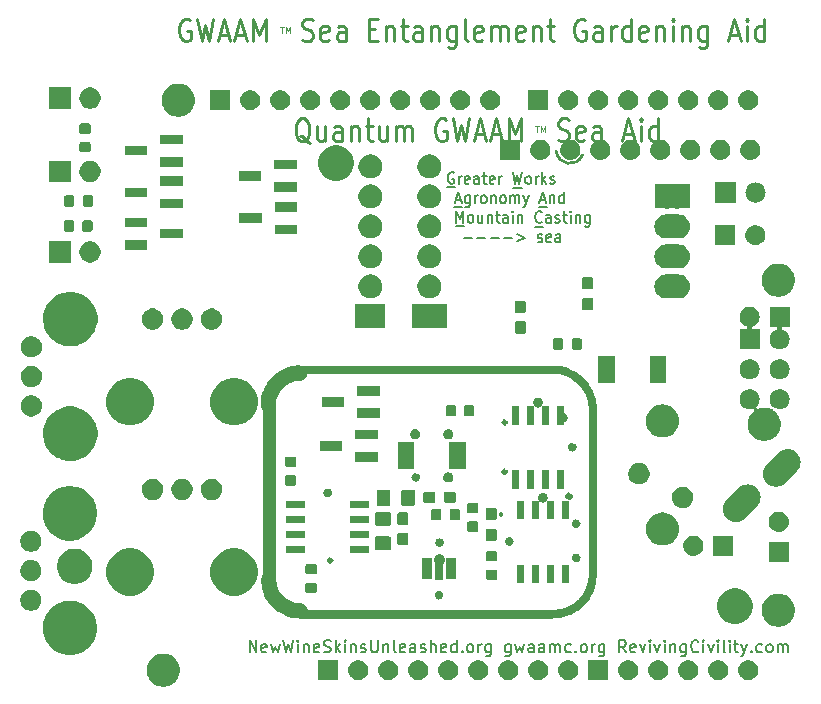
<source format=gts>
G04 #@! TF.GenerationSoftware,KiCad,Pcbnew,5.1.4-e60b266~84~ubuntu16.04.1*
G04 #@! TF.CreationDate,2019-10-07T18:08:49-05:00*
G04 #@! TF.ProjectId,uno shield v.8 project SMD,756e6f20-7368-4696-956c-6420762e3820,rev?*
G04 #@! TF.SameCoordinates,Original*
G04 #@! TF.FileFunction,Soldermask,Top*
G04 #@! TF.FilePolarity,Negative*
%FSLAX46Y46*%
G04 Gerber Fmt 4.6, Leading zero omitted, Abs format (unit mm)*
G04 Created by KiCad (PCBNEW 5.1.4-e60b266~84~ubuntu16.04.1) date 2019-10-07 18:08:49*
%MOMM*%
%LPD*%
G04 APERTURE LIST*
%ADD10C,0.075000*%
%ADD11C,0.250000*%
%ADD12C,0.330000*%
%ADD13C,0.500000*%
%ADD14C,0.450000*%
%ADD15C,0.350000*%
%ADD16C,0.150000*%
%ADD17C,0.100000*%
G04 APERTURE END LIST*
D10*
X133259248Y-75824590D02*
X133544962Y-75824590D01*
X133402105Y-76324590D02*
X133402105Y-75824590D01*
X133711629Y-76324590D02*
X133711629Y-75824590D01*
X133878296Y-76181733D01*
X134044962Y-75824590D01*
X134044962Y-76324590D01*
D11*
X125600247Y-75222060D02*
X125447866Y-75131583D01*
X125219295Y-75131583D01*
X124990723Y-75222060D01*
X124838342Y-75403012D01*
X124762152Y-75583964D01*
X124685961Y-75945869D01*
X124685961Y-76217298D01*
X124762152Y-76579202D01*
X124838342Y-76760155D01*
X124990723Y-76941107D01*
X125219295Y-77031583D01*
X125371676Y-77031583D01*
X125600247Y-76941107D01*
X125676438Y-76850631D01*
X125676438Y-76217298D01*
X125371676Y-76217298D01*
X126209771Y-75131583D02*
X126590723Y-77031583D01*
X126895485Y-75674440D01*
X127200247Y-77031583D01*
X127581200Y-75131583D01*
X128114533Y-76488726D02*
X128876438Y-76488726D01*
X127962152Y-77031583D02*
X128495485Y-75131583D01*
X129028819Y-77031583D01*
X129485961Y-76488726D02*
X130247866Y-76488726D01*
X129333580Y-77031583D02*
X129866914Y-75131583D01*
X130400247Y-77031583D01*
X130933580Y-77031583D02*
X130933580Y-75131583D01*
X131466914Y-76488726D01*
X132000247Y-75131583D01*
X132000247Y-77031583D01*
X135124057Y-76941107D02*
X135352628Y-77031583D01*
X135733580Y-77031583D01*
X135885961Y-76941107D01*
X135962152Y-76850631D01*
X136038342Y-76669679D01*
X136038342Y-76488726D01*
X135962152Y-76307774D01*
X135885961Y-76217298D01*
X135733580Y-76126821D01*
X135428819Y-76036345D01*
X135276438Y-75945869D01*
X135200247Y-75855393D01*
X135124057Y-75674440D01*
X135124057Y-75493488D01*
X135200247Y-75312536D01*
X135276438Y-75222060D01*
X135428819Y-75131583D01*
X135809771Y-75131583D01*
X136038342Y-75222060D01*
X137333580Y-76941107D02*
X137181200Y-77031583D01*
X136876438Y-77031583D01*
X136724057Y-76941107D01*
X136647866Y-76760155D01*
X136647866Y-76036345D01*
X136724057Y-75855393D01*
X136876438Y-75764917D01*
X137181200Y-75764917D01*
X137333580Y-75855393D01*
X137409771Y-76036345D01*
X137409771Y-76217298D01*
X136647866Y-76398250D01*
X138781200Y-77031583D02*
X138781200Y-76036345D01*
X138705009Y-75855393D01*
X138552628Y-75764917D01*
X138247866Y-75764917D01*
X138095485Y-75855393D01*
X138781200Y-76941107D02*
X138628819Y-77031583D01*
X138247866Y-77031583D01*
X138095485Y-76941107D01*
X138019295Y-76760155D01*
X138019295Y-76579202D01*
X138095485Y-76398250D01*
X138247866Y-76307774D01*
X138628819Y-76307774D01*
X138781200Y-76217298D01*
X140762152Y-76036345D02*
X141295485Y-76036345D01*
X141524057Y-77031583D02*
X140762152Y-77031583D01*
X140762152Y-75131583D01*
X141524057Y-75131583D01*
X142209771Y-75764917D02*
X142209771Y-77031583D01*
X142209771Y-75945869D02*
X142285961Y-75855393D01*
X142438342Y-75764917D01*
X142666914Y-75764917D01*
X142819295Y-75855393D01*
X142895485Y-76036345D01*
X142895485Y-77031583D01*
X143428819Y-75764917D02*
X144038342Y-75764917D01*
X143657390Y-75131583D02*
X143657390Y-76760155D01*
X143733580Y-76941107D01*
X143885961Y-77031583D01*
X144038342Y-77031583D01*
X145257390Y-77031583D02*
X145257390Y-76036345D01*
X145181200Y-75855393D01*
X145028819Y-75764917D01*
X144724057Y-75764917D01*
X144571676Y-75855393D01*
X145257390Y-76941107D02*
X145105009Y-77031583D01*
X144724057Y-77031583D01*
X144571676Y-76941107D01*
X144495485Y-76760155D01*
X144495485Y-76579202D01*
X144571676Y-76398250D01*
X144724057Y-76307774D01*
X145105009Y-76307774D01*
X145257390Y-76217298D01*
X146019295Y-75764917D02*
X146019295Y-77031583D01*
X146019295Y-75945869D02*
X146095485Y-75855393D01*
X146247866Y-75764917D01*
X146476438Y-75764917D01*
X146628819Y-75855393D01*
X146705009Y-76036345D01*
X146705009Y-77031583D01*
X148152628Y-75764917D02*
X148152628Y-77303012D01*
X148076438Y-77483964D01*
X148000247Y-77574440D01*
X147847866Y-77664917D01*
X147619295Y-77664917D01*
X147466914Y-77574440D01*
X148152628Y-76941107D02*
X148000247Y-77031583D01*
X147695485Y-77031583D01*
X147543104Y-76941107D01*
X147466914Y-76850631D01*
X147390723Y-76669679D01*
X147390723Y-76126821D01*
X147466914Y-75945869D01*
X147543104Y-75855393D01*
X147695485Y-75764917D01*
X148000247Y-75764917D01*
X148152628Y-75855393D01*
X149143104Y-77031583D02*
X148990723Y-76941107D01*
X148914533Y-76760155D01*
X148914533Y-75131583D01*
X150362152Y-76941107D02*
X150209771Y-77031583D01*
X149905009Y-77031583D01*
X149752628Y-76941107D01*
X149676438Y-76760155D01*
X149676438Y-76036345D01*
X149752628Y-75855393D01*
X149905009Y-75764917D01*
X150209771Y-75764917D01*
X150362152Y-75855393D01*
X150438342Y-76036345D01*
X150438342Y-76217298D01*
X149676438Y-76398250D01*
X151124057Y-77031583D02*
X151124057Y-75764917D01*
X151124057Y-75945869D02*
X151200247Y-75855393D01*
X151352628Y-75764917D01*
X151581200Y-75764917D01*
X151733580Y-75855393D01*
X151809771Y-76036345D01*
X151809771Y-77031583D01*
X151809771Y-76036345D02*
X151885961Y-75855393D01*
X152038342Y-75764917D01*
X152266914Y-75764917D01*
X152419295Y-75855393D01*
X152495485Y-76036345D01*
X152495485Y-77031583D01*
X153866914Y-76941107D02*
X153714533Y-77031583D01*
X153409771Y-77031583D01*
X153257390Y-76941107D01*
X153181200Y-76760155D01*
X153181200Y-76036345D01*
X153257390Y-75855393D01*
X153409771Y-75764917D01*
X153714533Y-75764917D01*
X153866914Y-75855393D01*
X153943104Y-76036345D01*
X153943104Y-76217298D01*
X153181200Y-76398250D01*
X154628819Y-75764917D02*
X154628819Y-77031583D01*
X154628819Y-75945869D02*
X154705009Y-75855393D01*
X154857390Y-75764917D01*
X155085961Y-75764917D01*
X155238342Y-75855393D01*
X155314533Y-76036345D01*
X155314533Y-77031583D01*
X155847866Y-75764917D02*
X156457390Y-75764917D01*
X156076438Y-75131583D02*
X156076438Y-76760155D01*
X156152628Y-76941107D01*
X156305009Y-77031583D01*
X156457390Y-77031583D01*
X159047866Y-75222060D02*
X158895485Y-75131583D01*
X158666914Y-75131583D01*
X158438342Y-75222060D01*
X158285961Y-75403012D01*
X158209771Y-75583964D01*
X158133580Y-75945869D01*
X158133580Y-76217298D01*
X158209771Y-76579202D01*
X158285961Y-76760155D01*
X158438342Y-76941107D01*
X158666914Y-77031583D01*
X158819295Y-77031583D01*
X159047866Y-76941107D01*
X159124057Y-76850631D01*
X159124057Y-76217298D01*
X158819295Y-76217298D01*
X160495485Y-77031583D02*
X160495485Y-76036345D01*
X160419295Y-75855393D01*
X160266914Y-75764917D01*
X159962152Y-75764917D01*
X159809771Y-75855393D01*
X160495485Y-76941107D02*
X160343104Y-77031583D01*
X159962152Y-77031583D01*
X159809771Y-76941107D01*
X159733580Y-76760155D01*
X159733580Y-76579202D01*
X159809771Y-76398250D01*
X159962152Y-76307774D01*
X160343104Y-76307774D01*
X160495485Y-76217298D01*
X161257390Y-77031583D02*
X161257390Y-75764917D01*
X161257390Y-76126821D02*
X161333580Y-75945869D01*
X161409771Y-75855393D01*
X161562152Y-75764917D01*
X161714533Y-75764917D01*
X162933580Y-77031583D02*
X162933580Y-75131583D01*
X162933580Y-76941107D02*
X162781200Y-77031583D01*
X162476438Y-77031583D01*
X162324057Y-76941107D01*
X162247866Y-76850631D01*
X162171676Y-76669679D01*
X162171676Y-76126821D01*
X162247866Y-75945869D01*
X162324057Y-75855393D01*
X162476438Y-75764917D01*
X162781200Y-75764917D01*
X162933580Y-75855393D01*
X164305009Y-76941107D02*
X164152628Y-77031583D01*
X163847866Y-77031583D01*
X163695485Y-76941107D01*
X163619295Y-76760155D01*
X163619295Y-76036345D01*
X163695485Y-75855393D01*
X163847866Y-75764917D01*
X164152628Y-75764917D01*
X164305009Y-75855393D01*
X164381200Y-76036345D01*
X164381200Y-76217298D01*
X163619295Y-76398250D01*
X165066914Y-75764917D02*
X165066914Y-77031583D01*
X165066914Y-75945869D02*
X165143104Y-75855393D01*
X165295485Y-75764917D01*
X165524057Y-75764917D01*
X165676438Y-75855393D01*
X165752628Y-76036345D01*
X165752628Y-77031583D01*
X166514533Y-77031583D02*
X166514533Y-75764917D01*
X166514533Y-75131583D02*
X166438342Y-75222060D01*
X166514533Y-75312536D01*
X166590723Y-75222060D01*
X166514533Y-75131583D01*
X166514533Y-75312536D01*
X167276438Y-75764917D02*
X167276438Y-77031583D01*
X167276438Y-75945869D02*
X167352628Y-75855393D01*
X167505009Y-75764917D01*
X167733580Y-75764917D01*
X167885961Y-75855393D01*
X167962152Y-76036345D01*
X167962152Y-77031583D01*
X169409771Y-75764917D02*
X169409771Y-77303012D01*
X169333580Y-77483964D01*
X169257390Y-77574440D01*
X169105009Y-77664917D01*
X168876438Y-77664917D01*
X168724057Y-77574440D01*
X169409771Y-76941107D02*
X169257390Y-77031583D01*
X168952628Y-77031583D01*
X168800247Y-76941107D01*
X168724057Y-76850631D01*
X168647866Y-76669679D01*
X168647866Y-76126821D01*
X168724057Y-75945869D01*
X168800247Y-75855393D01*
X168952628Y-75764917D01*
X169257390Y-75764917D01*
X169409771Y-75855393D01*
X171314533Y-76488726D02*
X172076438Y-76488726D01*
X171162152Y-77031583D02*
X171695485Y-75131583D01*
X172228819Y-77031583D01*
X172762152Y-77031583D02*
X172762152Y-75764917D01*
X172762152Y-75131583D02*
X172685961Y-75222060D01*
X172762152Y-75312536D01*
X172838342Y-75222060D01*
X172762152Y-75131583D01*
X172762152Y-75312536D01*
X174209771Y-77031583D02*
X174209771Y-75131583D01*
X174209771Y-76941107D02*
X174057390Y-77031583D01*
X173752628Y-77031583D01*
X173600247Y-76941107D01*
X173524057Y-76850631D01*
X173447866Y-76669679D01*
X173447866Y-76126821D01*
X173524057Y-75945869D01*
X173600247Y-75855393D01*
X173752628Y-75764917D01*
X174057390Y-75764917D01*
X174209771Y-75855393D01*
D12*
X137601828Y-121004401D02*
G75*
G03X137601828Y-121004401I-140000J0D01*
G01*
D13*
X146980215Y-120975422D02*
G75*
G03X146980215Y-120975422I-244592J0D01*
G01*
D12*
X152381583Y-113507498D02*
G75*
G03X152381583Y-113507498I-140000J0D01*
G01*
X152374532Y-109315836D02*
G75*
G03X152374532Y-109315836I-140000J0D01*
G01*
X152773380Y-119405400D02*
G75*
G03X152773380Y-119405400I-154940J0D01*
G01*
X147643449Y-113985125D02*
G75*
G03X147643449Y-113985125I-169375J0D01*
G01*
X147643449Y-110315125D02*
G75*
G03X147643449Y-110315125I-169375J0D01*
G01*
X144837190Y-110315125D02*
G75*
G03X144837190Y-110315125I-169375J0D01*
G01*
X158503314Y-117906887D02*
G75*
G03X158503314Y-117906887I-210265J0D01*
G01*
X158508394Y-120794867D02*
G75*
G03X158508394Y-120794867I-210265J0D01*
G01*
X152834034Y-119408027D02*
G75*
G03X152834034Y-119408027I-210265J0D01*
G01*
X146882814Y-123954627D02*
G75*
G03X146882814Y-123954627I-210265J0D01*
G01*
X146943171Y-119503713D02*
G75*
G03X146943171Y-119503713I-210265J0D01*
G01*
X137472114Y-115298307D02*
G75*
G03X137472114Y-115298307I-210265J0D01*
G01*
X144929554Y-113974967D02*
G75*
G03X144929554Y-113974967I-210265J0D01*
G01*
X158178803Y-111420572D02*
G75*
G03X158178803Y-111420572I-210265J0D01*
G01*
D14*
X155695893Y-115704620D02*
G75*
G03X155695893Y-115704620I-222493J0D01*
G01*
X155281873Y-107652820D02*
G75*
G03X155281873Y-107652820I-222493J0D01*
G01*
X157831036Y-115587780D02*
G75*
G03X157831036Y-115587780I-150376J0D01*
G01*
X157374833Y-108940600D02*
G75*
G03X157374833Y-108940600I-222493J0D01*
G01*
D11*
X158832126Y-86687800D02*
G75*
G02X156608780Y-86365080I-1070186J447180D01*
G01*
D15*
X151921574Y-117151192D02*
X151921574Y-117041192D01*
D16*
X130642976Y-128782380D02*
X130642976Y-127782380D01*
X131214404Y-128782380D01*
X131214404Y-127782380D01*
X132071547Y-128734761D02*
X131976309Y-128782380D01*
X131785833Y-128782380D01*
X131690595Y-128734761D01*
X131642976Y-128639523D01*
X131642976Y-128258571D01*
X131690595Y-128163333D01*
X131785833Y-128115714D01*
X131976309Y-128115714D01*
X132071547Y-128163333D01*
X132119166Y-128258571D01*
X132119166Y-128353809D01*
X131642976Y-128449047D01*
X132452500Y-128115714D02*
X132642976Y-128782380D01*
X132833452Y-128306190D01*
X133023928Y-128782380D01*
X133214404Y-128115714D01*
X133500119Y-127782380D02*
X133738214Y-128782380D01*
X133928690Y-128068095D01*
X134119166Y-128782380D01*
X134357261Y-127782380D01*
X134738214Y-128782380D02*
X134738214Y-128115714D01*
X134738214Y-127782380D02*
X134690595Y-127830000D01*
X134738214Y-127877619D01*
X134785833Y-127830000D01*
X134738214Y-127782380D01*
X134738214Y-127877619D01*
X135214404Y-128115714D02*
X135214404Y-128782380D01*
X135214404Y-128210952D02*
X135262023Y-128163333D01*
X135357261Y-128115714D01*
X135500119Y-128115714D01*
X135595357Y-128163333D01*
X135642976Y-128258571D01*
X135642976Y-128782380D01*
X136500119Y-128734761D02*
X136404880Y-128782380D01*
X136214404Y-128782380D01*
X136119166Y-128734761D01*
X136071547Y-128639523D01*
X136071547Y-128258571D01*
X136119166Y-128163333D01*
X136214404Y-128115714D01*
X136404880Y-128115714D01*
X136500119Y-128163333D01*
X136547738Y-128258571D01*
X136547738Y-128353809D01*
X136071547Y-128449047D01*
X136928690Y-128734761D02*
X137071547Y-128782380D01*
X137309642Y-128782380D01*
X137404880Y-128734761D01*
X137452500Y-128687142D01*
X137500119Y-128591904D01*
X137500119Y-128496666D01*
X137452500Y-128401428D01*
X137404880Y-128353809D01*
X137309642Y-128306190D01*
X137119166Y-128258571D01*
X137023928Y-128210952D01*
X136976309Y-128163333D01*
X136928690Y-128068095D01*
X136928690Y-127972857D01*
X136976309Y-127877619D01*
X137023928Y-127830000D01*
X137119166Y-127782380D01*
X137357261Y-127782380D01*
X137500119Y-127830000D01*
X137928690Y-128782380D02*
X137928690Y-127782380D01*
X138023928Y-128401428D02*
X138309642Y-128782380D01*
X138309642Y-128115714D02*
X137928690Y-128496666D01*
X138738214Y-128782380D02*
X138738214Y-128115714D01*
X138738214Y-127782380D02*
X138690595Y-127830000D01*
X138738214Y-127877619D01*
X138785833Y-127830000D01*
X138738214Y-127782380D01*
X138738214Y-127877619D01*
X139214404Y-128115714D02*
X139214404Y-128782380D01*
X139214404Y-128210952D02*
X139262023Y-128163333D01*
X139357261Y-128115714D01*
X139500119Y-128115714D01*
X139595357Y-128163333D01*
X139642976Y-128258571D01*
X139642976Y-128782380D01*
X140071547Y-128734761D02*
X140166785Y-128782380D01*
X140357261Y-128782380D01*
X140452500Y-128734761D01*
X140500119Y-128639523D01*
X140500119Y-128591904D01*
X140452500Y-128496666D01*
X140357261Y-128449047D01*
X140214404Y-128449047D01*
X140119166Y-128401428D01*
X140071547Y-128306190D01*
X140071547Y-128258571D01*
X140119166Y-128163333D01*
X140214404Y-128115714D01*
X140357261Y-128115714D01*
X140452500Y-128163333D01*
X140928690Y-127782380D02*
X140928690Y-128591904D01*
X140976309Y-128687142D01*
X141023928Y-128734761D01*
X141119166Y-128782380D01*
X141309642Y-128782380D01*
X141404880Y-128734761D01*
X141452500Y-128687142D01*
X141500119Y-128591904D01*
X141500119Y-127782380D01*
X141976309Y-128115714D02*
X141976309Y-128782380D01*
X141976309Y-128210952D02*
X142023928Y-128163333D01*
X142119166Y-128115714D01*
X142262023Y-128115714D01*
X142357261Y-128163333D01*
X142404880Y-128258571D01*
X142404880Y-128782380D01*
X143023928Y-128782380D02*
X142928690Y-128734761D01*
X142881071Y-128639523D01*
X142881071Y-127782380D01*
X143785833Y-128734761D02*
X143690595Y-128782380D01*
X143500119Y-128782380D01*
X143404880Y-128734761D01*
X143357261Y-128639523D01*
X143357261Y-128258571D01*
X143404880Y-128163333D01*
X143500119Y-128115714D01*
X143690595Y-128115714D01*
X143785833Y-128163333D01*
X143833452Y-128258571D01*
X143833452Y-128353809D01*
X143357261Y-128449047D01*
X144690595Y-128782380D02*
X144690595Y-128258571D01*
X144642976Y-128163333D01*
X144547738Y-128115714D01*
X144357261Y-128115714D01*
X144262023Y-128163333D01*
X144690595Y-128734761D02*
X144595357Y-128782380D01*
X144357261Y-128782380D01*
X144262023Y-128734761D01*
X144214404Y-128639523D01*
X144214404Y-128544285D01*
X144262023Y-128449047D01*
X144357261Y-128401428D01*
X144595357Y-128401428D01*
X144690595Y-128353809D01*
X145119166Y-128734761D02*
X145214404Y-128782380D01*
X145404880Y-128782380D01*
X145500119Y-128734761D01*
X145547738Y-128639523D01*
X145547738Y-128591904D01*
X145500119Y-128496666D01*
X145404880Y-128449047D01*
X145262023Y-128449047D01*
X145166785Y-128401428D01*
X145119166Y-128306190D01*
X145119166Y-128258571D01*
X145166785Y-128163333D01*
X145262023Y-128115714D01*
X145404880Y-128115714D01*
X145500119Y-128163333D01*
X145976309Y-128782380D02*
X145976309Y-127782380D01*
X146404880Y-128782380D02*
X146404880Y-128258571D01*
X146357261Y-128163333D01*
X146262023Y-128115714D01*
X146119166Y-128115714D01*
X146023928Y-128163333D01*
X145976309Y-128210952D01*
X147262023Y-128734761D02*
X147166785Y-128782380D01*
X146976309Y-128782380D01*
X146881071Y-128734761D01*
X146833452Y-128639523D01*
X146833452Y-128258571D01*
X146881071Y-128163333D01*
X146976309Y-128115714D01*
X147166785Y-128115714D01*
X147262023Y-128163333D01*
X147309642Y-128258571D01*
X147309642Y-128353809D01*
X146833452Y-128449047D01*
X148166785Y-128782380D02*
X148166785Y-127782380D01*
X148166785Y-128734761D02*
X148071547Y-128782380D01*
X147881071Y-128782380D01*
X147785833Y-128734761D01*
X147738214Y-128687142D01*
X147690595Y-128591904D01*
X147690595Y-128306190D01*
X147738214Y-128210952D01*
X147785833Y-128163333D01*
X147881071Y-128115714D01*
X148071547Y-128115714D01*
X148166785Y-128163333D01*
X148642976Y-128687142D02*
X148690595Y-128734761D01*
X148642976Y-128782380D01*
X148595357Y-128734761D01*
X148642976Y-128687142D01*
X148642976Y-128782380D01*
X149262023Y-128782380D02*
X149166785Y-128734761D01*
X149119166Y-128687142D01*
X149071547Y-128591904D01*
X149071547Y-128306190D01*
X149119166Y-128210952D01*
X149166785Y-128163333D01*
X149262023Y-128115714D01*
X149404880Y-128115714D01*
X149500119Y-128163333D01*
X149547738Y-128210952D01*
X149595357Y-128306190D01*
X149595357Y-128591904D01*
X149547738Y-128687142D01*
X149500119Y-128734761D01*
X149404880Y-128782380D01*
X149262023Y-128782380D01*
X150023928Y-128782380D02*
X150023928Y-128115714D01*
X150023928Y-128306190D02*
X150071547Y-128210952D01*
X150119166Y-128163333D01*
X150214404Y-128115714D01*
X150309642Y-128115714D01*
X151071547Y-128115714D02*
X151071547Y-128925238D01*
X151023928Y-129020476D01*
X150976309Y-129068095D01*
X150881071Y-129115714D01*
X150738214Y-129115714D01*
X150642976Y-129068095D01*
X151071547Y-128734761D02*
X150976309Y-128782380D01*
X150785833Y-128782380D01*
X150690595Y-128734761D01*
X150642976Y-128687142D01*
X150595357Y-128591904D01*
X150595357Y-128306190D01*
X150642976Y-128210952D01*
X150690595Y-128163333D01*
X150785833Y-128115714D01*
X150976309Y-128115714D01*
X151071547Y-128163333D01*
X152738214Y-128115714D02*
X152738214Y-128925238D01*
X152690595Y-129020476D01*
X152642976Y-129068095D01*
X152547738Y-129115714D01*
X152404880Y-129115714D01*
X152309642Y-129068095D01*
X152738214Y-128734761D02*
X152642976Y-128782380D01*
X152452500Y-128782380D01*
X152357261Y-128734761D01*
X152309642Y-128687142D01*
X152262023Y-128591904D01*
X152262023Y-128306190D01*
X152309642Y-128210952D01*
X152357261Y-128163333D01*
X152452500Y-128115714D01*
X152642976Y-128115714D01*
X152738214Y-128163333D01*
X153119166Y-128115714D02*
X153309642Y-128782380D01*
X153500119Y-128306190D01*
X153690595Y-128782380D01*
X153881071Y-128115714D01*
X154690595Y-128782380D02*
X154690595Y-128258571D01*
X154642976Y-128163333D01*
X154547738Y-128115714D01*
X154357261Y-128115714D01*
X154262023Y-128163333D01*
X154690595Y-128734761D02*
X154595357Y-128782380D01*
X154357261Y-128782380D01*
X154262023Y-128734761D01*
X154214404Y-128639523D01*
X154214404Y-128544285D01*
X154262023Y-128449047D01*
X154357261Y-128401428D01*
X154595357Y-128401428D01*
X154690595Y-128353809D01*
X155595357Y-128782380D02*
X155595357Y-128258571D01*
X155547738Y-128163333D01*
X155452500Y-128115714D01*
X155262023Y-128115714D01*
X155166785Y-128163333D01*
X155595357Y-128734761D02*
X155500119Y-128782380D01*
X155262023Y-128782380D01*
X155166785Y-128734761D01*
X155119166Y-128639523D01*
X155119166Y-128544285D01*
X155166785Y-128449047D01*
X155262023Y-128401428D01*
X155500119Y-128401428D01*
X155595357Y-128353809D01*
X156071547Y-128782380D02*
X156071547Y-128115714D01*
X156071547Y-128210952D02*
X156119166Y-128163333D01*
X156214404Y-128115714D01*
X156357261Y-128115714D01*
X156452500Y-128163333D01*
X156500119Y-128258571D01*
X156500119Y-128782380D01*
X156500119Y-128258571D02*
X156547738Y-128163333D01*
X156642976Y-128115714D01*
X156785833Y-128115714D01*
X156881071Y-128163333D01*
X156928690Y-128258571D01*
X156928690Y-128782380D01*
X157833452Y-128734761D02*
X157738214Y-128782380D01*
X157547738Y-128782380D01*
X157452500Y-128734761D01*
X157404880Y-128687142D01*
X157357261Y-128591904D01*
X157357261Y-128306190D01*
X157404880Y-128210952D01*
X157452500Y-128163333D01*
X157547738Y-128115714D01*
X157738214Y-128115714D01*
X157833452Y-128163333D01*
X158262023Y-128687142D02*
X158309642Y-128734761D01*
X158262023Y-128782380D01*
X158214404Y-128734761D01*
X158262023Y-128687142D01*
X158262023Y-128782380D01*
X158881071Y-128782380D02*
X158785833Y-128734761D01*
X158738214Y-128687142D01*
X158690595Y-128591904D01*
X158690595Y-128306190D01*
X158738214Y-128210952D01*
X158785833Y-128163333D01*
X158881071Y-128115714D01*
X159023928Y-128115714D01*
X159119166Y-128163333D01*
X159166785Y-128210952D01*
X159214404Y-128306190D01*
X159214404Y-128591904D01*
X159166785Y-128687142D01*
X159119166Y-128734761D01*
X159023928Y-128782380D01*
X158881071Y-128782380D01*
X159642976Y-128782380D02*
X159642976Y-128115714D01*
X159642976Y-128306190D02*
X159690595Y-128210952D01*
X159738214Y-128163333D01*
X159833452Y-128115714D01*
X159928690Y-128115714D01*
X160690595Y-128115714D02*
X160690595Y-128925238D01*
X160642976Y-129020476D01*
X160595357Y-129068095D01*
X160500119Y-129115714D01*
X160357261Y-129115714D01*
X160262023Y-129068095D01*
X160690595Y-128734761D02*
X160595357Y-128782380D01*
X160404880Y-128782380D01*
X160309642Y-128734761D01*
X160262023Y-128687142D01*
X160214404Y-128591904D01*
X160214404Y-128306190D01*
X160262023Y-128210952D01*
X160309642Y-128163333D01*
X160404880Y-128115714D01*
X160595357Y-128115714D01*
X160690595Y-128163333D01*
X162500119Y-128782380D02*
X162166785Y-128306190D01*
X161928690Y-128782380D02*
X161928690Y-127782380D01*
X162309642Y-127782380D01*
X162404880Y-127830000D01*
X162452500Y-127877619D01*
X162500119Y-127972857D01*
X162500119Y-128115714D01*
X162452500Y-128210952D01*
X162404880Y-128258571D01*
X162309642Y-128306190D01*
X161928690Y-128306190D01*
X163309642Y-128734761D02*
X163214404Y-128782380D01*
X163023928Y-128782380D01*
X162928690Y-128734761D01*
X162881071Y-128639523D01*
X162881071Y-128258571D01*
X162928690Y-128163333D01*
X163023928Y-128115714D01*
X163214404Y-128115714D01*
X163309642Y-128163333D01*
X163357261Y-128258571D01*
X163357261Y-128353809D01*
X162881071Y-128449047D01*
X163690595Y-128115714D02*
X163928690Y-128782380D01*
X164166785Y-128115714D01*
X164547738Y-128782380D02*
X164547738Y-128115714D01*
X164547738Y-127782380D02*
X164500119Y-127830000D01*
X164547738Y-127877619D01*
X164595357Y-127830000D01*
X164547738Y-127782380D01*
X164547738Y-127877619D01*
X164928690Y-128115714D02*
X165166785Y-128782380D01*
X165404880Y-128115714D01*
X165785833Y-128782380D02*
X165785833Y-128115714D01*
X165785833Y-127782380D02*
X165738214Y-127830000D01*
X165785833Y-127877619D01*
X165833452Y-127830000D01*
X165785833Y-127782380D01*
X165785833Y-127877619D01*
X166262023Y-128115714D02*
X166262023Y-128782380D01*
X166262023Y-128210952D02*
X166309642Y-128163333D01*
X166404880Y-128115714D01*
X166547738Y-128115714D01*
X166642976Y-128163333D01*
X166690595Y-128258571D01*
X166690595Y-128782380D01*
X167595357Y-128115714D02*
X167595357Y-128925238D01*
X167547738Y-129020476D01*
X167500119Y-129068095D01*
X167404880Y-129115714D01*
X167262023Y-129115714D01*
X167166785Y-129068095D01*
X167595357Y-128734761D02*
X167500119Y-128782380D01*
X167309642Y-128782380D01*
X167214404Y-128734761D01*
X167166785Y-128687142D01*
X167119166Y-128591904D01*
X167119166Y-128306190D01*
X167166785Y-128210952D01*
X167214404Y-128163333D01*
X167309642Y-128115714D01*
X167500119Y-128115714D01*
X167595357Y-128163333D01*
X168642976Y-128687142D02*
X168595357Y-128734761D01*
X168452500Y-128782380D01*
X168357261Y-128782380D01*
X168214404Y-128734761D01*
X168119166Y-128639523D01*
X168071547Y-128544285D01*
X168023928Y-128353809D01*
X168023928Y-128210952D01*
X168071547Y-128020476D01*
X168119166Y-127925238D01*
X168214404Y-127830000D01*
X168357261Y-127782380D01*
X168452500Y-127782380D01*
X168595357Y-127830000D01*
X168642976Y-127877619D01*
X169071547Y-128782380D02*
X169071547Y-128115714D01*
X169071547Y-127782380D02*
X169023928Y-127830000D01*
X169071547Y-127877619D01*
X169119166Y-127830000D01*
X169071547Y-127782380D01*
X169071547Y-127877619D01*
X169452500Y-128115714D02*
X169690595Y-128782380D01*
X169928690Y-128115714D01*
X170309642Y-128782380D02*
X170309642Y-128115714D01*
X170309642Y-127782380D02*
X170262023Y-127830000D01*
X170309642Y-127877619D01*
X170357261Y-127830000D01*
X170309642Y-127782380D01*
X170309642Y-127877619D01*
X170928690Y-128782380D02*
X170833452Y-128734761D01*
X170785833Y-128639523D01*
X170785833Y-127782380D01*
X171309642Y-128782380D02*
X171309642Y-128115714D01*
X171309642Y-127782380D02*
X171262023Y-127830000D01*
X171309642Y-127877619D01*
X171357261Y-127830000D01*
X171309642Y-127782380D01*
X171309642Y-127877619D01*
X171642976Y-128115714D02*
X172023928Y-128115714D01*
X171785833Y-127782380D02*
X171785833Y-128639523D01*
X171833452Y-128734761D01*
X171928690Y-128782380D01*
X172023928Y-128782380D01*
X172262023Y-128115714D02*
X172500119Y-128782380D01*
X172738214Y-128115714D02*
X172500119Y-128782380D01*
X172404880Y-129020476D01*
X172357261Y-129068095D01*
X172262023Y-129115714D01*
X173119166Y-128687142D02*
X173166785Y-128734761D01*
X173119166Y-128782380D01*
X173071547Y-128734761D01*
X173119166Y-128687142D01*
X173119166Y-128782380D01*
X174023928Y-128734761D02*
X173928690Y-128782380D01*
X173738214Y-128782380D01*
X173642976Y-128734761D01*
X173595357Y-128687142D01*
X173547738Y-128591904D01*
X173547738Y-128306190D01*
X173595357Y-128210952D01*
X173642976Y-128163333D01*
X173738214Y-128115714D01*
X173928690Y-128115714D01*
X174023928Y-128163333D01*
X174595357Y-128782380D02*
X174500119Y-128734761D01*
X174452500Y-128687142D01*
X174404880Y-128591904D01*
X174404880Y-128306190D01*
X174452500Y-128210952D01*
X174500119Y-128163333D01*
X174595357Y-128115714D01*
X174738214Y-128115714D01*
X174833452Y-128163333D01*
X174881071Y-128210952D01*
X174928690Y-128306190D01*
X174928690Y-128591904D01*
X174881071Y-128687142D01*
X174833452Y-128734761D01*
X174738214Y-128782380D01*
X174595357Y-128782380D01*
X175357261Y-128782380D02*
X175357261Y-128115714D01*
X175357261Y-128210952D02*
X175404880Y-128163333D01*
X175500119Y-128115714D01*
X175642976Y-128115714D01*
X175738214Y-128163333D01*
X175785833Y-128258571D01*
X175785833Y-128782380D01*
X175785833Y-128258571D02*
X175833452Y-128163333D01*
X175928690Y-128115714D01*
X176071547Y-128115714D01*
X176166785Y-128163333D01*
X176214404Y-128258571D01*
X176214404Y-128782380D01*
X154834300Y-92764859D02*
X155520014Y-92764859D01*
X148138860Y-92729299D02*
X148824574Y-92729299D01*
X155134020Y-91047819D02*
X155819734Y-91047819D01*
X147971220Y-91083379D02*
X148656934Y-91083379D01*
X152985180Y-89498419D02*
X153670894Y-89498419D01*
X147381940Y-89432379D02*
X148067654Y-89432379D01*
X147920334Y-88175440D02*
X147834620Y-88127820D01*
X147706048Y-88127820D01*
X147577477Y-88175440D01*
X147491762Y-88270678D01*
X147448905Y-88365916D01*
X147406048Y-88556392D01*
X147406048Y-88699249D01*
X147448905Y-88889725D01*
X147491762Y-88984963D01*
X147577477Y-89080201D01*
X147706048Y-89127820D01*
X147791762Y-89127820D01*
X147920334Y-89080201D01*
X147963191Y-89032582D01*
X147963191Y-88699249D01*
X147791762Y-88699249D01*
X148348905Y-89127820D02*
X148348905Y-88461154D01*
X148348905Y-88651630D02*
X148391762Y-88556392D01*
X148434620Y-88508773D01*
X148520334Y-88461154D01*
X148606048Y-88461154D01*
X149248905Y-89080201D02*
X149163191Y-89127820D01*
X148991762Y-89127820D01*
X148906048Y-89080201D01*
X148863191Y-88984963D01*
X148863191Y-88604011D01*
X148906048Y-88508773D01*
X148991762Y-88461154D01*
X149163191Y-88461154D01*
X149248905Y-88508773D01*
X149291762Y-88604011D01*
X149291762Y-88699249D01*
X148863191Y-88794487D01*
X150063191Y-89127820D02*
X150063191Y-88604011D01*
X150020334Y-88508773D01*
X149934620Y-88461154D01*
X149763191Y-88461154D01*
X149677477Y-88508773D01*
X150063191Y-89080201D02*
X149977477Y-89127820D01*
X149763191Y-89127820D01*
X149677477Y-89080201D01*
X149634620Y-88984963D01*
X149634620Y-88889725D01*
X149677477Y-88794487D01*
X149763191Y-88746868D01*
X149977477Y-88746868D01*
X150063191Y-88699249D01*
X150363191Y-88461154D02*
X150706048Y-88461154D01*
X150491762Y-88127820D02*
X150491762Y-88984963D01*
X150534620Y-89080201D01*
X150620334Y-89127820D01*
X150706048Y-89127820D01*
X151348905Y-89080201D02*
X151263191Y-89127820D01*
X151091762Y-89127820D01*
X151006048Y-89080201D01*
X150963191Y-88984963D01*
X150963191Y-88604011D01*
X151006048Y-88508773D01*
X151091762Y-88461154D01*
X151263191Y-88461154D01*
X151348905Y-88508773D01*
X151391762Y-88604011D01*
X151391762Y-88699249D01*
X150963191Y-88794487D01*
X151777477Y-89127820D02*
X151777477Y-88461154D01*
X151777477Y-88651630D02*
X151820334Y-88556392D01*
X151863191Y-88508773D01*
X151948905Y-88461154D01*
X152034620Y-88461154D01*
X152934620Y-88127820D02*
X153148905Y-89127820D01*
X153320334Y-88413535D01*
X153491762Y-89127820D01*
X153706048Y-88127820D01*
X154177477Y-89127820D02*
X154091762Y-89080201D01*
X154048905Y-89032582D01*
X154006048Y-88937344D01*
X154006048Y-88651630D01*
X154048905Y-88556392D01*
X154091762Y-88508773D01*
X154177477Y-88461154D01*
X154306048Y-88461154D01*
X154391762Y-88508773D01*
X154434620Y-88556392D01*
X154477477Y-88651630D01*
X154477477Y-88937344D01*
X154434620Y-89032582D01*
X154391762Y-89080201D01*
X154306048Y-89127820D01*
X154177477Y-89127820D01*
X154863191Y-89127820D02*
X154863191Y-88461154D01*
X154863191Y-88651630D02*
X154906048Y-88556392D01*
X154948905Y-88508773D01*
X155034620Y-88461154D01*
X155120334Y-88461154D01*
X155420334Y-89127820D02*
X155420334Y-88127820D01*
X155506048Y-88746868D02*
X155763191Y-89127820D01*
X155763191Y-88461154D02*
X155420334Y-88842106D01*
X156106048Y-89080201D02*
X156191762Y-89127820D01*
X156363191Y-89127820D01*
X156448905Y-89080201D01*
X156491762Y-88984963D01*
X156491762Y-88937344D01*
X156448905Y-88842106D01*
X156363191Y-88794487D01*
X156234620Y-88794487D01*
X156148905Y-88746868D01*
X156106048Y-88651630D01*
X156106048Y-88604011D01*
X156148905Y-88508773D01*
X156234620Y-88461154D01*
X156363191Y-88461154D01*
X156448905Y-88508773D01*
X148091762Y-90492106D02*
X148520334Y-90492106D01*
X148006048Y-90777820D02*
X148306048Y-89777820D01*
X148606048Y-90777820D01*
X149291762Y-90111154D02*
X149291762Y-90920678D01*
X149248905Y-91015916D01*
X149206048Y-91063535D01*
X149120334Y-91111154D01*
X148991762Y-91111154D01*
X148906048Y-91063535D01*
X149291762Y-90730201D02*
X149206048Y-90777820D01*
X149034620Y-90777820D01*
X148948905Y-90730201D01*
X148906048Y-90682582D01*
X148863191Y-90587344D01*
X148863191Y-90301630D01*
X148906048Y-90206392D01*
X148948905Y-90158773D01*
X149034620Y-90111154D01*
X149206048Y-90111154D01*
X149291762Y-90158773D01*
X149720334Y-90777820D02*
X149720334Y-90111154D01*
X149720334Y-90301630D02*
X149763191Y-90206392D01*
X149806048Y-90158773D01*
X149891762Y-90111154D01*
X149977477Y-90111154D01*
X150406048Y-90777820D02*
X150320334Y-90730201D01*
X150277477Y-90682582D01*
X150234620Y-90587344D01*
X150234620Y-90301630D01*
X150277477Y-90206392D01*
X150320334Y-90158773D01*
X150406048Y-90111154D01*
X150534620Y-90111154D01*
X150620334Y-90158773D01*
X150663191Y-90206392D01*
X150706048Y-90301630D01*
X150706048Y-90587344D01*
X150663191Y-90682582D01*
X150620334Y-90730201D01*
X150534620Y-90777820D01*
X150406048Y-90777820D01*
X151091762Y-90111154D02*
X151091762Y-90777820D01*
X151091762Y-90206392D02*
X151134620Y-90158773D01*
X151220334Y-90111154D01*
X151348905Y-90111154D01*
X151434620Y-90158773D01*
X151477477Y-90254011D01*
X151477477Y-90777820D01*
X152034620Y-90777820D02*
X151948905Y-90730201D01*
X151906048Y-90682582D01*
X151863191Y-90587344D01*
X151863191Y-90301630D01*
X151906048Y-90206392D01*
X151948905Y-90158773D01*
X152034620Y-90111154D01*
X152163191Y-90111154D01*
X152248905Y-90158773D01*
X152291762Y-90206392D01*
X152334620Y-90301630D01*
X152334620Y-90587344D01*
X152291762Y-90682582D01*
X152248905Y-90730201D01*
X152163191Y-90777820D01*
X152034620Y-90777820D01*
X152720334Y-90777820D02*
X152720334Y-90111154D01*
X152720334Y-90206392D02*
X152763191Y-90158773D01*
X152848905Y-90111154D01*
X152977477Y-90111154D01*
X153063191Y-90158773D01*
X153106048Y-90254011D01*
X153106048Y-90777820D01*
X153106048Y-90254011D02*
X153148905Y-90158773D01*
X153234620Y-90111154D01*
X153363191Y-90111154D01*
X153448905Y-90158773D01*
X153491762Y-90254011D01*
X153491762Y-90777820D01*
X153834620Y-90111154D02*
X154048905Y-90777820D01*
X154263191Y-90111154D02*
X154048905Y-90777820D01*
X153963191Y-91015916D01*
X153920334Y-91063535D01*
X153834620Y-91111154D01*
X155248905Y-90492106D02*
X155677477Y-90492106D01*
X155163191Y-90777820D02*
X155463191Y-89777820D01*
X155763191Y-90777820D01*
X156063191Y-90111154D02*
X156063191Y-90777820D01*
X156063191Y-90206392D02*
X156106048Y-90158773D01*
X156191762Y-90111154D01*
X156320334Y-90111154D01*
X156406048Y-90158773D01*
X156448905Y-90254011D01*
X156448905Y-90777820D01*
X157263191Y-90777820D02*
X157263191Y-89777820D01*
X157263191Y-90730201D02*
X157177477Y-90777820D01*
X157006048Y-90777820D01*
X156920334Y-90730201D01*
X156877477Y-90682582D01*
X156834620Y-90587344D01*
X156834620Y-90301630D01*
X156877477Y-90206392D01*
X156920334Y-90158773D01*
X157006048Y-90111154D01*
X157177477Y-90111154D01*
X157263191Y-90158773D01*
X148134620Y-92427820D02*
X148134620Y-91427820D01*
X148434620Y-92142106D01*
X148734620Y-91427820D01*
X148734620Y-92427820D01*
X149291762Y-92427820D02*
X149206048Y-92380201D01*
X149163191Y-92332582D01*
X149120334Y-92237344D01*
X149120334Y-91951630D01*
X149163191Y-91856392D01*
X149206048Y-91808773D01*
X149291762Y-91761154D01*
X149420334Y-91761154D01*
X149506048Y-91808773D01*
X149548905Y-91856392D01*
X149591762Y-91951630D01*
X149591762Y-92237344D01*
X149548905Y-92332582D01*
X149506048Y-92380201D01*
X149420334Y-92427820D01*
X149291762Y-92427820D01*
X150363191Y-91761154D02*
X150363191Y-92427820D01*
X149977477Y-91761154D02*
X149977477Y-92284963D01*
X150020334Y-92380201D01*
X150106048Y-92427820D01*
X150234620Y-92427820D01*
X150320334Y-92380201D01*
X150363191Y-92332582D01*
X150791762Y-91761154D02*
X150791762Y-92427820D01*
X150791762Y-91856392D02*
X150834620Y-91808773D01*
X150920334Y-91761154D01*
X151048905Y-91761154D01*
X151134620Y-91808773D01*
X151177477Y-91904011D01*
X151177477Y-92427820D01*
X151477477Y-91761154D02*
X151820334Y-91761154D01*
X151606048Y-91427820D02*
X151606048Y-92284963D01*
X151648905Y-92380201D01*
X151734620Y-92427820D01*
X151820334Y-92427820D01*
X152506048Y-92427820D02*
X152506048Y-91904011D01*
X152463191Y-91808773D01*
X152377477Y-91761154D01*
X152206048Y-91761154D01*
X152120334Y-91808773D01*
X152506048Y-92380201D02*
X152420334Y-92427820D01*
X152206048Y-92427820D01*
X152120334Y-92380201D01*
X152077477Y-92284963D01*
X152077477Y-92189725D01*
X152120334Y-92094487D01*
X152206048Y-92046868D01*
X152420334Y-92046868D01*
X152506048Y-91999249D01*
X152934620Y-92427820D02*
X152934620Y-91761154D01*
X152934620Y-91427820D02*
X152891762Y-91475440D01*
X152934620Y-91523059D01*
X152977477Y-91475440D01*
X152934620Y-91427820D01*
X152934620Y-91523059D01*
X153363191Y-91761154D02*
X153363191Y-92427820D01*
X153363191Y-91856392D02*
X153406048Y-91808773D01*
X153491762Y-91761154D01*
X153620334Y-91761154D01*
X153706048Y-91808773D01*
X153748905Y-91904011D01*
X153748905Y-92427820D01*
X155377477Y-92332582D02*
X155334620Y-92380201D01*
X155206048Y-92427820D01*
X155120334Y-92427820D01*
X154991762Y-92380201D01*
X154906048Y-92284963D01*
X154863191Y-92189725D01*
X154820334Y-91999249D01*
X154820334Y-91856392D01*
X154863191Y-91665916D01*
X154906048Y-91570678D01*
X154991762Y-91475440D01*
X155120334Y-91427820D01*
X155206048Y-91427820D01*
X155334620Y-91475440D01*
X155377477Y-91523059D01*
X156148905Y-92427820D02*
X156148905Y-91904011D01*
X156106048Y-91808773D01*
X156020334Y-91761154D01*
X155848905Y-91761154D01*
X155763191Y-91808773D01*
X156148905Y-92380201D02*
X156063191Y-92427820D01*
X155848905Y-92427820D01*
X155763191Y-92380201D01*
X155720334Y-92284963D01*
X155720334Y-92189725D01*
X155763191Y-92094487D01*
X155848905Y-92046868D01*
X156063191Y-92046868D01*
X156148905Y-91999249D01*
X156534620Y-92380201D02*
X156620334Y-92427820D01*
X156791762Y-92427820D01*
X156877477Y-92380201D01*
X156920334Y-92284963D01*
X156920334Y-92237344D01*
X156877477Y-92142106D01*
X156791762Y-92094487D01*
X156663191Y-92094487D01*
X156577477Y-92046868D01*
X156534620Y-91951630D01*
X156534620Y-91904011D01*
X156577477Y-91808773D01*
X156663191Y-91761154D01*
X156791762Y-91761154D01*
X156877477Y-91808773D01*
X157177477Y-91761154D02*
X157520334Y-91761154D01*
X157306048Y-91427820D02*
X157306048Y-92284963D01*
X157348905Y-92380201D01*
X157434620Y-92427820D01*
X157520334Y-92427820D01*
X157820334Y-92427820D02*
X157820334Y-91761154D01*
X157820334Y-91427820D02*
X157777477Y-91475440D01*
X157820334Y-91523059D01*
X157863191Y-91475440D01*
X157820334Y-91427820D01*
X157820334Y-91523059D01*
X158248905Y-91761154D02*
X158248905Y-92427820D01*
X158248905Y-91856392D02*
X158291762Y-91808773D01*
X158377477Y-91761154D01*
X158506048Y-91761154D01*
X158591762Y-91808773D01*
X158634620Y-91904011D01*
X158634620Y-92427820D01*
X159448905Y-91761154D02*
X159448905Y-92570678D01*
X159406048Y-92665916D01*
X159363191Y-92713535D01*
X159277477Y-92761154D01*
X159148905Y-92761154D01*
X159063191Y-92713535D01*
X159448905Y-92380201D02*
X159363191Y-92427820D01*
X159191762Y-92427820D01*
X159106048Y-92380201D01*
X159063191Y-92332582D01*
X159020334Y-92237344D01*
X159020334Y-91951630D01*
X159063191Y-91856392D01*
X159106048Y-91808773D01*
X159191762Y-91761154D01*
X159363191Y-91761154D01*
X159448905Y-91808773D01*
X148820334Y-93696868D02*
X149506048Y-93696868D01*
X149934620Y-93696868D02*
X150620334Y-93696868D01*
X151048905Y-93696868D02*
X151734620Y-93696868D01*
X152163191Y-93696868D02*
X152848905Y-93696868D01*
X153277477Y-93411154D02*
X153963191Y-93696868D01*
X153277477Y-93982582D01*
X155034620Y-94030201D02*
X155120334Y-94077820D01*
X155291762Y-94077820D01*
X155377477Y-94030201D01*
X155420334Y-93934963D01*
X155420334Y-93887344D01*
X155377477Y-93792106D01*
X155291762Y-93744487D01*
X155163191Y-93744487D01*
X155077477Y-93696868D01*
X155034620Y-93601630D01*
X155034620Y-93554011D01*
X155077477Y-93458773D01*
X155163191Y-93411154D01*
X155291762Y-93411154D01*
X155377477Y-93458773D01*
X156148905Y-94030201D02*
X156063191Y-94077820D01*
X155891762Y-94077820D01*
X155806048Y-94030201D01*
X155763191Y-93934963D01*
X155763191Y-93554011D01*
X155806048Y-93458773D01*
X155891762Y-93411154D01*
X156063191Y-93411154D01*
X156148905Y-93458773D01*
X156191762Y-93554011D01*
X156191762Y-93649249D01*
X155763191Y-93744487D01*
X156963191Y-94077820D02*
X156963191Y-93554011D01*
X156920334Y-93458773D01*
X156834620Y-93411154D01*
X156663191Y-93411154D01*
X156577477Y-93458773D01*
X156963191Y-94030201D02*
X156877477Y-94077820D01*
X156663191Y-94077820D01*
X156577477Y-94030201D01*
X156534620Y-93934963D01*
X156534620Y-93839725D01*
X156577477Y-93744487D01*
X156663191Y-93696868D01*
X156877477Y-93696868D01*
X156963191Y-93649249D01*
D10*
X154841628Y-84259930D02*
X155127342Y-84259930D01*
X154984485Y-84759930D02*
X154984485Y-84259930D01*
X155294009Y-84759930D02*
X155294009Y-84259930D01*
X155460676Y-84617073D01*
X155627342Y-84259930D01*
X155627342Y-84759930D01*
D11*
X135739899Y-85673276D02*
X135587518Y-85582800D01*
X135435137Y-85401847D01*
X135206565Y-85130419D01*
X135054184Y-85039942D01*
X134901803Y-85039942D01*
X134977994Y-85492323D02*
X134825613Y-85401847D01*
X134673232Y-85220895D01*
X134597041Y-84858990D01*
X134597041Y-84225657D01*
X134673232Y-83863752D01*
X134825613Y-83682800D01*
X134977994Y-83592323D01*
X135282756Y-83592323D01*
X135435137Y-83682800D01*
X135587518Y-83863752D01*
X135663708Y-84225657D01*
X135663708Y-84858990D01*
X135587518Y-85220895D01*
X135435137Y-85401847D01*
X135282756Y-85492323D01*
X134977994Y-85492323D01*
X137035137Y-84225657D02*
X137035137Y-85492323D01*
X136349422Y-84225657D02*
X136349422Y-85220895D01*
X136425613Y-85401847D01*
X136577994Y-85492323D01*
X136806565Y-85492323D01*
X136958946Y-85401847D01*
X137035137Y-85311371D01*
X138482756Y-85492323D02*
X138482756Y-84497085D01*
X138406565Y-84316133D01*
X138254184Y-84225657D01*
X137949422Y-84225657D01*
X137797041Y-84316133D01*
X138482756Y-85401847D02*
X138330375Y-85492323D01*
X137949422Y-85492323D01*
X137797041Y-85401847D01*
X137720851Y-85220895D01*
X137720851Y-85039942D01*
X137797041Y-84858990D01*
X137949422Y-84768514D01*
X138330375Y-84768514D01*
X138482756Y-84678038D01*
X139244660Y-84225657D02*
X139244660Y-85492323D01*
X139244660Y-84406609D02*
X139320851Y-84316133D01*
X139473232Y-84225657D01*
X139701803Y-84225657D01*
X139854184Y-84316133D01*
X139930375Y-84497085D01*
X139930375Y-85492323D01*
X140463708Y-84225657D02*
X141073232Y-84225657D01*
X140692280Y-83592323D02*
X140692280Y-85220895D01*
X140768470Y-85401847D01*
X140920851Y-85492323D01*
X141073232Y-85492323D01*
X142292280Y-84225657D02*
X142292280Y-85492323D01*
X141606565Y-84225657D02*
X141606565Y-85220895D01*
X141682756Y-85401847D01*
X141835137Y-85492323D01*
X142063708Y-85492323D01*
X142216089Y-85401847D01*
X142292280Y-85311371D01*
X143054184Y-85492323D02*
X143054184Y-84225657D01*
X143054184Y-84406609D02*
X143130375Y-84316133D01*
X143282756Y-84225657D01*
X143511327Y-84225657D01*
X143663708Y-84316133D01*
X143739899Y-84497085D01*
X143739899Y-85492323D01*
X143739899Y-84497085D02*
X143816089Y-84316133D01*
X143968470Y-84225657D01*
X144197041Y-84225657D01*
X144349422Y-84316133D01*
X144425613Y-84497085D01*
X144425613Y-85492323D01*
X147244660Y-83682800D02*
X147092280Y-83592323D01*
X146863708Y-83592323D01*
X146635137Y-83682800D01*
X146482756Y-83863752D01*
X146406565Y-84044704D01*
X146330375Y-84406609D01*
X146330375Y-84678038D01*
X146406565Y-85039942D01*
X146482756Y-85220895D01*
X146635137Y-85401847D01*
X146863708Y-85492323D01*
X147016089Y-85492323D01*
X147244660Y-85401847D01*
X147320851Y-85311371D01*
X147320851Y-84678038D01*
X147016089Y-84678038D01*
X147854184Y-83592323D02*
X148235137Y-85492323D01*
X148539899Y-84135180D01*
X148844660Y-85492323D01*
X149225613Y-83592323D01*
X149758946Y-84949466D02*
X150520851Y-84949466D01*
X149606565Y-85492323D02*
X150139899Y-83592323D01*
X150673232Y-85492323D01*
X151130375Y-84949466D02*
X151892280Y-84949466D01*
X150977994Y-85492323D02*
X151511327Y-83592323D01*
X152044660Y-85492323D01*
X152577994Y-85492323D02*
X152577994Y-83592323D01*
X153111327Y-84949466D01*
X153644660Y-83592323D01*
X153644660Y-85492323D01*
X156768470Y-85401847D02*
X156997041Y-85492323D01*
X157377994Y-85492323D01*
X157530375Y-85401847D01*
X157606565Y-85311371D01*
X157682756Y-85130419D01*
X157682756Y-84949466D01*
X157606565Y-84768514D01*
X157530375Y-84678038D01*
X157377994Y-84587561D01*
X157073232Y-84497085D01*
X156920851Y-84406609D01*
X156844660Y-84316133D01*
X156768470Y-84135180D01*
X156768470Y-83954228D01*
X156844660Y-83773276D01*
X156920851Y-83682800D01*
X157073232Y-83592323D01*
X157454184Y-83592323D01*
X157682756Y-83682800D01*
X158977994Y-85401847D02*
X158825613Y-85492323D01*
X158520851Y-85492323D01*
X158368470Y-85401847D01*
X158292280Y-85220895D01*
X158292280Y-84497085D01*
X158368470Y-84316133D01*
X158520851Y-84225657D01*
X158825613Y-84225657D01*
X158977994Y-84316133D01*
X159054184Y-84497085D01*
X159054184Y-84678038D01*
X158292280Y-84858990D01*
X160425613Y-85492323D02*
X160425613Y-84497085D01*
X160349422Y-84316133D01*
X160197041Y-84225657D01*
X159892280Y-84225657D01*
X159739899Y-84316133D01*
X160425613Y-85401847D02*
X160273232Y-85492323D01*
X159892280Y-85492323D01*
X159739899Y-85401847D01*
X159663708Y-85220895D01*
X159663708Y-85039942D01*
X159739899Y-84858990D01*
X159892280Y-84768514D01*
X160273232Y-84768514D01*
X160425613Y-84678038D01*
X162330375Y-84949466D02*
X163092280Y-84949466D01*
X162177994Y-85492323D02*
X162711327Y-83592323D01*
X163244660Y-85492323D01*
X163777994Y-85492323D02*
X163777994Y-84225657D01*
X163777994Y-83592323D02*
X163701803Y-83682800D01*
X163777994Y-83773276D01*
X163854184Y-83682800D01*
X163777994Y-83592323D01*
X163777994Y-83773276D01*
X165225613Y-85492323D02*
X165225613Y-83592323D01*
X165225613Y-85401847D02*
X165073232Y-85492323D01*
X164768470Y-85492323D01*
X164616089Y-85401847D01*
X164539899Y-85311371D01*
X164463708Y-85130419D01*
X164463708Y-84587561D01*
X164539899Y-84406609D01*
X164616089Y-84316133D01*
X164768470Y-84225657D01*
X165073232Y-84225657D01*
X165225613Y-84316133D01*
D17*
G36*
X123613127Y-128926901D02*
G01*
X123748365Y-128953801D01*
X124003149Y-129059336D01*
X124232448Y-129212549D01*
X124427451Y-129407552D01*
X124580664Y-129636851D01*
X124658798Y-129825482D01*
X124686199Y-129891636D01*
X124740000Y-130162111D01*
X124740000Y-130437889D01*
X124734283Y-130466629D01*
X124686199Y-130708365D01*
X124580664Y-130963149D01*
X124427451Y-131192448D01*
X124232448Y-131387451D01*
X124003149Y-131540664D01*
X123748365Y-131646199D01*
X123613127Y-131673099D01*
X123477889Y-131700000D01*
X123202111Y-131700000D01*
X123066873Y-131673099D01*
X122931635Y-131646199D01*
X122676851Y-131540664D01*
X122447552Y-131387451D01*
X122252549Y-131192448D01*
X122099336Y-130963149D01*
X121993801Y-130708365D01*
X121945717Y-130466629D01*
X121940000Y-130437889D01*
X121940000Y-130162111D01*
X121993801Y-129891636D01*
X122021203Y-129825482D01*
X122099336Y-129636851D01*
X122252549Y-129407552D01*
X122447552Y-129212549D01*
X122676851Y-129059336D01*
X122931635Y-128953801D01*
X123066873Y-128926901D01*
X123202111Y-128900000D01*
X123477889Y-128900000D01*
X123613127Y-128926901D01*
X123613127Y-128926901D01*
G37*
G36*
X145096627Y-129462299D02*
G01*
X145176742Y-129486602D01*
X145256855Y-129510903D01*
X145256857Y-129510904D01*
X145404518Y-129589831D01*
X145533949Y-129696051D01*
X145640169Y-129825482D01*
X145719096Y-129973143D01*
X145767701Y-130133373D01*
X145784112Y-130300000D01*
X145767701Y-130466627D01*
X145719096Y-130626857D01*
X145640169Y-130774518D01*
X145533949Y-130903949D01*
X145404518Y-131010169D01*
X145256857Y-131089096D01*
X145256855Y-131089097D01*
X145176742Y-131113399D01*
X145096627Y-131137701D01*
X144971752Y-131150000D01*
X144888248Y-131150000D01*
X144763373Y-131137701D01*
X144683258Y-131113398D01*
X144603145Y-131089097D01*
X144603143Y-131089096D01*
X144455482Y-131010169D01*
X144326051Y-130903949D01*
X144219831Y-130774518D01*
X144140904Y-130626857D01*
X144092299Y-130466627D01*
X144075888Y-130300000D01*
X144092299Y-130133373D01*
X144140904Y-129973143D01*
X144219831Y-129825482D01*
X144326051Y-129696051D01*
X144455482Y-129589831D01*
X144603143Y-129510904D01*
X144603145Y-129510903D01*
X144683258Y-129486602D01*
X144763373Y-129462299D01*
X144888248Y-129450000D01*
X144971752Y-129450000D01*
X145096627Y-129462299D01*
X145096627Y-129462299D01*
G37*
G36*
X157796627Y-129462299D02*
G01*
X157876742Y-129486602D01*
X157956855Y-129510903D01*
X157956857Y-129510904D01*
X158104518Y-129589831D01*
X158233949Y-129696051D01*
X158340169Y-129825482D01*
X158419096Y-129973143D01*
X158467701Y-130133373D01*
X158484112Y-130300000D01*
X158467701Y-130466627D01*
X158419096Y-130626857D01*
X158340169Y-130774518D01*
X158233949Y-130903949D01*
X158104518Y-131010169D01*
X157956857Y-131089096D01*
X157956855Y-131089097D01*
X157876742Y-131113399D01*
X157796627Y-131137701D01*
X157671752Y-131150000D01*
X157588248Y-131150000D01*
X157463373Y-131137701D01*
X157383258Y-131113398D01*
X157303145Y-131089097D01*
X157303143Y-131089096D01*
X157155482Y-131010169D01*
X157026051Y-130903949D01*
X156919831Y-130774518D01*
X156840904Y-130626857D01*
X156792299Y-130466627D01*
X156775888Y-130300000D01*
X156792299Y-130133373D01*
X156840904Y-129973143D01*
X156919831Y-129825482D01*
X157026051Y-129696051D01*
X157155482Y-129589831D01*
X157303143Y-129510904D01*
X157303145Y-129510903D01*
X157383258Y-129486602D01*
X157463373Y-129462299D01*
X157588248Y-129450000D01*
X157671752Y-129450000D01*
X157796627Y-129462299D01*
X157796627Y-129462299D01*
G37*
G36*
X155256627Y-129462299D02*
G01*
X155336742Y-129486602D01*
X155416855Y-129510903D01*
X155416857Y-129510904D01*
X155564518Y-129589831D01*
X155693949Y-129696051D01*
X155800169Y-129825482D01*
X155879096Y-129973143D01*
X155927701Y-130133373D01*
X155944112Y-130300000D01*
X155927701Y-130466627D01*
X155879096Y-130626857D01*
X155800169Y-130774518D01*
X155693949Y-130903949D01*
X155564518Y-131010169D01*
X155416857Y-131089096D01*
X155416855Y-131089097D01*
X155336742Y-131113399D01*
X155256627Y-131137701D01*
X155131752Y-131150000D01*
X155048248Y-131150000D01*
X154923373Y-131137701D01*
X154843258Y-131113398D01*
X154763145Y-131089097D01*
X154763143Y-131089096D01*
X154615482Y-131010169D01*
X154486051Y-130903949D01*
X154379831Y-130774518D01*
X154300904Y-130626857D01*
X154252299Y-130466627D01*
X154235888Y-130300000D01*
X154252299Y-130133373D01*
X154300904Y-129973143D01*
X154379831Y-129825482D01*
X154486051Y-129696051D01*
X154615482Y-129589831D01*
X154763143Y-129510904D01*
X154763145Y-129510903D01*
X154843258Y-129486602D01*
X154923373Y-129462299D01*
X155048248Y-129450000D01*
X155131752Y-129450000D01*
X155256627Y-129462299D01*
X155256627Y-129462299D01*
G37*
G36*
X152716627Y-129462299D02*
G01*
X152796742Y-129486602D01*
X152876855Y-129510903D01*
X152876857Y-129510904D01*
X153024518Y-129589831D01*
X153153949Y-129696051D01*
X153260169Y-129825482D01*
X153339096Y-129973143D01*
X153387701Y-130133373D01*
X153404112Y-130300000D01*
X153387701Y-130466627D01*
X153339096Y-130626857D01*
X153260169Y-130774518D01*
X153153949Y-130903949D01*
X153024518Y-131010169D01*
X152876857Y-131089096D01*
X152876855Y-131089097D01*
X152796742Y-131113399D01*
X152716627Y-131137701D01*
X152591752Y-131150000D01*
X152508248Y-131150000D01*
X152383373Y-131137701D01*
X152303258Y-131113398D01*
X152223145Y-131089097D01*
X152223143Y-131089096D01*
X152075482Y-131010169D01*
X151946051Y-130903949D01*
X151839831Y-130774518D01*
X151760904Y-130626857D01*
X151712299Y-130466627D01*
X151695888Y-130300000D01*
X151712299Y-130133373D01*
X151760904Y-129973143D01*
X151839831Y-129825482D01*
X151946051Y-129696051D01*
X152075482Y-129589831D01*
X152223143Y-129510904D01*
X152223145Y-129510903D01*
X152303258Y-129486602D01*
X152383373Y-129462299D01*
X152508248Y-129450000D01*
X152591752Y-129450000D01*
X152716627Y-129462299D01*
X152716627Y-129462299D01*
G37*
G36*
X150176627Y-129462299D02*
G01*
X150256742Y-129486602D01*
X150336855Y-129510903D01*
X150336857Y-129510904D01*
X150484518Y-129589831D01*
X150613949Y-129696051D01*
X150720169Y-129825482D01*
X150799096Y-129973143D01*
X150847701Y-130133373D01*
X150864112Y-130300000D01*
X150847701Y-130466627D01*
X150799096Y-130626857D01*
X150720169Y-130774518D01*
X150613949Y-130903949D01*
X150484518Y-131010169D01*
X150336857Y-131089096D01*
X150336855Y-131089097D01*
X150256742Y-131113399D01*
X150176627Y-131137701D01*
X150051752Y-131150000D01*
X149968248Y-131150000D01*
X149843373Y-131137701D01*
X149763258Y-131113398D01*
X149683145Y-131089097D01*
X149683143Y-131089096D01*
X149535482Y-131010169D01*
X149406051Y-130903949D01*
X149299831Y-130774518D01*
X149220904Y-130626857D01*
X149172299Y-130466627D01*
X149155888Y-130300000D01*
X149172299Y-130133373D01*
X149220904Y-129973143D01*
X149299831Y-129825482D01*
X149406051Y-129696051D01*
X149535482Y-129589831D01*
X149683143Y-129510904D01*
X149683145Y-129510903D01*
X149763258Y-129486602D01*
X149843373Y-129462299D01*
X149968248Y-129450000D01*
X150051752Y-129450000D01*
X150176627Y-129462299D01*
X150176627Y-129462299D01*
G37*
G36*
X147636627Y-129462299D02*
G01*
X147716742Y-129486602D01*
X147796855Y-129510903D01*
X147796857Y-129510904D01*
X147944518Y-129589831D01*
X148073949Y-129696051D01*
X148180169Y-129825482D01*
X148259096Y-129973143D01*
X148307701Y-130133373D01*
X148324112Y-130300000D01*
X148307701Y-130466627D01*
X148259096Y-130626857D01*
X148180169Y-130774518D01*
X148073949Y-130903949D01*
X147944518Y-131010169D01*
X147796857Y-131089096D01*
X147796855Y-131089097D01*
X147716742Y-131113399D01*
X147636627Y-131137701D01*
X147511752Y-131150000D01*
X147428248Y-131150000D01*
X147303373Y-131137701D01*
X147223258Y-131113398D01*
X147143145Y-131089097D01*
X147143143Y-131089096D01*
X146995482Y-131010169D01*
X146866051Y-130903949D01*
X146759831Y-130774518D01*
X146680904Y-130626857D01*
X146632299Y-130466627D01*
X146615888Y-130300000D01*
X146632299Y-130133373D01*
X146680904Y-129973143D01*
X146759831Y-129825482D01*
X146866051Y-129696051D01*
X146995482Y-129589831D01*
X147143143Y-129510904D01*
X147143145Y-129510903D01*
X147223258Y-129486602D01*
X147303373Y-129462299D01*
X147428248Y-129450000D01*
X147511752Y-129450000D01*
X147636627Y-129462299D01*
X147636627Y-129462299D01*
G37*
G36*
X142556627Y-129462299D02*
G01*
X142636742Y-129486602D01*
X142716855Y-129510903D01*
X142716857Y-129510904D01*
X142864518Y-129589831D01*
X142993949Y-129696051D01*
X143100169Y-129825482D01*
X143179096Y-129973143D01*
X143227701Y-130133373D01*
X143244112Y-130300000D01*
X143227701Y-130466627D01*
X143179096Y-130626857D01*
X143100169Y-130774518D01*
X142993949Y-130903949D01*
X142864518Y-131010169D01*
X142716857Y-131089096D01*
X142716855Y-131089097D01*
X142636742Y-131113399D01*
X142556627Y-131137701D01*
X142431752Y-131150000D01*
X142348248Y-131150000D01*
X142223373Y-131137701D01*
X142143258Y-131113398D01*
X142063145Y-131089097D01*
X142063143Y-131089096D01*
X141915482Y-131010169D01*
X141786051Y-130903949D01*
X141679831Y-130774518D01*
X141600904Y-130626857D01*
X141552299Y-130466627D01*
X141535888Y-130300000D01*
X141552299Y-130133373D01*
X141600904Y-129973143D01*
X141679831Y-129825482D01*
X141786051Y-129696051D01*
X141915482Y-129589831D01*
X142063143Y-129510904D01*
X142063145Y-129510903D01*
X142143258Y-129486602D01*
X142223373Y-129462299D01*
X142348248Y-129450000D01*
X142431752Y-129450000D01*
X142556627Y-129462299D01*
X142556627Y-129462299D01*
G37*
G36*
X140016627Y-129462299D02*
G01*
X140096742Y-129486602D01*
X140176855Y-129510903D01*
X140176857Y-129510904D01*
X140324518Y-129589831D01*
X140453949Y-129696051D01*
X140560169Y-129825482D01*
X140639096Y-129973143D01*
X140687701Y-130133373D01*
X140704112Y-130300000D01*
X140687701Y-130466627D01*
X140639096Y-130626857D01*
X140560169Y-130774518D01*
X140453949Y-130903949D01*
X140324518Y-131010169D01*
X140176857Y-131089096D01*
X140176855Y-131089097D01*
X140096742Y-131113399D01*
X140016627Y-131137701D01*
X139891752Y-131150000D01*
X139808248Y-131150000D01*
X139683373Y-131137701D01*
X139603258Y-131113398D01*
X139523145Y-131089097D01*
X139523143Y-131089096D01*
X139375482Y-131010169D01*
X139246051Y-130903949D01*
X139139831Y-130774518D01*
X139060904Y-130626857D01*
X139012299Y-130466627D01*
X138995888Y-130300000D01*
X139012299Y-130133373D01*
X139060904Y-129973143D01*
X139139831Y-129825482D01*
X139246051Y-129696051D01*
X139375482Y-129589831D01*
X139523143Y-129510904D01*
X139523145Y-129510903D01*
X139603258Y-129486602D01*
X139683373Y-129462299D01*
X139808248Y-129450000D01*
X139891752Y-129450000D01*
X140016627Y-129462299D01*
X140016627Y-129462299D01*
G37*
G36*
X161020000Y-131150000D02*
G01*
X159320000Y-131150000D01*
X159320000Y-129450000D01*
X161020000Y-129450000D01*
X161020000Y-131150000D01*
X161020000Y-131150000D01*
G37*
G36*
X162876627Y-129462299D02*
G01*
X162956742Y-129486602D01*
X163036855Y-129510903D01*
X163036857Y-129510904D01*
X163184518Y-129589831D01*
X163313949Y-129696051D01*
X163420169Y-129825482D01*
X163499096Y-129973143D01*
X163547701Y-130133373D01*
X163564112Y-130300000D01*
X163547701Y-130466627D01*
X163499096Y-130626857D01*
X163420169Y-130774518D01*
X163313949Y-130903949D01*
X163184518Y-131010169D01*
X163036857Y-131089096D01*
X163036855Y-131089097D01*
X162956742Y-131113399D01*
X162876627Y-131137701D01*
X162751752Y-131150000D01*
X162668248Y-131150000D01*
X162543373Y-131137701D01*
X162463258Y-131113398D01*
X162383145Y-131089097D01*
X162383143Y-131089096D01*
X162235482Y-131010169D01*
X162106051Y-130903949D01*
X161999831Y-130774518D01*
X161920904Y-130626857D01*
X161872299Y-130466627D01*
X161855888Y-130300000D01*
X161872299Y-130133373D01*
X161920904Y-129973143D01*
X161999831Y-129825482D01*
X162106051Y-129696051D01*
X162235482Y-129589831D01*
X162383143Y-129510904D01*
X162383145Y-129510903D01*
X162463258Y-129486602D01*
X162543373Y-129462299D01*
X162668248Y-129450000D01*
X162751752Y-129450000D01*
X162876627Y-129462299D01*
X162876627Y-129462299D01*
G37*
G36*
X165416627Y-129462299D02*
G01*
X165496742Y-129486602D01*
X165576855Y-129510903D01*
X165576857Y-129510904D01*
X165724518Y-129589831D01*
X165853949Y-129696051D01*
X165960169Y-129825482D01*
X166039096Y-129973143D01*
X166087701Y-130133373D01*
X166104112Y-130300000D01*
X166087701Y-130466627D01*
X166039096Y-130626857D01*
X165960169Y-130774518D01*
X165853949Y-130903949D01*
X165724518Y-131010169D01*
X165576857Y-131089096D01*
X165576855Y-131089097D01*
X165496742Y-131113399D01*
X165416627Y-131137701D01*
X165291752Y-131150000D01*
X165208248Y-131150000D01*
X165083373Y-131137701D01*
X165003258Y-131113398D01*
X164923145Y-131089097D01*
X164923143Y-131089096D01*
X164775482Y-131010169D01*
X164646051Y-130903949D01*
X164539831Y-130774518D01*
X164460904Y-130626857D01*
X164412299Y-130466627D01*
X164395888Y-130300000D01*
X164412299Y-130133373D01*
X164460904Y-129973143D01*
X164539831Y-129825482D01*
X164646051Y-129696051D01*
X164775482Y-129589831D01*
X164923143Y-129510904D01*
X164923145Y-129510903D01*
X165003258Y-129486602D01*
X165083373Y-129462299D01*
X165208248Y-129450000D01*
X165291752Y-129450000D01*
X165416627Y-129462299D01*
X165416627Y-129462299D01*
G37*
G36*
X167956627Y-129462299D02*
G01*
X168036742Y-129486602D01*
X168116855Y-129510903D01*
X168116857Y-129510904D01*
X168264518Y-129589831D01*
X168393949Y-129696051D01*
X168500169Y-129825482D01*
X168579096Y-129973143D01*
X168627701Y-130133373D01*
X168644112Y-130300000D01*
X168627701Y-130466627D01*
X168579096Y-130626857D01*
X168500169Y-130774518D01*
X168393949Y-130903949D01*
X168264518Y-131010169D01*
X168116857Y-131089096D01*
X168116855Y-131089097D01*
X168036742Y-131113399D01*
X167956627Y-131137701D01*
X167831752Y-131150000D01*
X167748248Y-131150000D01*
X167623373Y-131137701D01*
X167543258Y-131113398D01*
X167463145Y-131089097D01*
X167463143Y-131089096D01*
X167315482Y-131010169D01*
X167186051Y-130903949D01*
X167079831Y-130774518D01*
X167000904Y-130626857D01*
X166952299Y-130466627D01*
X166935888Y-130300000D01*
X166952299Y-130133373D01*
X167000904Y-129973143D01*
X167079831Y-129825482D01*
X167186051Y-129696051D01*
X167315482Y-129589831D01*
X167463143Y-129510904D01*
X167463145Y-129510903D01*
X167543258Y-129486602D01*
X167623373Y-129462299D01*
X167748248Y-129450000D01*
X167831752Y-129450000D01*
X167956627Y-129462299D01*
X167956627Y-129462299D01*
G37*
G36*
X170496627Y-129462299D02*
G01*
X170576742Y-129486602D01*
X170656855Y-129510903D01*
X170656857Y-129510904D01*
X170804518Y-129589831D01*
X170933949Y-129696051D01*
X171040169Y-129825482D01*
X171119096Y-129973143D01*
X171167701Y-130133373D01*
X171184112Y-130300000D01*
X171167701Y-130466627D01*
X171119096Y-130626857D01*
X171040169Y-130774518D01*
X170933949Y-130903949D01*
X170804518Y-131010169D01*
X170656857Y-131089096D01*
X170656855Y-131089097D01*
X170576742Y-131113399D01*
X170496627Y-131137701D01*
X170371752Y-131150000D01*
X170288248Y-131150000D01*
X170163373Y-131137701D01*
X170083258Y-131113398D01*
X170003145Y-131089097D01*
X170003143Y-131089096D01*
X169855482Y-131010169D01*
X169726051Y-130903949D01*
X169619831Y-130774518D01*
X169540904Y-130626857D01*
X169492299Y-130466627D01*
X169475888Y-130300000D01*
X169492299Y-130133373D01*
X169540904Y-129973143D01*
X169619831Y-129825482D01*
X169726051Y-129696051D01*
X169855482Y-129589831D01*
X170003143Y-129510904D01*
X170003145Y-129510903D01*
X170083258Y-129486602D01*
X170163373Y-129462299D01*
X170288248Y-129450000D01*
X170371752Y-129450000D01*
X170496627Y-129462299D01*
X170496627Y-129462299D01*
G37*
G36*
X173036627Y-129462299D02*
G01*
X173116742Y-129486602D01*
X173196855Y-129510903D01*
X173196857Y-129510904D01*
X173344518Y-129589831D01*
X173473949Y-129696051D01*
X173580169Y-129825482D01*
X173659096Y-129973143D01*
X173707701Y-130133373D01*
X173724112Y-130300000D01*
X173707701Y-130466627D01*
X173659096Y-130626857D01*
X173580169Y-130774518D01*
X173473949Y-130903949D01*
X173344518Y-131010169D01*
X173196857Y-131089096D01*
X173196855Y-131089097D01*
X173116742Y-131113399D01*
X173036627Y-131137701D01*
X172911752Y-131150000D01*
X172828248Y-131150000D01*
X172703373Y-131137701D01*
X172623258Y-131113398D01*
X172543145Y-131089097D01*
X172543143Y-131089096D01*
X172395482Y-131010169D01*
X172266051Y-130903949D01*
X172159831Y-130774518D01*
X172080904Y-130626857D01*
X172032299Y-130466627D01*
X172015888Y-130300000D01*
X172032299Y-130133373D01*
X172080904Y-129973143D01*
X172159831Y-129825482D01*
X172266051Y-129696051D01*
X172395482Y-129589831D01*
X172543143Y-129510904D01*
X172543145Y-129510903D01*
X172623258Y-129486602D01*
X172703373Y-129462299D01*
X172828248Y-129450000D01*
X172911752Y-129450000D01*
X173036627Y-129462299D01*
X173036627Y-129462299D01*
G37*
G36*
X138160000Y-131150000D02*
G01*
X136460000Y-131150000D01*
X136460000Y-129450000D01*
X138160000Y-129450000D01*
X138160000Y-131150000D01*
X138160000Y-131150000D01*
G37*
G36*
X115942767Y-124488925D02*
G01*
X116090885Y-124518387D01*
X116509459Y-124691766D01*
X116886165Y-124943473D01*
X117206527Y-125263835D01*
X117458234Y-125640541D01*
X117458235Y-125640543D01*
X117459486Y-125643564D01*
X117631613Y-126059115D01*
X117661075Y-126207233D01*
X117711486Y-126460664D01*
X117720000Y-126503470D01*
X117720000Y-126956530D01*
X117631613Y-127400885D01*
X117458234Y-127819459D01*
X117206527Y-128196165D01*
X116886165Y-128516527D01*
X116509459Y-128768234D01*
X116090885Y-128941613D01*
X116029611Y-128953801D01*
X115646532Y-129030000D01*
X115193468Y-129030000D01*
X114810389Y-128953801D01*
X114749115Y-128941613D01*
X114330541Y-128768234D01*
X113953835Y-128516527D01*
X113633473Y-128196165D01*
X113381766Y-127819459D01*
X113208387Y-127400885D01*
X113120000Y-126956530D01*
X113120000Y-126503470D01*
X113128515Y-126460664D01*
X113178925Y-126207233D01*
X113208387Y-126059115D01*
X113380514Y-125643564D01*
X113381765Y-125640543D01*
X113381766Y-125640541D01*
X113633473Y-125263835D01*
X113953835Y-124943473D01*
X114330541Y-124691766D01*
X114749115Y-124518387D01*
X114897233Y-124488925D01*
X115193468Y-124430000D01*
X115646532Y-124430000D01*
X115942767Y-124488925D01*
X115942767Y-124488925D01*
G37*
G36*
X175683127Y-123846901D02*
G01*
X175818365Y-123873801D01*
X175932656Y-123921142D01*
X176068565Y-123977437D01*
X176073149Y-123979336D01*
X176302448Y-124132549D01*
X176497451Y-124327552D01*
X176650664Y-124556851D01*
X176749960Y-124796572D01*
X176756199Y-124811636D01*
X176810000Y-125082111D01*
X176810000Y-125357889D01*
X176797956Y-125418438D01*
X176756199Y-125628365D01*
X176723702Y-125706819D01*
X176652546Y-125878607D01*
X176650664Y-125883149D01*
X176497451Y-126112448D01*
X176302448Y-126307451D01*
X176073149Y-126460664D01*
X175818365Y-126566199D01*
X175683127Y-126593099D01*
X175547889Y-126620000D01*
X175272111Y-126620000D01*
X175136873Y-126593099D01*
X175001635Y-126566199D01*
X174746851Y-126460664D01*
X174517552Y-126307451D01*
X174322549Y-126112448D01*
X174169336Y-125883149D01*
X174167455Y-125878607D01*
X174096298Y-125706819D01*
X174063801Y-125628365D01*
X174022044Y-125418438D01*
X174010000Y-125357889D01*
X174010000Y-125082111D01*
X174063801Y-124811636D01*
X174070041Y-124796572D01*
X174169336Y-124556851D01*
X174322549Y-124327552D01*
X174517552Y-124132549D01*
X174746851Y-123979336D01*
X174751436Y-123977437D01*
X174887344Y-123921142D01*
X175001635Y-123873801D01*
X175136873Y-123846901D01*
X175272111Y-123820000D01*
X175547889Y-123820000D01*
X175683127Y-123846901D01*
X175683127Y-123846901D01*
G37*
G36*
X172167534Y-123447643D02*
G01*
X172429733Y-123556250D01*
X172440517Y-123560717D01*
X172510481Y-123607466D01*
X172686193Y-123724873D01*
X172895127Y-123933807D01*
X172930356Y-123986531D01*
X173027923Y-124132549D01*
X173059284Y-124179485D01*
X173172357Y-124452466D01*
X173230000Y-124742262D01*
X173230000Y-125037738D01*
X173172357Y-125327534D01*
X173059284Y-125600515D01*
X173059283Y-125600517D01*
X173020258Y-125658921D01*
X172895127Y-125846193D01*
X172686193Y-126055127D01*
X172680223Y-126059116D01*
X172440517Y-126219283D01*
X172440516Y-126219284D01*
X172440515Y-126219284D01*
X172167534Y-126332357D01*
X171877738Y-126390000D01*
X171582262Y-126390000D01*
X171292466Y-126332357D01*
X171019485Y-126219284D01*
X171019484Y-126219284D01*
X171019483Y-126219283D01*
X170779777Y-126059116D01*
X170773807Y-126055127D01*
X170564873Y-125846193D01*
X170439742Y-125658921D01*
X170400717Y-125600517D01*
X170400716Y-125600515D01*
X170287643Y-125327534D01*
X170230000Y-125037738D01*
X170230000Y-124742262D01*
X170287643Y-124452466D01*
X170400716Y-124179485D01*
X170432078Y-124132549D01*
X170529644Y-123986531D01*
X170564873Y-123933807D01*
X170773807Y-123724873D01*
X170949519Y-123607466D01*
X171019483Y-123560717D01*
X171030267Y-123556250D01*
X171292466Y-123447643D01*
X171582262Y-123390000D01*
X171877738Y-123390000D01*
X172167534Y-123447643D01*
X172167534Y-123447643D01*
G37*
G36*
X134895278Y-104499731D02*
G01*
X134918117Y-104502040D01*
X134925657Y-104502418D01*
X134941717Y-104503985D01*
X134950918Y-104505355D01*
X135012140Y-104511543D01*
X135024195Y-104513968D01*
X135056904Y-104523951D01*
X135080929Y-104528772D01*
X135093392Y-104529395D01*
X156190639Y-104529395D01*
X156217458Y-104526484D01*
X156232522Y-104523175D01*
X156244716Y-104521723D01*
X156303836Y-104520495D01*
X156310010Y-104520668D01*
X156962722Y-104571007D01*
X156963134Y-104571041D01*
X156964476Y-104571153D01*
X156971014Y-104572050D01*
X156998160Y-104577234D01*
X156999882Y-104577551D01*
X157027195Y-104582371D01*
X157033190Y-104583734D01*
X157663558Y-104759855D01*
X157663915Y-104759956D01*
X157665392Y-104760380D01*
X157671628Y-104762528D01*
X157697189Y-104772861D01*
X157698813Y-104773504D01*
X157724718Y-104783557D01*
X157730354Y-104786068D01*
X158314418Y-105081228D01*
X158314907Y-105081477D01*
X158316203Y-105082143D01*
X158321904Y-105085462D01*
X158344993Y-105100577D01*
X158346462Y-105101524D01*
X158369894Y-105116400D01*
X158374944Y-105119963D01*
X158890561Y-105522953D01*
X158891124Y-105523397D01*
X158892116Y-105524184D01*
X158897062Y-105528546D01*
X158916740Y-105547822D01*
X158917994Y-105549033D01*
X158938135Y-105568220D01*
X158942394Y-105572694D01*
X159369942Y-106068188D01*
X159370421Y-106068747D01*
X159371207Y-106069672D01*
X159375219Y-106074922D01*
X159390796Y-106097681D01*
X159391793Y-106099117D01*
X159407801Y-106121817D01*
X159411102Y-106127021D01*
X159734432Y-106696417D01*
X159734569Y-106696661D01*
X159735212Y-106697812D01*
X159738140Y-106703764D01*
X159748990Y-106729090D01*
X159749688Y-106730690D01*
X159760992Y-106756091D01*
X159763221Y-106761840D01*
X159969642Y-107382729D01*
X159969918Y-107383570D01*
X159970291Y-107384719D01*
X159972000Y-107391102D01*
X159977721Y-107418037D01*
X159978094Y-107419736D01*
X159984254Y-107446876D01*
X159985323Y-107452943D01*
X160067277Y-108102594D01*
X160067291Y-108102710D01*
X160067469Y-108104199D01*
X160067905Y-108110790D01*
X160067994Y-108117245D01*
X160068834Y-108130090D01*
X160069610Y-108136701D01*
X160070029Y-108142872D01*
X160071083Y-108198252D01*
X160071093Y-108198867D01*
X160071110Y-108200254D01*
X160070844Y-108206840D01*
X160065391Y-108265505D01*
X160062865Y-108278609D01*
X160060605Y-108302269D01*
X160060605Y-122093979D01*
X160063104Y-122118851D01*
X160067734Y-122141654D01*
X160068991Y-122153858D01*
X160069278Y-122213012D01*
X160069007Y-122219163D01*
X160008126Y-122872726D01*
X160008101Y-122872984D01*
X160007940Y-122874595D01*
X160006940Y-122881108D01*
X160001335Y-122908122D01*
X160000992Y-122909837D01*
X159995731Y-122937102D01*
X159994267Y-122943098D01*
X159807579Y-123572459D01*
X159807449Y-123572894D01*
X159807057Y-123574179D01*
X159804806Y-123580390D01*
X159794040Y-123605849D01*
X159793370Y-123607466D01*
X159782932Y-123633145D01*
X159780338Y-123638730D01*
X159474878Y-124220003D01*
X159474952Y-124220042D01*
X159474945Y-124220054D01*
X159474871Y-124220014D01*
X159474117Y-124221425D01*
X159470702Y-124227084D01*
X159455232Y-124249914D01*
X159454263Y-124251365D01*
X159438996Y-124274587D01*
X159435360Y-124279570D01*
X159023062Y-124790134D01*
X159022704Y-124790575D01*
X159021788Y-124791693D01*
X159017345Y-124796572D01*
X158997732Y-124815965D01*
X158996497Y-124817202D01*
X158977012Y-124837015D01*
X158972502Y-124841173D01*
X158468662Y-125262121D01*
X158468568Y-125262199D01*
X158467328Y-125263221D01*
X158462012Y-125267151D01*
X158438990Y-125282377D01*
X158437542Y-125283350D01*
X158414606Y-125298983D01*
X158409343Y-125302205D01*
X157833637Y-125617109D01*
X157833045Y-125617430D01*
X157831826Y-125618086D01*
X157825856Y-125620905D01*
X157800252Y-125631394D01*
X157798638Y-125632068D01*
X157773158Y-125642925D01*
X157767377Y-125645061D01*
X157141203Y-125842229D01*
X157140733Y-125842375D01*
X157139523Y-125842747D01*
X157133094Y-125844360D01*
X157105954Y-125849674D01*
X157104243Y-125850022D01*
X157077135Y-125855724D01*
X157071050Y-125856696D01*
X156418673Y-125928466D01*
X156418336Y-125928502D01*
X156416727Y-125928668D01*
X156410132Y-125929000D01*
X156377277Y-125928930D01*
X156364762Y-125929532D01*
X156353865Y-125930605D01*
X134866137Y-125930605D01*
X134858183Y-125929822D01*
X134837116Y-125925677D01*
X134344167Y-125879221D01*
X134343804Y-125879185D01*
X134338261Y-125878623D01*
X134331756Y-125877618D01*
X134278168Y-125866439D01*
X134276460Y-125866095D01*
X134222460Y-125855614D01*
X134216455Y-125854140D01*
X133723718Y-125707401D01*
X133723692Y-125707488D01*
X133723681Y-125707486D01*
X133723708Y-125707397D01*
X133718161Y-125705703D01*
X133711945Y-125703444D01*
X133661477Y-125682038D01*
X133659867Y-125681368D01*
X133609018Y-125660634D01*
X133603434Y-125658032D01*
X133148576Y-125418376D01*
X133148543Y-125418438D01*
X133148532Y-125418430D01*
X133148564Y-125418370D01*
X133143450Y-125415630D01*
X133137805Y-125412213D01*
X133092467Y-125381420D01*
X133091016Y-125380449D01*
X133045133Y-125350213D01*
X133040183Y-125346593D01*
X132640637Y-125023235D01*
X132640373Y-125023019D01*
X132636029Y-125019454D01*
X132631161Y-125015011D01*
X132592670Y-124976001D01*
X132591435Y-124974767D01*
X132552298Y-124936195D01*
X132548120Y-124931654D01*
X132219084Y-124536960D01*
X132218619Y-124536399D01*
X132215230Y-124532276D01*
X132211309Y-124526960D01*
X132181124Y-124481210D01*
X132180152Y-124479760D01*
X132149256Y-124434325D01*
X132146053Y-124429081D01*
X131904605Y-123986531D01*
X131901999Y-123980490D01*
X131900343Y-123977455D01*
X131900337Y-123977447D01*
X131900333Y-123977437D01*
X131897475Y-123972111D01*
X131895468Y-123969238D01*
X131894254Y-123966659D01*
X131873544Y-123915952D01*
X131872872Y-123914340D01*
X131851372Y-123863731D01*
X131849244Y-123857951D01*
X131695434Y-123367631D01*
X131695298Y-123367192D01*
X131693663Y-123361849D01*
X131692061Y-123355431D01*
X131681604Y-123301717D01*
X131681258Y-123300006D01*
X131669991Y-123246151D01*
X131669027Y-123240073D01*
X131613391Y-122729277D01*
X131613316Y-122728569D01*
X131612766Y-122723174D01*
X131612441Y-122716575D01*
X131612500Y-122698256D01*
X131611813Y-122684760D01*
X131609868Y-122666302D01*
X131609524Y-122660170D01*
X131609412Y-122644713D01*
X131609412Y-122644597D01*
X131609410Y-122638902D01*
X131609753Y-122632323D01*
X131612145Y-122609504D01*
X131612577Y-122601485D01*
X131614153Y-122585933D01*
X131615633Y-122576250D01*
X131622005Y-122515473D01*
X131624468Y-122503453D01*
X131658341Y-122393928D01*
X131663095Y-122382609D01*
X131717593Y-122281754D01*
X131724455Y-122271574D01*
X131730730Y-122263985D01*
X131744418Y-122243660D01*
X131753879Y-122221056D01*
X131758747Y-122197041D01*
X131759395Y-122184332D01*
X131759395Y-108345876D01*
X131756993Y-108321490D01*
X131749880Y-108298041D01*
X131738329Y-108276430D01*
X131730672Y-108266154D01*
X131725447Y-108259845D01*
X131661295Y-108164834D01*
X131655448Y-108154033D01*
X131610975Y-108048379D01*
X131607339Y-108036651D01*
X131602021Y-108010803D01*
X132860605Y-108010803D01*
X132860605Y-122371704D01*
X132863007Y-122396090D01*
X132866205Y-122408699D01*
X132895458Y-122503112D01*
X132897931Y-122515146D01*
X132903628Y-122569207D01*
X132905587Y-122581693D01*
X132906274Y-122584980D01*
X132907245Y-122591097D01*
X132954680Y-123026598D01*
X132959675Y-123050476D01*
X133068954Y-123398841D01*
X133078493Y-123421295D01*
X133253350Y-123741791D01*
X133267068Y-123761965D01*
X133500852Y-124042398D01*
X133518227Y-124059522D01*
X133802024Y-124289203D01*
X133822394Y-124302626D01*
X134145398Y-124472811D01*
X134167988Y-124482023D01*
X134517894Y-124586226D01*
X134541843Y-124590874D01*
X134980922Y-124632253D01*
X134981285Y-124632289D01*
X134986813Y-124632849D01*
X134993346Y-124633859D01*
X135108340Y-124657848D01*
X135120070Y-124661521D01*
X135225594Y-124706278D01*
X135236390Y-124712160D01*
X135331211Y-124776561D01*
X135340656Y-124784425D01*
X135421164Y-124866020D01*
X135428904Y-124875573D01*
X135492028Y-124971246D01*
X135497764Y-124982117D01*
X135541103Y-125088229D01*
X135544622Y-125100021D01*
X135550124Y-125128283D01*
X135557141Y-125151760D01*
X135568604Y-125173418D01*
X135584072Y-125192423D01*
X135602951Y-125208045D01*
X135624514Y-125219684D01*
X135647934Y-125226893D01*
X135672819Y-125229395D01*
X156353919Y-125229395D01*
X156367588Y-125228645D01*
X156951060Y-125164456D01*
X156974933Y-125159435D01*
X157515213Y-124989312D01*
X157537656Y-124979750D01*
X158034618Y-124707920D01*
X158054777Y-124694180D01*
X158489467Y-124331005D01*
X158506572Y-124313611D01*
X158862444Y-123872923D01*
X158875846Y-123852538D01*
X159139343Y-123351117D01*
X159148530Y-123328518D01*
X159309617Y-122785462D01*
X159314239Y-122761508D01*
X159360817Y-122261503D01*
X159360754Y-122237656D01*
X159359395Y-122223859D01*
X159359395Y-108236137D01*
X159359999Y-108229999D01*
X159363299Y-108219122D01*
X159364014Y-108217396D01*
X159368795Y-108193363D01*
X159369372Y-108178618D01*
X159369367Y-108178367D01*
X159368409Y-108165212D01*
X159295082Y-107583946D01*
X159289681Y-107560156D01*
X159111563Y-107024399D01*
X159101645Y-107002111D01*
X158822863Y-106511166D01*
X158808804Y-106491229D01*
X158439966Y-106063776D01*
X158422302Y-106046949D01*
X157977462Y-105699276D01*
X157956867Y-105686201D01*
X157452980Y-105431557D01*
X157430237Y-105422731D01*
X156886475Y-105270807D01*
X156862451Y-105266566D01*
X156383383Y-105229619D01*
X156361522Y-105229851D01*
X156353865Y-105230605D01*
X135634797Y-105230605D01*
X135610411Y-105233007D01*
X135586962Y-105240120D01*
X135565351Y-105251671D01*
X135546409Y-105267216D01*
X135530864Y-105286158D01*
X135519313Y-105307769D01*
X135514991Y-105319950D01*
X135494259Y-105389615D01*
X135489622Y-105400996D01*
X135436209Y-105502420D01*
X135429448Y-105512683D01*
X135357355Y-105601799D01*
X135348729Y-105610555D01*
X135260695Y-105683975D01*
X135250536Y-105690887D01*
X135149921Y-105745807D01*
X135138615Y-105750612D01*
X135029239Y-105784947D01*
X135017217Y-105787464D01*
X134962758Y-105793407D01*
X134950259Y-105795415D01*
X134947153Y-105796077D01*
X134941093Y-105797062D01*
X134499925Y-105846761D01*
X134476064Y-105851844D01*
X134122526Y-105964181D01*
X134100109Y-105973802D01*
X133775107Y-106152676D01*
X133754984Y-106166469D01*
X133470933Y-106405050D01*
X133453873Y-106422488D01*
X133221564Y-106711707D01*
X133208216Y-106732127D01*
X133036509Y-107060956D01*
X133027381Y-107083579D01*
X132922815Y-107439497D01*
X132918255Y-107463463D01*
X132877983Y-107908354D01*
X132877939Y-107908821D01*
X132877390Y-107914447D01*
X132876410Y-107920953D01*
X132863146Y-107985728D01*
X132860605Y-108010803D01*
X131602021Y-108010803D01*
X131584233Y-107924365D01*
X131582942Y-107912144D01*
X131582065Y-107794454D01*
X131582320Y-107788301D01*
X131629182Y-107270607D01*
X131629200Y-107270414D01*
X131629764Y-107264629D01*
X131630747Y-107258110D01*
X131641749Y-107204378D01*
X131642087Y-107202667D01*
X131652347Y-107148740D01*
X131653796Y-107142737D01*
X131800316Y-106644019D01*
X131800457Y-106643545D01*
X131802041Y-106638288D01*
X131804284Y-106632050D01*
X131825480Y-106581558D01*
X131826144Y-106579944D01*
X131846708Y-106528976D01*
X131849301Y-106523358D01*
X132089888Y-106062617D01*
X132089992Y-106062419D01*
X132092719Y-106057284D01*
X132096104Y-106051643D01*
X132126726Y-106006197D01*
X132127690Y-106004745D01*
X132157759Y-105958747D01*
X132161385Y-105953752D01*
X132486855Y-105548551D01*
X132487108Y-105548238D01*
X132490691Y-105543840D01*
X132495124Y-105538946D01*
X132533991Y-105500313D01*
X132535222Y-105499072D01*
X132573632Y-105459810D01*
X132578154Y-105455619D01*
X132976178Y-105121310D01*
X132976666Y-105120903D01*
X132980804Y-105117477D01*
X132986115Y-105113527D01*
X133031761Y-105083168D01*
X133033207Y-105082192D01*
X133078515Y-105051137D01*
X133083770Y-105047900D01*
X133538890Y-104797411D01*
X133539578Y-104797036D01*
X133544427Y-104794411D01*
X133550388Y-104791577D01*
X133601031Y-104770675D01*
X133602639Y-104769999D01*
X133653138Y-104748327D01*
X133658908Y-104746178D01*
X134154427Y-104588728D01*
X134154723Y-104588635D01*
X134160044Y-104586985D01*
X134166437Y-104585364D01*
X134220123Y-104574707D01*
X134221833Y-104574355D01*
X134275634Y-104562892D01*
X134281728Y-104561902D01*
X134798093Y-104503731D01*
X134798872Y-104503646D01*
X134804223Y-104503080D01*
X134810824Y-104502730D01*
X134829140Y-104502722D01*
X134842644Y-104501984D01*
X134861056Y-104499975D01*
X134867225Y-104499605D01*
X134882528Y-104499438D01*
X134883124Y-104499433D01*
X134888670Y-104499411D01*
X134895278Y-104499731D01*
X134895278Y-104499731D01*
G37*
G36*
X136199116Y-122903595D02*
G01*
X136228311Y-122912452D01*
X136255223Y-122926837D01*
X136278808Y-122946192D01*
X136298163Y-122969777D01*
X136312548Y-122996689D01*
X136321405Y-123025884D01*
X136325000Y-123062390D01*
X136325000Y-123612610D01*
X136321405Y-123649116D01*
X136312548Y-123678311D01*
X136298163Y-123705223D01*
X136278808Y-123728808D01*
X136255223Y-123748163D01*
X136228311Y-123762548D01*
X136199116Y-123771405D01*
X136162610Y-123775000D01*
X135537390Y-123775000D01*
X135500884Y-123771405D01*
X135471689Y-123762548D01*
X135444777Y-123748163D01*
X135421192Y-123728808D01*
X135401837Y-123705223D01*
X135387452Y-123678311D01*
X135378595Y-123649116D01*
X135375000Y-123612610D01*
X135375000Y-123062390D01*
X135378595Y-123025884D01*
X135387452Y-122996689D01*
X135401837Y-122969777D01*
X135421192Y-122946192D01*
X135444777Y-122926837D01*
X135471689Y-122912452D01*
X135500884Y-122903595D01*
X135537390Y-122900000D01*
X136162610Y-122900000D01*
X136199116Y-122903595D01*
X136199116Y-122903595D01*
G37*
G36*
X157665000Y-122945000D02*
G01*
X157065000Y-122945000D01*
X157065000Y-121395000D01*
X157665000Y-121395000D01*
X157665000Y-122945000D01*
X157665000Y-122945000D01*
G37*
G36*
X156395000Y-122945000D02*
G01*
X155795000Y-122945000D01*
X155795000Y-121395000D01*
X156395000Y-121395000D01*
X156395000Y-122945000D01*
X156395000Y-122945000D01*
G37*
G36*
X155125000Y-122945000D02*
G01*
X154525000Y-122945000D01*
X154525000Y-121395000D01*
X155125000Y-121395000D01*
X155125000Y-122945000D01*
X155125000Y-122945000D01*
G37*
G36*
X153855000Y-122945000D02*
G01*
X153255000Y-122945000D01*
X153255000Y-121395000D01*
X153855000Y-121395000D01*
X153855000Y-122945000D01*
X153855000Y-122945000D01*
G37*
G36*
X151489116Y-121793595D02*
G01*
X151518311Y-121802452D01*
X151545223Y-121816837D01*
X151568808Y-121836192D01*
X151588163Y-121859777D01*
X151602548Y-121886689D01*
X151611405Y-121915884D01*
X151615000Y-121952390D01*
X151615000Y-122502610D01*
X151611405Y-122539116D01*
X151602548Y-122568311D01*
X151588163Y-122595223D01*
X151568808Y-122618808D01*
X151545223Y-122638163D01*
X151518311Y-122652548D01*
X151489116Y-122661405D01*
X151452610Y-122665000D01*
X150827390Y-122665000D01*
X150790884Y-122661405D01*
X150761689Y-122652548D01*
X150734777Y-122638163D01*
X150711192Y-122618808D01*
X150691837Y-122595223D01*
X150677452Y-122568311D01*
X150668595Y-122539116D01*
X150665000Y-122502610D01*
X150665000Y-121952390D01*
X150668595Y-121915884D01*
X150677452Y-121886689D01*
X150691837Y-121859777D01*
X150711192Y-121836192D01*
X150734777Y-121816837D01*
X150761689Y-121802452D01*
X150790884Y-121793595D01*
X150827390Y-121790000D01*
X151452610Y-121790000D01*
X151489116Y-121793595D01*
X151489116Y-121793595D01*
G37*
G36*
X146994800Y-122654800D02*
G01*
X146385200Y-122654800D01*
X146385200Y-120775200D01*
X146994800Y-120775200D01*
X146994800Y-122654800D01*
X146994800Y-122654800D01*
G37*
G36*
X148125100Y-121190001D02*
G01*
X148127502Y-121214387D01*
X148134615Y-121237836D01*
X148146166Y-121259447D01*
X148161711Y-121278389D01*
X148161800Y-121278462D01*
X148161800Y-122151538D01*
X148161711Y-122151611D01*
X148146166Y-122170553D01*
X148134615Y-122192164D01*
X148127502Y-122215613D01*
X148125100Y-122239999D01*
X148125100Y-122615000D01*
X147261500Y-122615000D01*
X147261500Y-122278462D01*
X147261589Y-122278389D01*
X147277134Y-122259447D01*
X147288685Y-122237836D01*
X147295798Y-122214387D01*
X147298200Y-122190001D01*
X147298200Y-121239999D01*
X147295798Y-121215613D01*
X147288685Y-121192164D01*
X147277134Y-121170553D01*
X147261589Y-121151611D01*
X147261500Y-121151538D01*
X147261500Y-120815000D01*
X148125100Y-120815000D01*
X148125100Y-121190001D01*
X148125100Y-121190001D01*
G37*
G36*
X146118500Y-121151538D02*
G01*
X146118411Y-121151611D01*
X146102866Y-121170553D01*
X146091315Y-121192164D01*
X146084202Y-121215613D01*
X146081800Y-121239999D01*
X146081800Y-122190001D01*
X146084202Y-122214387D01*
X146091315Y-122237836D01*
X146102866Y-122259447D01*
X146118411Y-122278389D01*
X146118500Y-122278462D01*
X146118500Y-122615000D01*
X145254900Y-122615000D01*
X145254900Y-122239999D01*
X145252498Y-122215613D01*
X145245385Y-122192164D01*
X145233834Y-122170553D01*
X145218289Y-122151611D01*
X145218200Y-122151538D01*
X145218200Y-121278462D01*
X145218289Y-121278389D01*
X145233834Y-121259447D01*
X145245385Y-121237836D01*
X145252498Y-121214387D01*
X145254900Y-121190001D01*
X145254900Y-120815000D01*
X146118500Y-120815000D01*
X146118500Y-121151538D01*
X146118500Y-121151538D01*
G37*
G36*
X136199116Y-121328595D02*
G01*
X136228311Y-121337452D01*
X136255223Y-121351837D01*
X136278808Y-121371192D01*
X136298163Y-121394777D01*
X136312548Y-121421689D01*
X136321405Y-121450884D01*
X136325000Y-121487390D01*
X136325000Y-122037610D01*
X136321405Y-122074116D01*
X136312548Y-122103311D01*
X136298163Y-122130223D01*
X136278808Y-122153808D01*
X136255223Y-122173163D01*
X136228311Y-122187548D01*
X136199116Y-122196405D01*
X136162610Y-122200000D01*
X135537390Y-122200000D01*
X135500884Y-122196405D01*
X135471689Y-122187548D01*
X135444777Y-122173163D01*
X135421192Y-122153808D01*
X135401837Y-122130223D01*
X135387452Y-122103311D01*
X135378595Y-122074116D01*
X135375000Y-122037610D01*
X135375000Y-121487390D01*
X135378595Y-121450884D01*
X135387452Y-121421689D01*
X135401837Y-121394777D01*
X135421192Y-121371192D01*
X135444777Y-121351837D01*
X135471689Y-121337452D01*
X135500884Y-121328595D01*
X135537390Y-121325000D01*
X136162610Y-121325000D01*
X136199116Y-121328595D01*
X136199116Y-121328595D01*
G37*
G36*
X151489116Y-120218595D02*
G01*
X151518311Y-120227452D01*
X151545223Y-120241837D01*
X151568808Y-120261192D01*
X151588163Y-120284777D01*
X151602548Y-120311689D01*
X151611405Y-120340884D01*
X151615000Y-120377390D01*
X151615000Y-120927610D01*
X151611405Y-120964116D01*
X151602548Y-120993311D01*
X151588163Y-121020223D01*
X151568808Y-121043808D01*
X151545223Y-121063163D01*
X151518311Y-121077548D01*
X151489116Y-121086405D01*
X151452610Y-121090000D01*
X150827390Y-121090000D01*
X150790884Y-121086405D01*
X150761689Y-121077548D01*
X150734777Y-121063163D01*
X150711192Y-121043808D01*
X150691837Y-121020223D01*
X150677452Y-120993311D01*
X150668595Y-120964116D01*
X150665000Y-120927610D01*
X150665000Y-120377390D01*
X150668595Y-120340884D01*
X150677452Y-120311689D01*
X150691837Y-120284777D01*
X150711192Y-120261192D01*
X150734777Y-120241837D01*
X150761689Y-120227452D01*
X150790884Y-120218595D01*
X150827390Y-120215000D01*
X151452610Y-120215000D01*
X151489116Y-120218595D01*
X151489116Y-120218595D01*
G37*
G36*
X135315000Y-120400000D02*
G01*
X133765000Y-120400000D01*
X133765000Y-119800000D01*
X135315000Y-119800000D01*
X135315000Y-120400000D01*
X135315000Y-120400000D01*
G37*
G36*
X140715000Y-120400000D02*
G01*
X139165000Y-120400000D01*
X139165000Y-119800000D01*
X140715000Y-119800000D01*
X140715000Y-120400000D01*
X140715000Y-120400000D01*
G37*
G36*
X142490722Y-118985679D02*
G01*
X142524257Y-118995852D01*
X142555156Y-119012368D01*
X142582243Y-119034597D01*
X142604472Y-119061684D01*
X142620988Y-119092583D01*
X142631161Y-119126118D01*
X142635200Y-119167127D01*
X142635200Y-119946153D01*
X142631161Y-119987162D01*
X142620988Y-120020697D01*
X142604472Y-120051596D01*
X142582243Y-120078683D01*
X142555156Y-120100912D01*
X142524257Y-120117428D01*
X142490722Y-120127601D01*
X142449713Y-120131640D01*
X141420687Y-120131640D01*
X141379678Y-120127601D01*
X141346143Y-120117428D01*
X141315244Y-120100912D01*
X141288157Y-120078683D01*
X141265928Y-120051596D01*
X141249412Y-120020697D01*
X141239239Y-119987162D01*
X141235200Y-119946153D01*
X141235200Y-119167127D01*
X141239239Y-119126118D01*
X141249412Y-119092583D01*
X141265928Y-119061684D01*
X141288157Y-119034597D01*
X141315244Y-119012368D01*
X141346143Y-118995852D01*
X141379678Y-118985679D01*
X141420687Y-118981640D01*
X142449713Y-118981640D01*
X142490722Y-118985679D01*
X142490722Y-118985679D01*
G37*
G36*
X143955784Y-118695095D02*
G01*
X143988498Y-118705019D01*
X144018645Y-118721133D01*
X144045075Y-118742825D01*
X144066767Y-118769255D01*
X144082881Y-118799402D01*
X144092805Y-118832116D01*
X144096760Y-118872278D01*
X144096760Y-119560002D01*
X144092805Y-119600164D01*
X144082881Y-119632878D01*
X144066767Y-119663025D01*
X144045075Y-119689455D01*
X144018645Y-119711147D01*
X143988498Y-119727261D01*
X143955784Y-119737185D01*
X143915622Y-119741140D01*
X143327898Y-119741140D01*
X143287736Y-119737185D01*
X143255022Y-119727261D01*
X143224875Y-119711147D01*
X143198445Y-119689455D01*
X143176753Y-119663025D01*
X143160639Y-119632878D01*
X143150715Y-119600164D01*
X143146760Y-119560002D01*
X143146760Y-118872278D01*
X143150715Y-118832116D01*
X143160639Y-118799402D01*
X143176753Y-118769255D01*
X143198445Y-118742825D01*
X143224875Y-118721133D01*
X143255022Y-118705019D01*
X143287736Y-118695095D01*
X143327898Y-118691140D01*
X143915622Y-118691140D01*
X143955784Y-118695095D01*
X143955784Y-118695095D01*
G37*
G36*
X151433624Y-118327455D02*
G01*
X151466338Y-118337379D01*
X151496485Y-118353493D01*
X151522915Y-118375185D01*
X151544607Y-118401615D01*
X151560721Y-118431762D01*
X151570645Y-118464476D01*
X151574600Y-118504638D01*
X151574600Y-119192362D01*
X151570645Y-119232524D01*
X151560721Y-119265238D01*
X151544607Y-119295385D01*
X151522915Y-119321815D01*
X151496485Y-119343507D01*
X151466338Y-119359621D01*
X151433624Y-119369545D01*
X151393462Y-119373500D01*
X150805738Y-119373500D01*
X150765576Y-119369545D01*
X150732862Y-119359621D01*
X150702715Y-119343507D01*
X150676285Y-119321815D01*
X150654593Y-119295385D01*
X150638479Y-119265238D01*
X150628555Y-119232524D01*
X150624600Y-119192362D01*
X150624600Y-118504638D01*
X150628555Y-118464476D01*
X150638479Y-118431762D01*
X150654593Y-118401615D01*
X150676285Y-118375185D01*
X150702715Y-118353493D01*
X150732862Y-118337379D01*
X150765576Y-118327455D01*
X150805738Y-118323500D01*
X151393462Y-118323500D01*
X151433624Y-118327455D01*
X151433624Y-118327455D01*
G37*
G36*
X135315000Y-119130000D02*
G01*
X133765000Y-119130000D01*
X133765000Y-118530000D01*
X135315000Y-118530000D01*
X135315000Y-119130000D01*
X135315000Y-119130000D01*
G37*
G36*
X140715000Y-119130000D02*
G01*
X139165000Y-119130000D01*
X139165000Y-118530000D01*
X140715000Y-118530000D01*
X140715000Y-119130000D01*
X140715000Y-119130000D01*
G37*
G36*
X149891256Y-117710435D02*
G01*
X149920451Y-117719292D01*
X149947363Y-117733677D01*
X149970948Y-117753032D01*
X149990303Y-117776617D01*
X150004688Y-117803529D01*
X150013545Y-117832724D01*
X150017140Y-117869230D01*
X150017140Y-118419450D01*
X150013545Y-118455956D01*
X150004688Y-118485151D01*
X149990303Y-118512063D01*
X149970948Y-118535648D01*
X149947363Y-118555003D01*
X149920451Y-118569388D01*
X149891256Y-118578245D01*
X149854750Y-118581840D01*
X149229530Y-118581840D01*
X149193024Y-118578245D01*
X149163829Y-118569388D01*
X149136917Y-118555003D01*
X149113332Y-118535648D01*
X149093977Y-118512063D01*
X149079592Y-118485151D01*
X149070735Y-118455956D01*
X149067140Y-118419450D01*
X149067140Y-117869230D01*
X149070735Y-117832724D01*
X149079592Y-117803529D01*
X149093977Y-117776617D01*
X149113332Y-117753032D01*
X149136917Y-117733677D01*
X149163829Y-117719292D01*
X149193024Y-117710435D01*
X149229530Y-117706840D01*
X149854750Y-117706840D01*
X149891256Y-117710435D01*
X149891256Y-117710435D01*
G37*
G36*
X142490722Y-116935679D02*
G01*
X142524257Y-116945852D01*
X142555156Y-116962368D01*
X142582243Y-116984597D01*
X142604472Y-117011684D01*
X142620988Y-117042583D01*
X142631161Y-117076118D01*
X142635200Y-117117127D01*
X142635200Y-117896153D01*
X142631161Y-117937162D01*
X142620988Y-117970697D01*
X142604472Y-118001596D01*
X142582243Y-118028683D01*
X142555156Y-118050912D01*
X142524257Y-118067428D01*
X142490722Y-118077601D01*
X142449713Y-118081640D01*
X141420687Y-118081640D01*
X141379678Y-118077601D01*
X141346143Y-118067428D01*
X141315244Y-118050912D01*
X141288157Y-118028683D01*
X141265928Y-118001596D01*
X141249412Y-117970697D01*
X141239239Y-117937162D01*
X141235200Y-117896153D01*
X141235200Y-117117127D01*
X141239239Y-117076118D01*
X141249412Y-117042583D01*
X141265928Y-117011684D01*
X141288157Y-116984597D01*
X141315244Y-116962368D01*
X141346143Y-116945852D01*
X141379678Y-116935679D01*
X141420687Y-116931640D01*
X142449713Y-116931640D01*
X142490722Y-116935679D01*
X142490722Y-116935679D01*
G37*
G36*
X143955784Y-116945095D02*
G01*
X143988498Y-116955019D01*
X144018645Y-116971133D01*
X144045075Y-116992825D01*
X144066767Y-117019255D01*
X144082881Y-117049402D01*
X144092805Y-117082116D01*
X144096760Y-117122278D01*
X144096760Y-117810002D01*
X144092805Y-117850164D01*
X144082881Y-117882878D01*
X144066767Y-117913025D01*
X144045075Y-117939455D01*
X144018645Y-117961147D01*
X143988498Y-117977261D01*
X143955784Y-117987185D01*
X143915622Y-117991140D01*
X143327898Y-117991140D01*
X143287736Y-117987185D01*
X143255022Y-117977261D01*
X143224875Y-117961147D01*
X143198445Y-117939455D01*
X143176753Y-117913025D01*
X143160639Y-117882878D01*
X143150715Y-117850164D01*
X143146760Y-117810002D01*
X143146760Y-117122278D01*
X143150715Y-117082116D01*
X143160639Y-117049402D01*
X143176753Y-117019255D01*
X143198445Y-116992825D01*
X143224875Y-116971133D01*
X143255022Y-116955019D01*
X143287736Y-116945095D01*
X143327898Y-116941140D01*
X143915622Y-116941140D01*
X143955784Y-116945095D01*
X143955784Y-116945095D01*
G37*
G36*
X140715000Y-117860000D02*
G01*
X139165000Y-117860000D01*
X139165000Y-117260000D01*
X140715000Y-117260000D01*
X140715000Y-117860000D01*
X140715000Y-117860000D01*
G37*
G36*
X135315000Y-117860000D02*
G01*
X133765000Y-117860000D01*
X133765000Y-117260000D01*
X135315000Y-117260000D01*
X135315000Y-117860000D01*
X135315000Y-117860000D01*
G37*
G36*
X151433624Y-116577455D02*
G01*
X151466338Y-116587379D01*
X151496485Y-116603493D01*
X151522915Y-116625185D01*
X151544607Y-116651615D01*
X151560721Y-116681762D01*
X151570645Y-116714476D01*
X151574600Y-116754638D01*
X151574600Y-117442362D01*
X151570645Y-117482524D01*
X151560721Y-117515238D01*
X151544607Y-117545385D01*
X151522915Y-117571815D01*
X151496485Y-117593507D01*
X151466338Y-117609621D01*
X151433624Y-117619545D01*
X151393462Y-117623500D01*
X150805738Y-117623500D01*
X150765576Y-117619545D01*
X150732862Y-117609621D01*
X150702715Y-117593507D01*
X150676285Y-117571815D01*
X150654593Y-117545385D01*
X150638479Y-117515238D01*
X150628555Y-117482524D01*
X150624600Y-117442362D01*
X150624600Y-116754638D01*
X150628555Y-116714476D01*
X150638479Y-116681762D01*
X150654593Y-116651615D01*
X150676285Y-116625185D01*
X150702715Y-116603493D01*
X150732862Y-116587379D01*
X150765576Y-116577455D01*
X150805738Y-116573500D01*
X151393462Y-116573500D01*
X151433624Y-116577455D01*
X151433624Y-116577455D01*
G37*
G36*
X148332756Y-116653075D02*
G01*
X148361951Y-116661932D01*
X148388863Y-116676317D01*
X148412448Y-116695672D01*
X148431803Y-116719257D01*
X148446188Y-116746169D01*
X148455045Y-116775364D01*
X148458640Y-116811870D01*
X148458640Y-117437090D01*
X148455045Y-117473596D01*
X148446188Y-117502791D01*
X148431803Y-117529703D01*
X148412448Y-117553288D01*
X148388863Y-117572643D01*
X148361951Y-117587028D01*
X148332756Y-117595885D01*
X148296250Y-117599480D01*
X147746030Y-117599480D01*
X147709524Y-117595885D01*
X147680329Y-117587028D01*
X147653417Y-117572643D01*
X147629832Y-117553288D01*
X147610477Y-117529703D01*
X147596092Y-117502791D01*
X147587235Y-117473596D01*
X147583640Y-117437090D01*
X147583640Y-116811870D01*
X147587235Y-116775364D01*
X147596092Y-116746169D01*
X147610477Y-116719257D01*
X147629832Y-116695672D01*
X147653417Y-116676317D01*
X147680329Y-116661932D01*
X147709524Y-116653075D01*
X147746030Y-116649480D01*
X148296250Y-116649480D01*
X148332756Y-116653075D01*
X148332756Y-116653075D01*
G37*
G36*
X146757756Y-116653075D02*
G01*
X146786951Y-116661932D01*
X146813863Y-116676317D01*
X146837448Y-116695672D01*
X146856803Y-116719257D01*
X146871188Y-116746169D01*
X146880045Y-116775364D01*
X146883640Y-116811870D01*
X146883640Y-117437090D01*
X146880045Y-117473596D01*
X146871188Y-117502791D01*
X146856803Y-117529703D01*
X146837448Y-117553288D01*
X146813863Y-117572643D01*
X146786951Y-117587028D01*
X146757756Y-117595885D01*
X146721250Y-117599480D01*
X146171030Y-117599480D01*
X146134524Y-117595885D01*
X146105329Y-117587028D01*
X146078417Y-117572643D01*
X146054832Y-117553288D01*
X146035477Y-117529703D01*
X146021092Y-117502791D01*
X146012235Y-117473596D01*
X146008640Y-117437090D01*
X146008640Y-116811870D01*
X146012235Y-116775364D01*
X146021092Y-116746169D01*
X146035477Y-116719257D01*
X146054832Y-116695672D01*
X146078417Y-116676317D01*
X146105329Y-116661932D01*
X146134524Y-116653075D01*
X146171030Y-116649480D01*
X146721250Y-116649480D01*
X146757756Y-116653075D01*
X146757756Y-116653075D01*
G37*
G36*
X156395000Y-117545000D02*
G01*
X155795000Y-117545000D01*
X155795000Y-115995000D01*
X156395000Y-115995000D01*
X156395000Y-117545000D01*
X156395000Y-117545000D01*
G37*
G36*
X157665000Y-117545000D02*
G01*
X157065000Y-117545000D01*
X157065000Y-115995000D01*
X157665000Y-115995000D01*
X157665000Y-117545000D01*
X157665000Y-117545000D01*
G37*
G36*
X153855000Y-117545000D02*
G01*
X153255000Y-117545000D01*
X153255000Y-115995000D01*
X153855000Y-115995000D01*
X153855000Y-117545000D01*
X153855000Y-117545000D01*
G37*
G36*
X155125000Y-117545000D02*
G01*
X154525000Y-117545000D01*
X154525000Y-115995000D01*
X155125000Y-115995000D01*
X155125000Y-117545000D01*
X155125000Y-117545000D01*
G37*
G36*
X149891256Y-116135435D02*
G01*
X149920451Y-116144292D01*
X149947363Y-116158677D01*
X149970948Y-116178032D01*
X149990303Y-116201617D01*
X150004688Y-116228529D01*
X150013545Y-116257724D01*
X150017140Y-116294230D01*
X150017140Y-116844450D01*
X150013545Y-116880956D01*
X150004688Y-116910151D01*
X149990303Y-116937063D01*
X149970948Y-116960648D01*
X149947363Y-116980003D01*
X149920451Y-116994388D01*
X149891256Y-117003245D01*
X149854750Y-117006840D01*
X149229530Y-117006840D01*
X149193024Y-117003245D01*
X149163829Y-116994388D01*
X149136917Y-116980003D01*
X149113332Y-116960648D01*
X149093977Y-116937063D01*
X149079592Y-116910151D01*
X149070735Y-116880956D01*
X149067140Y-116844450D01*
X149067140Y-116294230D01*
X149070735Y-116257724D01*
X149079592Y-116228529D01*
X149093977Y-116201617D01*
X149113332Y-116178032D01*
X149136917Y-116158677D01*
X149163829Y-116144292D01*
X149193024Y-116135435D01*
X149229530Y-116131840D01*
X149854750Y-116131840D01*
X149891256Y-116135435D01*
X149891256Y-116135435D01*
G37*
G36*
X140715000Y-116590000D02*
G01*
X139165000Y-116590000D01*
X139165000Y-115990000D01*
X140715000Y-115990000D01*
X140715000Y-116590000D01*
X140715000Y-116590000D01*
G37*
G36*
X135315000Y-116590000D02*
G01*
X133765000Y-116590000D01*
X133765000Y-115990000D01*
X135315000Y-115990000D01*
X135315000Y-116590000D01*
X135315000Y-116590000D01*
G37*
G36*
X142427842Y-115034059D02*
G01*
X142461377Y-115044232D01*
X142492276Y-115060748D01*
X142519363Y-115082977D01*
X142541592Y-115110064D01*
X142558108Y-115140963D01*
X142568281Y-115174498D01*
X142572320Y-115215507D01*
X142572320Y-116244533D01*
X142568281Y-116285542D01*
X142558108Y-116319077D01*
X142541592Y-116349976D01*
X142519363Y-116377063D01*
X142492276Y-116399292D01*
X142461377Y-116415808D01*
X142427842Y-116425981D01*
X142386833Y-116430020D01*
X141607807Y-116430020D01*
X141566798Y-116425981D01*
X141533263Y-116415808D01*
X141502364Y-116399292D01*
X141475277Y-116377063D01*
X141453048Y-116349976D01*
X141436532Y-116319077D01*
X141426359Y-116285542D01*
X141422320Y-116244533D01*
X141422320Y-115215507D01*
X141426359Y-115174498D01*
X141436532Y-115140963D01*
X141453048Y-115110064D01*
X141475277Y-115082977D01*
X141502364Y-115060748D01*
X141533263Y-115044232D01*
X141566798Y-115034059D01*
X141607807Y-115030020D01*
X142386833Y-115030020D01*
X142427842Y-115034059D01*
X142427842Y-115034059D01*
G37*
G36*
X144498665Y-115015989D02*
G01*
X144531514Y-115025954D01*
X144561788Y-115042136D01*
X144588326Y-115063914D01*
X144610104Y-115090452D01*
X144626286Y-115120726D01*
X144636251Y-115153575D01*
X144640220Y-115193879D01*
X144640220Y-116230161D01*
X144636251Y-116270465D01*
X144626286Y-116303314D01*
X144610104Y-116333588D01*
X144588326Y-116360126D01*
X144561788Y-116381904D01*
X144531514Y-116398086D01*
X144498665Y-116408051D01*
X144458361Y-116412020D01*
X143686279Y-116412020D01*
X143645975Y-116408051D01*
X143613126Y-116398086D01*
X143582852Y-116381904D01*
X143556314Y-116360126D01*
X143534536Y-116333588D01*
X143518354Y-116303314D01*
X143508389Y-116270465D01*
X143504420Y-116230161D01*
X143504420Y-115193879D01*
X143508389Y-115153575D01*
X143518354Y-115120726D01*
X143534536Y-115090452D01*
X143556314Y-115063914D01*
X143582852Y-115042136D01*
X143613126Y-115025954D01*
X143645975Y-115015989D01*
X143686279Y-115012020D01*
X144458361Y-115012020D01*
X144498665Y-115015989D01*
X144498665Y-115015989D01*
G37*
G36*
X147989744Y-115190395D02*
G01*
X148022458Y-115200319D01*
X148052605Y-115216433D01*
X148079035Y-115238125D01*
X148100727Y-115264555D01*
X148116841Y-115294702D01*
X148126765Y-115327416D01*
X148130720Y-115367578D01*
X148130720Y-115955302D01*
X148126765Y-115995464D01*
X148116841Y-116028178D01*
X148100727Y-116058325D01*
X148079035Y-116084755D01*
X148052605Y-116106447D01*
X148022458Y-116122561D01*
X147989744Y-116132485D01*
X147949582Y-116136440D01*
X147261858Y-116136440D01*
X147221696Y-116132485D01*
X147188982Y-116122561D01*
X147158835Y-116106447D01*
X147132405Y-116084755D01*
X147110713Y-116058325D01*
X147094599Y-116028178D01*
X147084675Y-115995464D01*
X147080720Y-115955302D01*
X147080720Y-115367578D01*
X147084675Y-115327416D01*
X147094599Y-115294702D01*
X147110713Y-115264555D01*
X147132405Y-115238125D01*
X147158835Y-115216433D01*
X147188982Y-115200319D01*
X147221696Y-115190395D01*
X147261858Y-115186440D01*
X147949582Y-115186440D01*
X147989744Y-115190395D01*
X147989744Y-115190395D01*
G37*
G36*
X146239744Y-115190395D02*
G01*
X146272458Y-115200319D01*
X146302605Y-115216433D01*
X146329035Y-115238125D01*
X146350727Y-115264555D01*
X146366841Y-115294702D01*
X146376765Y-115327416D01*
X146380720Y-115367578D01*
X146380720Y-115955302D01*
X146376765Y-115995464D01*
X146366841Y-116028178D01*
X146350727Y-116058325D01*
X146329035Y-116084755D01*
X146302605Y-116106447D01*
X146272458Y-116122561D01*
X146239744Y-116132485D01*
X146199582Y-116136440D01*
X145511858Y-116136440D01*
X145471696Y-116132485D01*
X145438982Y-116122561D01*
X145408835Y-116106447D01*
X145382405Y-116084755D01*
X145360713Y-116058325D01*
X145344599Y-116028178D01*
X145334675Y-115995464D01*
X145330720Y-115955302D01*
X145330720Y-115367578D01*
X145334675Y-115327416D01*
X145344599Y-115294702D01*
X145360713Y-115264555D01*
X145382405Y-115238125D01*
X145408835Y-115216433D01*
X145438982Y-115200319D01*
X145471696Y-115190395D01*
X145511858Y-115186440D01*
X146199582Y-115186440D01*
X146239744Y-115190395D01*
X146239744Y-115190395D01*
G37*
G36*
X153465000Y-114925000D02*
G01*
X152865000Y-114925000D01*
X152865000Y-113375000D01*
X153465000Y-113375000D01*
X153465000Y-114925000D01*
X153465000Y-114925000D01*
G37*
G36*
X154735000Y-114925000D02*
G01*
X154135000Y-114925000D01*
X154135000Y-113375000D01*
X154735000Y-113375000D01*
X154735000Y-114925000D01*
X154735000Y-114925000D01*
G37*
G36*
X156005000Y-114925000D02*
G01*
X155405000Y-114925000D01*
X155405000Y-113375000D01*
X156005000Y-113375000D01*
X156005000Y-114925000D01*
X156005000Y-114925000D01*
G37*
G36*
X157275000Y-114925000D02*
G01*
X156675000Y-114925000D01*
X156675000Y-113375000D01*
X157275000Y-113375000D01*
X157275000Y-114925000D01*
X157275000Y-114925000D01*
G37*
G36*
X134479116Y-113806095D02*
G01*
X134508311Y-113814952D01*
X134535223Y-113829337D01*
X134558808Y-113848692D01*
X134578163Y-113872277D01*
X134592548Y-113899189D01*
X134601405Y-113928384D01*
X134605000Y-113964890D01*
X134605000Y-114515110D01*
X134601405Y-114551616D01*
X134592548Y-114580811D01*
X134578163Y-114607723D01*
X134558808Y-114631308D01*
X134535223Y-114650663D01*
X134508311Y-114665048D01*
X134479116Y-114673905D01*
X134442610Y-114677500D01*
X133817390Y-114677500D01*
X133780884Y-114673905D01*
X133751689Y-114665048D01*
X133724777Y-114650663D01*
X133701192Y-114631308D01*
X133681837Y-114607723D01*
X133667452Y-114580811D01*
X133658595Y-114551616D01*
X133655000Y-114515110D01*
X133655000Y-113964890D01*
X133658595Y-113928384D01*
X133667452Y-113899189D01*
X133681837Y-113872277D01*
X133701192Y-113848692D01*
X133724777Y-113829337D01*
X133751689Y-113814952D01*
X133780884Y-113806095D01*
X133817390Y-113802500D01*
X134442610Y-113802500D01*
X134479116Y-113806095D01*
X134479116Y-113806095D01*
G37*
G36*
X147553304Y-113563205D02*
G01*
X147594551Y-113571409D01*
X147617377Y-113580864D01*
X147672262Y-113603598D01*
X147741961Y-113650169D01*
X147742197Y-113650327D01*
X147801673Y-113709803D01*
X147801675Y-113709806D01*
X147848402Y-113779738D01*
X147857830Y-113802500D01*
X147876964Y-113848692D01*
X147880591Y-113857450D01*
X147897000Y-113939943D01*
X147897000Y-114024057D01*
X147880591Y-114106550D01*
X147848402Y-114184262D01*
X147806547Y-114246902D01*
X147801673Y-114254197D01*
X147742197Y-114313673D01*
X147742194Y-114313675D01*
X147672262Y-114360402D01*
X147620454Y-114381861D01*
X147594551Y-114392591D01*
X147553304Y-114400795D01*
X147512057Y-114409000D01*
X147427943Y-114409000D01*
X147386696Y-114400795D01*
X147345449Y-114392591D01*
X147319546Y-114381861D01*
X147267738Y-114360402D01*
X147197806Y-114313675D01*
X147197803Y-114313673D01*
X147138327Y-114254197D01*
X147133453Y-114246902D01*
X147091598Y-114184262D01*
X147059409Y-114106550D01*
X147043000Y-114024057D01*
X147043000Y-113939943D01*
X147059409Y-113857450D01*
X147063037Y-113848692D01*
X147082170Y-113802500D01*
X147091598Y-113779738D01*
X147138325Y-113709806D01*
X147138327Y-113709803D01*
X147197803Y-113650327D01*
X147198039Y-113650169D01*
X147267738Y-113603598D01*
X147322623Y-113580864D01*
X147345449Y-113571409D01*
X147386696Y-113563205D01*
X147427943Y-113555000D01*
X147512057Y-113555000D01*
X147553304Y-113563205D01*
X147553304Y-113563205D01*
G37*
G36*
X144570000Y-113300000D02*
G01*
X143170000Y-113300000D01*
X143170000Y-111000000D01*
X144570000Y-111000000D01*
X144570000Y-113300000D01*
X144570000Y-113300000D01*
G37*
G36*
X148970000Y-113300000D02*
G01*
X147570000Y-113300000D01*
X147570000Y-111000000D01*
X148970000Y-111000000D01*
X148970000Y-113300000D01*
X148970000Y-113300000D01*
G37*
G36*
X134479116Y-112231095D02*
G01*
X134508311Y-112239952D01*
X134535223Y-112254337D01*
X134558808Y-112273692D01*
X134578163Y-112297277D01*
X134592548Y-112324189D01*
X134601405Y-112353384D01*
X134605000Y-112389890D01*
X134605000Y-112940110D01*
X134601405Y-112976616D01*
X134592548Y-113005811D01*
X134578163Y-113032723D01*
X134558808Y-113056308D01*
X134535223Y-113075663D01*
X134508311Y-113090048D01*
X134479116Y-113098905D01*
X134442610Y-113102500D01*
X133817390Y-113102500D01*
X133780884Y-113098905D01*
X133751689Y-113090048D01*
X133724777Y-113075663D01*
X133701192Y-113056308D01*
X133681837Y-113032723D01*
X133667452Y-113005811D01*
X133658595Y-112976616D01*
X133655000Y-112940110D01*
X133655000Y-112389890D01*
X133658595Y-112353384D01*
X133667452Y-112324189D01*
X133681837Y-112297277D01*
X133701192Y-112273692D01*
X133724777Y-112254337D01*
X133751689Y-112239952D01*
X133780884Y-112231095D01*
X133817390Y-112227500D01*
X134442610Y-112227500D01*
X134479116Y-112231095D01*
X134479116Y-112231095D01*
G37*
G36*
X141500000Y-112660000D02*
G01*
X139600000Y-112660000D01*
X139600000Y-111860000D01*
X141500000Y-111860000D01*
X141500000Y-112660000D01*
X141500000Y-112660000D01*
G37*
G36*
X138500000Y-111710000D02*
G01*
X136600000Y-111710000D01*
X136600000Y-110910000D01*
X138500000Y-110910000D01*
X138500000Y-111710000D01*
X138500000Y-111710000D01*
G37*
G36*
X141500000Y-110760000D02*
G01*
X139600000Y-110760000D01*
X139600000Y-109960000D01*
X141500000Y-109960000D01*
X141500000Y-110760000D01*
X141500000Y-110760000D01*
G37*
G36*
X147553304Y-109899205D02*
G01*
X147594551Y-109907409D01*
X147620454Y-109918139D01*
X147672262Y-109939598D01*
X147730806Y-109978716D01*
X147742197Y-109986327D01*
X147801673Y-110045803D01*
X147801675Y-110045806D01*
X147848402Y-110115738D01*
X147880591Y-110193450D01*
X147897000Y-110275943D01*
X147897000Y-110360057D01*
X147880591Y-110442550D01*
X147848402Y-110520262D01*
X147816872Y-110567450D01*
X147801673Y-110590197D01*
X147742197Y-110649673D01*
X147742194Y-110649675D01*
X147672262Y-110696402D01*
X147620454Y-110717861D01*
X147594551Y-110728591D01*
X147553304Y-110736795D01*
X147512057Y-110745000D01*
X147427943Y-110745000D01*
X147386696Y-110736795D01*
X147345449Y-110728591D01*
X147319546Y-110717861D01*
X147267738Y-110696402D01*
X147197806Y-110649675D01*
X147197803Y-110649673D01*
X147138327Y-110590197D01*
X147123128Y-110567450D01*
X147091598Y-110520262D01*
X147059409Y-110442550D01*
X147043000Y-110360057D01*
X147043000Y-110275943D01*
X147059409Y-110193450D01*
X147091598Y-110115738D01*
X147138325Y-110045806D01*
X147138327Y-110045803D01*
X147197803Y-109986327D01*
X147209194Y-109978716D01*
X147267738Y-109939598D01*
X147319546Y-109918139D01*
X147345449Y-109907409D01*
X147386696Y-109899205D01*
X147427943Y-109891000D01*
X147512057Y-109891000D01*
X147553304Y-109899205D01*
X147553304Y-109899205D01*
G37*
G36*
X144753304Y-109899205D02*
G01*
X144794551Y-109907409D01*
X144820454Y-109918139D01*
X144872262Y-109939598D01*
X144930806Y-109978716D01*
X144942197Y-109986327D01*
X145001673Y-110045803D01*
X145001675Y-110045806D01*
X145048402Y-110115738D01*
X145080591Y-110193450D01*
X145097000Y-110275943D01*
X145097000Y-110360057D01*
X145080591Y-110442550D01*
X145048402Y-110520262D01*
X145016872Y-110567450D01*
X145001673Y-110590197D01*
X144942197Y-110649673D01*
X144942194Y-110649675D01*
X144872262Y-110696402D01*
X144820454Y-110717861D01*
X144794551Y-110728591D01*
X144753304Y-110736795D01*
X144712057Y-110745000D01*
X144627943Y-110745000D01*
X144586696Y-110736795D01*
X144545449Y-110728591D01*
X144519546Y-110717861D01*
X144467738Y-110696402D01*
X144397806Y-110649675D01*
X144397803Y-110649673D01*
X144338327Y-110590197D01*
X144323128Y-110567450D01*
X144291598Y-110520262D01*
X144259409Y-110442550D01*
X144243000Y-110360057D01*
X144243000Y-110275943D01*
X144259409Y-110193450D01*
X144291598Y-110115738D01*
X144338325Y-110045806D01*
X144338327Y-110045803D01*
X144397803Y-109986327D01*
X144409194Y-109978716D01*
X144467738Y-109939598D01*
X144519546Y-109918139D01*
X144545449Y-109907409D01*
X144586696Y-109899205D01*
X144627943Y-109891000D01*
X144712057Y-109891000D01*
X144753304Y-109899205D01*
X144753304Y-109899205D01*
G37*
G36*
X156005000Y-109525000D02*
G01*
X155405000Y-109525000D01*
X155405000Y-107975000D01*
X156005000Y-107975000D01*
X156005000Y-109525000D01*
X156005000Y-109525000D01*
G37*
G36*
X154735000Y-109525000D02*
G01*
X154135000Y-109525000D01*
X154135000Y-107975000D01*
X154735000Y-107975000D01*
X154735000Y-109525000D01*
X154735000Y-109525000D01*
G37*
G36*
X153465000Y-109525000D02*
G01*
X152865000Y-109525000D01*
X152865000Y-107975000D01*
X153465000Y-107975000D01*
X153465000Y-109525000D01*
X153465000Y-109525000D01*
G37*
G36*
X157275000Y-109525000D02*
G01*
X156675000Y-109525000D01*
X156675000Y-107975000D01*
X157275000Y-107975000D01*
X157275000Y-109525000D01*
X157275000Y-109525000D01*
G37*
G36*
X141660000Y-108950000D02*
G01*
X139760000Y-108950000D01*
X139760000Y-108150000D01*
X141660000Y-108150000D01*
X141660000Y-108950000D01*
X141660000Y-108950000D01*
G37*
G36*
X147984116Y-107878595D02*
G01*
X148013311Y-107887452D01*
X148040223Y-107901837D01*
X148063808Y-107921192D01*
X148083163Y-107944777D01*
X148097548Y-107971689D01*
X148106405Y-108000884D01*
X148110000Y-108037390D01*
X148110000Y-108662610D01*
X148106405Y-108699116D01*
X148097548Y-108728311D01*
X148083163Y-108755223D01*
X148063808Y-108778808D01*
X148040223Y-108798163D01*
X148013311Y-108812548D01*
X147984116Y-108821405D01*
X147947610Y-108825000D01*
X147397390Y-108825000D01*
X147360884Y-108821405D01*
X147331689Y-108812548D01*
X147304777Y-108798163D01*
X147281192Y-108778808D01*
X147261837Y-108755223D01*
X147247452Y-108728311D01*
X147238595Y-108699116D01*
X147235000Y-108662610D01*
X147235000Y-108037390D01*
X147238595Y-108000884D01*
X147247452Y-107971689D01*
X147261837Y-107944777D01*
X147281192Y-107921192D01*
X147304777Y-107901837D01*
X147331689Y-107887452D01*
X147360884Y-107878595D01*
X147397390Y-107875000D01*
X147947610Y-107875000D01*
X147984116Y-107878595D01*
X147984116Y-107878595D01*
G37*
G36*
X149559116Y-107878595D02*
G01*
X149588311Y-107887452D01*
X149615223Y-107901837D01*
X149638808Y-107921192D01*
X149658163Y-107944777D01*
X149672548Y-107971689D01*
X149681405Y-108000884D01*
X149685000Y-108037390D01*
X149685000Y-108662610D01*
X149681405Y-108699116D01*
X149672548Y-108728311D01*
X149658163Y-108755223D01*
X149638808Y-108778808D01*
X149615223Y-108798163D01*
X149588311Y-108812548D01*
X149559116Y-108821405D01*
X149522610Y-108825000D01*
X148972390Y-108825000D01*
X148935884Y-108821405D01*
X148906689Y-108812548D01*
X148879777Y-108798163D01*
X148856192Y-108778808D01*
X148836837Y-108755223D01*
X148822452Y-108728311D01*
X148813595Y-108699116D01*
X148810000Y-108662610D01*
X148810000Y-108037390D01*
X148813595Y-108000884D01*
X148822452Y-107971689D01*
X148836837Y-107944777D01*
X148856192Y-107921192D01*
X148879777Y-107901837D01*
X148906689Y-107887452D01*
X148935884Y-107878595D01*
X148972390Y-107875000D01*
X149522610Y-107875000D01*
X149559116Y-107878595D01*
X149559116Y-107878595D01*
G37*
G36*
X138660000Y-108000000D02*
G01*
X136760000Y-108000000D01*
X136760000Y-107200000D01*
X138660000Y-107200000D01*
X138660000Y-108000000D01*
X138660000Y-108000000D01*
G37*
G36*
X141660000Y-107050000D02*
G01*
X139760000Y-107050000D01*
X139760000Y-106250000D01*
X141660000Y-106250000D01*
X141660000Y-107050000D01*
X141660000Y-107050000D01*
G37*
G36*
X112382520Y-123514586D02*
G01*
X112533537Y-123577139D01*
X112546310Y-123582430D01*
X112693717Y-123680924D01*
X112819076Y-123806283D01*
X112917570Y-123953690D01*
X112917571Y-123953692D01*
X112985414Y-124117480D01*
X113020000Y-124291356D01*
X113020000Y-124468644D01*
X112985414Y-124642520D01*
X112922737Y-124793837D01*
X112917570Y-124806310D01*
X112819076Y-124953717D01*
X112693717Y-125079076D01*
X112546310Y-125177570D01*
X112546309Y-125177571D01*
X112546308Y-125177571D01*
X112382520Y-125245414D01*
X112208644Y-125280000D01*
X112031356Y-125280000D01*
X111857480Y-125245414D01*
X111693692Y-125177571D01*
X111693691Y-125177571D01*
X111693690Y-125177570D01*
X111546283Y-125079076D01*
X111420924Y-124953717D01*
X111322430Y-124806310D01*
X111317264Y-124793837D01*
X111254586Y-124642520D01*
X111220000Y-124468644D01*
X111220000Y-124291356D01*
X111254586Y-124117480D01*
X111322429Y-123953692D01*
X111322430Y-123953690D01*
X111420924Y-123806283D01*
X111546283Y-123680924D01*
X111693690Y-123582430D01*
X111706464Y-123577139D01*
X111857480Y-123514586D01*
X112031356Y-123480000D01*
X112208644Y-123480000D01*
X112382520Y-123514586D01*
X112382520Y-123514586D01*
G37*
G36*
X129913377Y-120074858D02*
G01*
X130251709Y-120215000D01*
X130277355Y-120225623D01*
X130357344Y-120279070D01*
X130604925Y-120444498D01*
X130883502Y-120723075D01*
X130934556Y-120799483D01*
X131097809Y-121043808D01*
X131102378Y-121050647D01*
X131253142Y-121414623D01*
X131330000Y-121801016D01*
X131330000Y-122194984D01*
X131253142Y-122581377D01*
X131104597Y-122939995D01*
X131102377Y-122945355D01*
X131048569Y-123025884D01*
X130883502Y-123272925D01*
X130604925Y-123551502D01*
X130513470Y-123612610D01*
X130277355Y-123770377D01*
X130277354Y-123770378D01*
X130277353Y-123770378D01*
X129913377Y-123921142D01*
X129526984Y-123998000D01*
X129133016Y-123998000D01*
X128746623Y-123921142D01*
X128382647Y-123770378D01*
X128382646Y-123770378D01*
X128382645Y-123770377D01*
X128146530Y-123612610D01*
X128055075Y-123551502D01*
X127776498Y-123272925D01*
X127611431Y-123025884D01*
X127557623Y-122945355D01*
X127555403Y-122939995D01*
X127406858Y-122581377D01*
X127330000Y-122194984D01*
X127330000Y-121801016D01*
X127406858Y-121414623D01*
X127557622Y-121050647D01*
X127562192Y-121043808D01*
X127725444Y-120799483D01*
X127776498Y-120723075D01*
X128055075Y-120444498D01*
X128302656Y-120279070D01*
X128382645Y-120225623D01*
X128408291Y-120215000D01*
X128746623Y-120074858D01*
X129133016Y-119998000D01*
X129526984Y-119998000D01*
X129913377Y-120074858D01*
X129913377Y-120074858D01*
G37*
G36*
X121113377Y-120074858D02*
G01*
X121451709Y-120215000D01*
X121477355Y-120225623D01*
X121557344Y-120279070D01*
X121804925Y-120444498D01*
X122083502Y-120723075D01*
X122134556Y-120799483D01*
X122297809Y-121043808D01*
X122302378Y-121050647D01*
X122453142Y-121414623D01*
X122530000Y-121801016D01*
X122530000Y-122194984D01*
X122453142Y-122581377D01*
X122304597Y-122939995D01*
X122302377Y-122945355D01*
X122248569Y-123025884D01*
X122083502Y-123272925D01*
X121804925Y-123551502D01*
X121713470Y-123612610D01*
X121477355Y-123770377D01*
X121477354Y-123770378D01*
X121477353Y-123770378D01*
X121113377Y-123921142D01*
X120726984Y-123998000D01*
X120333016Y-123998000D01*
X119946623Y-123921142D01*
X119582647Y-123770378D01*
X119582646Y-123770378D01*
X119582645Y-123770377D01*
X119346530Y-123612610D01*
X119255075Y-123551502D01*
X118976498Y-123272925D01*
X118811431Y-123025884D01*
X118757623Y-122945355D01*
X118755403Y-122939995D01*
X118606858Y-122581377D01*
X118530000Y-122194984D01*
X118530000Y-121801016D01*
X118606858Y-121414623D01*
X118757622Y-121050647D01*
X118762192Y-121043808D01*
X118925444Y-120799483D01*
X118976498Y-120723075D01*
X119255075Y-120444498D01*
X119502656Y-120279070D01*
X119582645Y-120225623D01*
X119608291Y-120215000D01*
X119946623Y-120074858D01*
X120333016Y-119998000D01*
X120726984Y-119998000D01*
X121113377Y-120074858D01*
X121113377Y-120074858D01*
G37*
G36*
X116267534Y-120067643D02*
G01*
X116532922Y-120177571D01*
X116540517Y-120180717D01*
X116607723Y-120225623D01*
X116736530Y-120311689D01*
X116786194Y-120344874D01*
X116995126Y-120553806D01*
X117143058Y-120775200D01*
X117159284Y-120799485D01*
X117272357Y-121072466D01*
X117330000Y-121362262D01*
X117330000Y-121657738D01*
X117272357Y-121947534D01*
X117162392Y-122213012D01*
X117159283Y-122220517D01*
X117101959Y-122306308D01*
X116995127Y-122466193D01*
X116786193Y-122675127D01*
X116706211Y-122728569D01*
X116540517Y-122839283D01*
X116540516Y-122839284D01*
X116540515Y-122839284D01*
X116267534Y-122952357D01*
X115977738Y-123010000D01*
X115682262Y-123010000D01*
X115392466Y-122952357D01*
X115119485Y-122839284D01*
X115119484Y-122839284D01*
X115119483Y-122839283D01*
X114953789Y-122728569D01*
X114873807Y-122675127D01*
X114664873Y-122466193D01*
X114558041Y-122306308D01*
X114500717Y-122220517D01*
X114497608Y-122213012D01*
X114387643Y-121947534D01*
X114330000Y-121657738D01*
X114330000Y-121362262D01*
X114387643Y-121072466D01*
X114500716Y-120799485D01*
X114516943Y-120775200D01*
X114664874Y-120553806D01*
X114873806Y-120344874D01*
X114923471Y-120311689D01*
X115052277Y-120225623D01*
X115119483Y-120180717D01*
X115127078Y-120177571D01*
X115392466Y-120067643D01*
X115682262Y-120010000D01*
X115977738Y-120010000D01*
X116267534Y-120067643D01*
X116267534Y-120067643D01*
G37*
G36*
X112382520Y-121014586D02*
G01*
X112499796Y-121063163D01*
X112546310Y-121082430D01*
X112693717Y-121180924D01*
X112819076Y-121306283D01*
X112915695Y-121450884D01*
X112917571Y-121453692D01*
X112985414Y-121617480D01*
X113020000Y-121791356D01*
X113020000Y-121968644D01*
X112985414Y-122142520D01*
X112927742Y-122281754D01*
X112917570Y-122306310D01*
X112819076Y-122453717D01*
X112693717Y-122579076D01*
X112546310Y-122677570D01*
X112546309Y-122677571D01*
X112546308Y-122677571D01*
X112382520Y-122745414D01*
X112208644Y-122780000D01*
X112031356Y-122780000D01*
X111857480Y-122745414D01*
X111693692Y-122677571D01*
X111693691Y-122677571D01*
X111693690Y-122677570D01*
X111546283Y-122579076D01*
X111420924Y-122453717D01*
X111322430Y-122306310D01*
X111312259Y-122281754D01*
X111254586Y-122142520D01*
X111220000Y-121968644D01*
X111220000Y-121791356D01*
X111254586Y-121617480D01*
X111322429Y-121453692D01*
X111324305Y-121450884D01*
X111420924Y-121306283D01*
X111546283Y-121180924D01*
X111693690Y-121082430D01*
X111740205Y-121063163D01*
X111857480Y-121014586D01*
X112031356Y-120980000D01*
X112208644Y-120980000D01*
X112382520Y-121014586D01*
X112382520Y-121014586D01*
G37*
G36*
X176300000Y-121120000D02*
G01*
X174600000Y-121120000D01*
X174600000Y-119420000D01*
X176300000Y-119420000D01*
X176300000Y-121120000D01*
X176300000Y-121120000D01*
G37*
G36*
X171606580Y-120613540D02*
G01*
X169906580Y-120613540D01*
X169906580Y-118913540D01*
X171606580Y-118913540D01*
X171606580Y-120613540D01*
X171606580Y-120613540D01*
G37*
G36*
X168383207Y-118925839D02*
G01*
X168463322Y-118950141D01*
X168543435Y-118974443D01*
X168543437Y-118974444D01*
X168691098Y-119053371D01*
X168820529Y-119159591D01*
X168926749Y-119289022D01*
X169005676Y-119436683D01*
X169054281Y-119596913D01*
X169070692Y-119763540D01*
X169054281Y-119930167D01*
X169047137Y-119953717D01*
X169009111Y-120079076D01*
X169005676Y-120090397D01*
X168926749Y-120238058D01*
X168820529Y-120367489D01*
X168691098Y-120473709D01*
X168543437Y-120552636D01*
X168543435Y-120552637D01*
X168463322Y-120576938D01*
X168383207Y-120601241D01*
X168258332Y-120613540D01*
X168174828Y-120613540D01*
X168049953Y-120601241D01*
X167969838Y-120576938D01*
X167889725Y-120552637D01*
X167889723Y-120552636D01*
X167742062Y-120473709D01*
X167612631Y-120367489D01*
X167506411Y-120238058D01*
X167427484Y-120090397D01*
X167424050Y-120079076D01*
X167386023Y-119953717D01*
X167378879Y-119930167D01*
X167362468Y-119763540D01*
X167378879Y-119596913D01*
X167427484Y-119436683D01*
X167506411Y-119289022D01*
X167612631Y-119159591D01*
X167742062Y-119053371D01*
X167889723Y-118974444D01*
X167889725Y-118974443D01*
X167969838Y-118950141D01*
X168049953Y-118925839D01*
X168174828Y-118913540D01*
X168258332Y-118913540D01*
X168383207Y-118925839D01*
X168383207Y-118925839D01*
G37*
G36*
X112382520Y-118514586D02*
G01*
X112540444Y-118580000D01*
X112546310Y-118582430D01*
X112693717Y-118680924D01*
X112819076Y-118806283D01*
X112898961Y-118925840D01*
X112917571Y-118953692D01*
X112985414Y-119117480D01*
X113020000Y-119291356D01*
X113020000Y-119468644D01*
X112985414Y-119642520D01*
X112946203Y-119737185D01*
X112917570Y-119806310D01*
X112819076Y-119953717D01*
X112693717Y-120079076D01*
X112546310Y-120177570D01*
X112546309Y-120177571D01*
X112546308Y-120177571D01*
X112382520Y-120245414D01*
X112208644Y-120280000D01*
X112031356Y-120280000D01*
X111857480Y-120245414D01*
X111693692Y-120177571D01*
X111693691Y-120177571D01*
X111693690Y-120177570D01*
X111546283Y-120079076D01*
X111420924Y-119953717D01*
X111322430Y-119806310D01*
X111293798Y-119737185D01*
X111254586Y-119642520D01*
X111220000Y-119468644D01*
X111220000Y-119291356D01*
X111254586Y-119117480D01*
X111322429Y-118953692D01*
X111341039Y-118925840D01*
X111420924Y-118806283D01*
X111546283Y-118680924D01*
X111693690Y-118582430D01*
X111699557Y-118580000D01*
X111857480Y-118514586D01*
X112031356Y-118480000D01*
X112208644Y-118480000D01*
X112382520Y-118514586D01*
X112382520Y-118514586D01*
G37*
G36*
X165867289Y-116963101D02*
G01*
X166131194Y-117043156D01*
X166349442Y-117159813D01*
X166374404Y-117173155D01*
X166587581Y-117348105D01*
X166762531Y-117561282D01*
X166762532Y-117561284D01*
X166892530Y-117804492D01*
X166892531Y-117804495D01*
X166900766Y-117831641D01*
X166972585Y-118068397D01*
X166999615Y-118342843D01*
X166972585Y-118617289D01*
X166892530Y-118881194D01*
X166792554Y-119068235D01*
X166762531Y-119124404D01*
X166587581Y-119337581D01*
X166374404Y-119512531D01*
X166374402Y-119512532D01*
X166131194Y-119642530D01*
X165867289Y-119722585D01*
X165661614Y-119742842D01*
X165524072Y-119742842D01*
X165318397Y-119722585D01*
X165054492Y-119642530D01*
X164811284Y-119512532D01*
X164811282Y-119512531D01*
X164598105Y-119337581D01*
X164423155Y-119124404D01*
X164393132Y-119068235D01*
X164293156Y-118881194D01*
X164213101Y-118617289D01*
X164186071Y-118342843D01*
X164213101Y-118068397D01*
X164284920Y-117831641D01*
X164293155Y-117804495D01*
X164293156Y-117804492D01*
X164423154Y-117561284D01*
X164423155Y-117561282D01*
X164598105Y-117348105D01*
X164811282Y-117173155D01*
X164836244Y-117159813D01*
X165054492Y-117043156D01*
X165318397Y-116963101D01*
X165524072Y-116942844D01*
X165661614Y-116942844D01*
X165867289Y-116963101D01*
X165867289Y-116963101D01*
G37*
G36*
X115874376Y-114775321D02*
G01*
X116090885Y-114818387D01*
X116509459Y-114991766D01*
X116886165Y-115243473D01*
X117206527Y-115563835D01*
X117453849Y-115933979D01*
X117458235Y-115940543D01*
X117464348Y-115955302D01*
X117631613Y-116359115D01*
X117641194Y-116407284D01*
X117720000Y-116803468D01*
X117720000Y-117256532D01*
X117671016Y-117502791D01*
X117631613Y-117700885D01*
X117550730Y-117896153D01*
X117484166Y-118056855D01*
X117458234Y-118119459D01*
X117206527Y-118496165D01*
X116886165Y-118816527D01*
X116509459Y-119068234D01*
X116509458Y-119068235D01*
X116509457Y-119068235D01*
X116390569Y-119117480D01*
X116090885Y-119241613D01*
X115972113Y-119265238D01*
X115646532Y-119330000D01*
X115193468Y-119330000D01*
X114867887Y-119265238D01*
X114749115Y-119241613D01*
X114449431Y-119117480D01*
X114330543Y-119068235D01*
X114330542Y-119068235D01*
X114330541Y-119068234D01*
X113953835Y-118816527D01*
X113633473Y-118496165D01*
X113381766Y-118119459D01*
X113355835Y-118056855D01*
X113289270Y-117896153D01*
X113208387Y-117700885D01*
X113168984Y-117502791D01*
X113120000Y-117256532D01*
X113120000Y-116803468D01*
X113198806Y-116407284D01*
X113208387Y-116359115D01*
X113375652Y-115955302D01*
X113381765Y-115940543D01*
X113386151Y-115933979D01*
X113633473Y-115563835D01*
X113953835Y-115243473D01*
X114330541Y-114991766D01*
X114749115Y-114818387D01*
X114965624Y-114775321D01*
X115193468Y-114730000D01*
X115646532Y-114730000D01*
X115874376Y-114775321D01*
X115874376Y-114775321D01*
G37*
G36*
X175616627Y-116892299D02*
G01*
X175673730Y-116909621D01*
X175776855Y-116940903D01*
X175776857Y-116940904D01*
X175924518Y-117019831D01*
X176053949Y-117126051D01*
X176160169Y-117255482D01*
X176239096Y-117403143D01*
X176287701Y-117563373D01*
X176304112Y-117730000D01*
X176287701Y-117896627D01*
X176280132Y-117921578D01*
X176240900Y-118050912D01*
X176239096Y-118056857D01*
X176160169Y-118204518D01*
X176053949Y-118333949D01*
X175924518Y-118440169D01*
X175785145Y-118514666D01*
X175776855Y-118519097D01*
X175696742Y-118543399D01*
X175616627Y-118567701D01*
X175491752Y-118580000D01*
X175408248Y-118580000D01*
X175283373Y-118567701D01*
X175203258Y-118543399D01*
X175123145Y-118519097D01*
X175114855Y-118514666D01*
X174975482Y-118440169D01*
X174846051Y-118333949D01*
X174739831Y-118204518D01*
X174660904Y-118056857D01*
X174659101Y-118050912D01*
X174619868Y-117921578D01*
X174612299Y-117896627D01*
X174595888Y-117730000D01*
X174612299Y-117563373D01*
X174660904Y-117403143D01*
X174739831Y-117255482D01*
X174846051Y-117126051D01*
X174975482Y-117019831D01*
X175123143Y-116940904D01*
X175123145Y-116940903D01*
X175226270Y-116909621D01*
X175283373Y-116892299D01*
X175408248Y-116880000D01*
X175491752Y-116880000D01*
X175616627Y-116892299D01*
X175616627Y-116892299D01*
G37*
G36*
X173025639Y-114585916D02*
G01*
X173232987Y-114648815D01*
X173290956Y-114679800D01*
X173424084Y-114750958D01*
X173503494Y-114816129D01*
X173591581Y-114888419D01*
X173663871Y-114976506D01*
X173729042Y-115055916D01*
X173781241Y-115153575D01*
X173831185Y-115247013D01*
X173894084Y-115454361D01*
X173915322Y-115670000D01*
X173894084Y-115885636D01*
X173877428Y-115940543D01*
X173831184Y-116092989D01*
X173729042Y-116284084D01*
X173626026Y-116409609D01*
X172559658Y-117475976D01*
X172434134Y-117578992D01*
X172358263Y-117619545D01*
X172243040Y-117681133D01*
X172035685Y-117744034D01*
X171939647Y-117753492D01*
X171820050Y-117765272D01*
X171700453Y-117753492D01*
X171604415Y-117744034D01*
X171397060Y-117681133D01*
X171281837Y-117619545D01*
X171205966Y-117578992D01*
X171112470Y-117502261D01*
X171038469Y-117441531D01*
X170961797Y-117348105D01*
X170901008Y-117274034D01*
X170847088Y-117173155D01*
X170798867Y-117082940D01*
X170735966Y-116875585D01*
X170724054Y-116754638D01*
X170714728Y-116659950D01*
X170726521Y-116540221D01*
X170735966Y-116444315D01*
X170798867Y-116236960D01*
X170855055Y-116131840D01*
X170901008Y-116045866D01*
X171004024Y-115920342D01*
X172070391Y-114853974D01*
X172195916Y-114750958D01*
X172387011Y-114648816D01*
X172522477Y-114607723D01*
X172594364Y-114585916D01*
X172810000Y-114564678D01*
X173025639Y-114585916D01*
X173025639Y-114585916D01*
G37*
G36*
X167573979Y-114799778D02*
G01*
X167738677Y-114867998D01*
X167886902Y-114967039D01*
X168012961Y-115093098D01*
X168112002Y-115241323D01*
X168180222Y-115406021D01*
X168215000Y-115580864D01*
X168215000Y-115759136D01*
X168180222Y-115933979D01*
X168112002Y-116098677D01*
X168012961Y-116246902D01*
X167886902Y-116372961D01*
X167738677Y-116472002D01*
X167573979Y-116540222D01*
X167399136Y-116575000D01*
X167220864Y-116575000D01*
X167046021Y-116540222D01*
X166881323Y-116472002D01*
X166733098Y-116372961D01*
X166607039Y-116246902D01*
X166507998Y-116098677D01*
X166439778Y-115933979D01*
X166405000Y-115759136D01*
X166405000Y-115580864D01*
X166439778Y-115406021D01*
X166507998Y-115241323D01*
X166607039Y-115093098D01*
X166733098Y-114967039D01*
X166881323Y-114867998D01*
X167046021Y-114799778D01*
X167220864Y-114765000D01*
X167399136Y-114765000D01*
X167573979Y-114799778D01*
X167573979Y-114799778D01*
G37*
G36*
X127692520Y-114132586D02*
G01*
X127856310Y-114200430D01*
X128003717Y-114298924D01*
X128129076Y-114424283D01*
X128227570Y-114571690D01*
X128227571Y-114571692D01*
X128295414Y-114735480D01*
X128330000Y-114909356D01*
X128330000Y-115086644D01*
X128295414Y-115260520D01*
X128246916Y-115377606D01*
X128227570Y-115424310D01*
X128129076Y-115571717D01*
X128003717Y-115697076D01*
X127856310Y-115795570D01*
X127856309Y-115795571D01*
X127856308Y-115795571D01*
X127692520Y-115863414D01*
X127518644Y-115898000D01*
X127341356Y-115898000D01*
X127167480Y-115863414D01*
X127003692Y-115795571D01*
X127003691Y-115795571D01*
X127003690Y-115795570D01*
X126856283Y-115697076D01*
X126730924Y-115571717D01*
X126632430Y-115424310D01*
X126613085Y-115377606D01*
X126564586Y-115260520D01*
X126530000Y-115086644D01*
X126530000Y-114909356D01*
X126564586Y-114735480D01*
X126632429Y-114571692D01*
X126632430Y-114571690D01*
X126730924Y-114424283D01*
X126856283Y-114298924D01*
X127003690Y-114200430D01*
X127167480Y-114132586D01*
X127341356Y-114098000D01*
X127518644Y-114098000D01*
X127692520Y-114132586D01*
X127692520Y-114132586D01*
G37*
G36*
X125192520Y-114132586D02*
G01*
X125356310Y-114200430D01*
X125503717Y-114298924D01*
X125629076Y-114424283D01*
X125727570Y-114571690D01*
X125727571Y-114571692D01*
X125795414Y-114735480D01*
X125830000Y-114909356D01*
X125830000Y-115086644D01*
X125795414Y-115260520D01*
X125746916Y-115377606D01*
X125727570Y-115424310D01*
X125629076Y-115571717D01*
X125503717Y-115697076D01*
X125356310Y-115795570D01*
X125356309Y-115795571D01*
X125356308Y-115795571D01*
X125192520Y-115863414D01*
X125018644Y-115898000D01*
X124841356Y-115898000D01*
X124667480Y-115863414D01*
X124503692Y-115795571D01*
X124503691Y-115795571D01*
X124503690Y-115795570D01*
X124356283Y-115697076D01*
X124230924Y-115571717D01*
X124132430Y-115424310D01*
X124113085Y-115377606D01*
X124064586Y-115260520D01*
X124030000Y-115086644D01*
X124030000Y-114909356D01*
X124064586Y-114735480D01*
X124132429Y-114571692D01*
X124132430Y-114571690D01*
X124230924Y-114424283D01*
X124356283Y-114298924D01*
X124503690Y-114200430D01*
X124667480Y-114132586D01*
X124841356Y-114098000D01*
X125018644Y-114098000D01*
X125192520Y-114132586D01*
X125192520Y-114132586D01*
G37*
G36*
X122692520Y-114132586D02*
G01*
X122856310Y-114200430D01*
X123003717Y-114298924D01*
X123129076Y-114424283D01*
X123227570Y-114571690D01*
X123227571Y-114571692D01*
X123295414Y-114735480D01*
X123330000Y-114909356D01*
X123330000Y-115086644D01*
X123295414Y-115260520D01*
X123246916Y-115377606D01*
X123227570Y-115424310D01*
X123129076Y-115571717D01*
X123003717Y-115697076D01*
X122856310Y-115795570D01*
X122856309Y-115795571D01*
X122856308Y-115795571D01*
X122692520Y-115863414D01*
X122518644Y-115898000D01*
X122341356Y-115898000D01*
X122167480Y-115863414D01*
X122003692Y-115795571D01*
X122003691Y-115795571D01*
X122003690Y-115795570D01*
X121856283Y-115697076D01*
X121730924Y-115571717D01*
X121632430Y-115424310D01*
X121613085Y-115377606D01*
X121564586Y-115260520D01*
X121530000Y-115086644D01*
X121530000Y-114909356D01*
X121564586Y-114735480D01*
X121632429Y-114571692D01*
X121632430Y-114571690D01*
X121730924Y-114424283D01*
X121856283Y-114298924D01*
X122003690Y-114200430D01*
X122167480Y-114132586D01*
X122341356Y-114098000D01*
X122518644Y-114098000D01*
X122692520Y-114132586D01*
X122692520Y-114132586D01*
G37*
G36*
X176415589Y-111595966D02*
G01*
X176622937Y-111658865D01*
X176680906Y-111689850D01*
X176814034Y-111761008D01*
X176861545Y-111800000D01*
X176981531Y-111898469D01*
X177053821Y-111986556D01*
X177118992Y-112065966D01*
X177190150Y-112199094D01*
X177221135Y-112257063D01*
X177284034Y-112464411D01*
X177305272Y-112680050D01*
X177284034Y-112895686D01*
X177262261Y-112967462D01*
X177221134Y-113103039D01*
X177118992Y-113294134D01*
X177015976Y-113419659D01*
X175949608Y-114486026D01*
X175824084Y-114589042D01*
X175745008Y-114631308D01*
X175632990Y-114691183D01*
X175425635Y-114754084D01*
X175329597Y-114763542D01*
X175210000Y-114775322D01*
X175090403Y-114763542D01*
X174994365Y-114754084D01*
X174787010Y-114691183D01*
X174674992Y-114631308D01*
X174595916Y-114589042D01*
X174516506Y-114523871D01*
X174428419Y-114451581D01*
X174353591Y-114360402D01*
X174290958Y-114284084D01*
X174196066Y-114106551D01*
X174188817Y-114092990D01*
X174125916Y-113885635D01*
X174115487Y-113779738D01*
X174104678Y-113670000D01*
X174116458Y-113550403D01*
X174125916Y-113454365D01*
X174188817Y-113247010D01*
X174266059Y-113102500D01*
X174290958Y-113055916D01*
X174393974Y-112930392D01*
X175460341Y-111864024D01*
X175585866Y-111761008D01*
X175776961Y-111658866D01*
X175880637Y-111627416D01*
X175984314Y-111595966D01*
X176199950Y-111574728D01*
X176415589Y-111595966D01*
X176415589Y-111595966D01*
G37*
G36*
X163873979Y-112799778D02*
G01*
X164038677Y-112867998D01*
X164186902Y-112967039D01*
X164312961Y-113093098D01*
X164412002Y-113241323D01*
X164480222Y-113406021D01*
X164515000Y-113580864D01*
X164515000Y-113759136D01*
X164480222Y-113933979D01*
X164412002Y-114098677D01*
X164312961Y-114246902D01*
X164186902Y-114372961D01*
X164038677Y-114472002D01*
X163873979Y-114540222D01*
X163699136Y-114575000D01*
X163520864Y-114575000D01*
X163346021Y-114540222D01*
X163181323Y-114472002D01*
X163033098Y-114372961D01*
X162907039Y-114246902D01*
X162807998Y-114098677D01*
X162739778Y-113933979D01*
X162705000Y-113759136D01*
X162705000Y-113580864D01*
X162739778Y-113406021D01*
X162807998Y-113241323D01*
X162907039Y-113093098D01*
X163033098Y-112967039D01*
X163181323Y-112867998D01*
X163346021Y-112799778D01*
X163520864Y-112765000D01*
X163699136Y-112765000D01*
X163873979Y-112799778D01*
X163873979Y-112799778D01*
G37*
G36*
X115981336Y-108036651D02*
G01*
X116140885Y-108068387D01*
X116405290Y-108177907D01*
X116556379Y-108240490D01*
X116559459Y-108241766D01*
X116936165Y-108493473D01*
X117256527Y-108813835D01*
X117508234Y-109190541D01*
X117508235Y-109190543D01*
X117559016Y-109313140D01*
X117637718Y-109503142D01*
X117681613Y-109609116D01*
X117770000Y-110053468D01*
X117770000Y-110506532D01*
X117725830Y-110728591D01*
X117681613Y-110950885D01*
X117508234Y-111369459D01*
X117256527Y-111746165D01*
X116936165Y-112066527D01*
X116559459Y-112318234D01*
X116559458Y-112318235D01*
X116559457Y-112318235D01*
X116452500Y-112362538D01*
X116140885Y-112491613D01*
X116098720Y-112500000D01*
X115696532Y-112580000D01*
X115243468Y-112580000D01*
X114841280Y-112500000D01*
X114799115Y-112491613D01*
X114487500Y-112362538D01*
X114380543Y-112318235D01*
X114380542Y-112318235D01*
X114380541Y-112318234D01*
X114003835Y-112066527D01*
X113683473Y-111746165D01*
X113431766Y-111369459D01*
X113258387Y-110950885D01*
X113214170Y-110728591D01*
X113170000Y-110506532D01*
X113170000Y-110053468D01*
X113258387Y-109609116D01*
X113302283Y-109503142D01*
X113380984Y-109313140D01*
X113431765Y-109190543D01*
X113431766Y-109190541D01*
X113683473Y-108813835D01*
X114003835Y-108493473D01*
X114380541Y-108241766D01*
X114383622Y-108240490D01*
X114534710Y-108177907D01*
X114799115Y-108068387D01*
X114958664Y-108036651D01*
X115243468Y-107980000D01*
X115696532Y-107980000D01*
X115981336Y-108036651D01*
X115981336Y-108036651D01*
G37*
G36*
X173146627Y-106522299D02*
G01*
X173226742Y-106546601D01*
X173306855Y-106570903D01*
X173306857Y-106570904D01*
X173454518Y-106649831D01*
X173583949Y-106756051D01*
X173690169Y-106885482D01*
X173752509Y-107002111D01*
X173769097Y-107033145D01*
X173777533Y-107060956D01*
X173817701Y-107193373D01*
X173834112Y-107360000D01*
X173817701Y-107526627D01*
X173769096Y-107686857D01*
X173690169Y-107834518D01*
X173577232Y-107972133D01*
X173563619Y-107992507D01*
X173554241Y-108015146D01*
X173549461Y-108039179D01*
X173549461Y-108063683D01*
X173554241Y-108087717D01*
X173563619Y-108110355D01*
X173577233Y-108130730D01*
X173594560Y-108148057D01*
X173614934Y-108161670D01*
X173637573Y-108171048D01*
X173661606Y-108175828D01*
X173686110Y-108175828D01*
X173721693Y-108166915D01*
X173801635Y-108133802D01*
X174072111Y-108080001D01*
X174347889Y-108080001D01*
X174618365Y-108133802D01*
X174858762Y-108233377D01*
X174882211Y-108240490D01*
X174906597Y-108242892D01*
X174930983Y-108240490D01*
X174954432Y-108233377D01*
X174976043Y-108221826D01*
X174981777Y-108217120D01*
X174979085Y-108230654D01*
X174979085Y-108255158D01*
X174983865Y-108279191D01*
X174993243Y-108301830D01*
X175006857Y-108322205D01*
X175034036Y-108346839D01*
X175102447Y-108392550D01*
X175297451Y-108587554D01*
X175450664Y-108816853D01*
X175505815Y-108950000D01*
X175556198Y-109071635D01*
X175609999Y-109342112D01*
X175609999Y-109617888D01*
X175556198Y-109888365D01*
X175526526Y-109960000D01*
X175450664Y-110143147D01*
X175297451Y-110372446D01*
X175102446Y-110567451D01*
X174873147Y-110720664D01*
X174723899Y-110782484D01*
X174618365Y-110826198D01*
X174483126Y-110853099D01*
X174347889Y-110879999D01*
X174072111Y-110879999D01*
X173936874Y-110853099D01*
X173801635Y-110826198D01*
X173696101Y-110782484D01*
X173546853Y-110720664D01*
X173317554Y-110567451D01*
X173122549Y-110372446D01*
X172969336Y-110143147D01*
X172893474Y-109960000D01*
X172863802Y-109888365D01*
X172810001Y-109617888D01*
X172810001Y-109342112D01*
X172863802Y-109071635D01*
X172914185Y-108950000D01*
X172969336Y-108816853D01*
X173122549Y-108587554D01*
X173318809Y-108391294D01*
X173334354Y-108372352D01*
X173345905Y-108350741D01*
X173353018Y-108327292D01*
X173355420Y-108302906D01*
X173353018Y-108278520D01*
X173345905Y-108255071D01*
X173334354Y-108233460D01*
X173318809Y-108214518D01*
X173299867Y-108198973D01*
X173278256Y-108187422D01*
X173254807Y-108180309D01*
X173230421Y-108177907D01*
X173206035Y-108180309D01*
X173194135Y-108183290D01*
X173146630Y-108197701D01*
X173021752Y-108210000D01*
X172938248Y-108210000D01*
X172813373Y-108197701D01*
X172725509Y-108171048D01*
X172653145Y-108149097D01*
X172651199Y-108148057D01*
X172505482Y-108070169D01*
X172376051Y-107963949D01*
X172269831Y-107834518D01*
X172190904Y-107686857D01*
X172142299Y-107526627D01*
X172125888Y-107360000D01*
X172142299Y-107193373D01*
X172182467Y-107060956D01*
X172190903Y-107033145D01*
X172207491Y-107002111D01*
X172269831Y-106885482D01*
X172376051Y-106756051D01*
X172505482Y-106649831D01*
X172653143Y-106570904D01*
X172653145Y-106570903D01*
X172733258Y-106546601D01*
X172813373Y-106522299D01*
X172938248Y-106510000D01*
X173021752Y-106510000D01*
X173146627Y-106522299D01*
X173146627Y-106522299D01*
G37*
G36*
X165867289Y-107817415D02*
G01*
X166068972Y-107878595D01*
X166112012Y-107891651D01*
X166131194Y-107897470D01*
X166285596Y-107980000D01*
X166374404Y-108027469D01*
X166587581Y-108202419D01*
X166762531Y-108415596D01*
X166762532Y-108415598D01*
X166892530Y-108658806D01*
X166972585Y-108922711D01*
X166999615Y-109197157D01*
X166972585Y-109471603D01*
X166892530Y-109735508D01*
X166783441Y-109939598D01*
X166762531Y-109978718D01*
X166587581Y-110191895D01*
X166374404Y-110366845D01*
X166374402Y-110366846D01*
X166131194Y-110496844D01*
X165867289Y-110576899D01*
X165661614Y-110597156D01*
X165524072Y-110597156D01*
X165318397Y-110576899D01*
X165054492Y-110496844D01*
X164811284Y-110366846D01*
X164811282Y-110366845D01*
X164598105Y-110191895D01*
X164423155Y-109978718D01*
X164402245Y-109939598D01*
X164293156Y-109735508D01*
X164213101Y-109471603D01*
X164186071Y-109197157D01*
X164213101Y-108922711D01*
X164293156Y-108658806D01*
X164423154Y-108415598D01*
X164423155Y-108415596D01*
X164598105Y-108202419D01*
X164811282Y-108027469D01*
X164900090Y-107980000D01*
X165054492Y-107897470D01*
X165073675Y-107891651D01*
X165116714Y-107878595D01*
X165318397Y-107817415D01*
X165524072Y-107797158D01*
X165661614Y-107797158D01*
X165867289Y-107817415D01*
X165867289Y-107817415D01*
G37*
G36*
X121113377Y-105656858D02*
G01*
X121477353Y-105807622D01*
X121477355Y-105807623D01*
X121543536Y-105851844D01*
X121797475Y-106021520D01*
X121804926Y-106026499D01*
X122083501Y-106305074D01*
X122233108Y-106528976D01*
X122302378Y-106632647D01*
X122453142Y-106996623D01*
X122530000Y-107383016D01*
X122530000Y-107776984D01*
X122453142Y-108163377D01*
X122302378Y-108527353D01*
X122106306Y-108820797D01*
X122083501Y-108854926D01*
X121804926Y-109133501D01*
X121477355Y-109352377D01*
X121477354Y-109352378D01*
X121477353Y-109352378D01*
X121113377Y-109503142D01*
X120726984Y-109580000D01*
X120333016Y-109580000D01*
X119946623Y-109503142D01*
X119582647Y-109352378D01*
X119582646Y-109352378D01*
X119582645Y-109352377D01*
X119255074Y-109133501D01*
X118976499Y-108854926D01*
X118953695Y-108820797D01*
X118757622Y-108527353D01*
X118606858Y-108163377D01*
X118530000Y-107776984D01*
X118530000Y-107383016D01*
X118606858Y-106996623D01*
X118757622Y-106632647D01*
X118826893Y-106528976D01*
X118976499Y-106305074D01*
X119255074Y-106026499D01*
X119262526Y-106021520D01*
X119516464Y-105851844D01*
X119582645Y-105807623D01*
X119582647Y-105807622D01*
X119946623Y-105656858D01*
X120333016Y-105580000D01*
X120726984Y-105580000D01*
X121113377Y-105656858D01*
X121113377Y-105656858D01*
G37*
G36*
X129913377Y-105656858D02*
G01*
X130277353Y-105807622D01*
X130277355Y-105807623D01*
X130343536Y-105851844D01*
X130597475Y-106021520D01*
X130604926Y-106026499D01*
X130883501Y-106305074D01*
X131033108Y-106528976D01*
X131102378Y-106632647D01*
X131253142Y-106996623D01*
X131330000Y-107383016D01*
X131330000Y-107776984D01*
X131253142Y-108163377D01*
X131102378Y-108527353D01*
X130906306Y-108820797D01*
X130883501Y-108854926D01*
X130604926Y-109133501D01*
X130277355Y-109352377D01*
X130277354Y-109352378D01*
X130277353Y-109352378D01*
X129913377Y-109503142D01*
X129526984Y-109580000D01*
X129133016Y-109580000D01*
X128746623Y-109503142D01*
X128382647Y-109352378D01*
X128382646Y-109352378D01*
X128382645Y-109352377D01*
X128055074Y-109133501D01*
X127776499Y-108854926D01*
X127753695Y-108820797D01*
X127557622Y-108527353D01*
X127406858Y-108163377D01*
X127330000Y-107776984D01*
X127330000Y-107383016D01*
X127406858Y-106996623D01*
X127557622Y-106632647D01*
X127626893Y-106528976D01*
X127776499Y-106305074D01*
X128055074Y-106026499D01*
X128062526Y-106021520D01*
X128316464Y-105851844D01*
X128382645Y-105807623D01*
X128382647Y-105807622D01*
X128746623Y-105656858D01*
X129133016Y-105580000D01*
X129526984Y-105580000D01*
X129913377Y-105656858D01*
X129913377Y-105656858D01*
G37*
G36*
X112414271Y-107060956D02*
G01*
X112432520Y-107064586D01*
X112596310Y-107132430D01*
X112743717Y-107230924D01*
X112869076Y-107356283D01*
X112932460Y-107451144D01*
X112967571Y-107503692D01*
X113035414Y-107667480D01*
X113070000Y-107841356D01*
X113070000Y-108018644D01*
X113035414Y-108192520D01*
X113018491Y-108233377D01*
X112967570Y-108356310D01*
X112869076Y-108503717D01*
X112743717Y-108629076D01*
X112596310Y-108727570D01*
X112596309Y-108727571D01*
X112596308Y-108727571D01*
X112432520Y-108795414D01*
X112258644Y-108830000D01*
X112081356Y-108830000D01*
X111907480Y-108795414D01*
X111743692Y-108727571D01*
X111743691Y-108727571D01*
X111743690Y-108727570D01*
X111596283Y-108629076D01*
X111470924Y-108503717D01*
X111372430Y-108356310D01*
X111321510Y-108233377D01*
X111304586Y-108192520D01*
X111270000Y-108018644D01*
X111270000Y-107841356D01*
X111304586Y-107667480D01*
X111372429Y-107503692D01*
X111407540Y-107451144D01*
X111470924Y-107356283D01*
X111596283Y-107230924D01*
X111743690Y-107132430D01*
X111907480Y-107064586D01*
X111925729Y-107060956D01*
X112081356Y-107030000D01*
X112258644Y-107030000D01*
X112414271Y-107060956D01*
X112414271Y-107060956D01*
G37*
G36*
X175686627Y-106522299D02*
G01*
X175766742Y-106546601D01*
X175846855Y-106570903D01*
X175846857Y-106570904D01*
X175994518Y-106649831D01*
X176123949Y-106756051D01*
X176230169Y-106885482D01*
X176292509Y-107002111D01*
X176309097Y-107033145D01*
X176317533Y-107060956D01*
X176357701Y-107193373D01*
X176374112Y-107360000D01*
X176357701Y-107526627D01*
X176309096Y-107686857D01*
X176230169Y-107834518D01*
X176123949Y-107963949D01*
X175994518Y-108070169D01*
X175848801Y-108148057D01*
X175846855Y-108149097D01*
X175774491Y-108171048D01*
X175686627Y-108197701D01*
X175561752Y-108210000D01*
X175478248Y-108210000D01*
X175353373Y-108197701D01*
X175193142Y-108149096D01*
X175162406Y-108132667D01*
X175139767Y-108123289D01*
X175115734Y-108118509D01*
X175091230Y-108118509D01*
X175067197Y-108123289D01*
X175044558Y-108132667D01*
X175028945Y-108143099D01*
X175029194Y-108142279D01*
X175031596Y-108117893D01*
X175029194Y-108093507D01*
X175022081Y-108070058D01*
X175010530Y-108048447D01*
X174994984Y-108029505D01*
X174985895Y-108021267D01*
X174916051Y-107963948D01*
X174809831Y-107834518D01*
X174730904Y-107686857D01*
X174682299Y-107526627D01*
X174665888Y-107360000D01*
X174682299Y-107193373D01*
X174722467Y-107060956D01*
X174730903Y-107033145D01*
X174747491Y-107002111D01*
X174809831Y-106885482D01*
X174916051Y-106756051D01*
X175045482Y-106649831D01*
X175193143Y-106570904D01*
X175193145Y-106570903D01*
X175273258Y-106546601D01*
X175353373Y-106522299D01*
X175478248Y-106510000D01*
X175561752Y-106510000D01*
X175686627Y-106522299D01*
X175686627Y-106522299D01*
G37*
G36*
X112432520Y-104564586D02*
G01*
X112490580Y-104588635D01*
X112596310Y-104632430D01*
X112743717Y-104730924D01*
X112869076Y-104856283D01*
X112956169Y-104986627D01*
X112967571Y-105003692D01*
X113035414Y-105167480D01*
X113070000Y-105341356D01*
X113070000Y-105518644D01*
X113053459Y-105601799D01*
X113035414Y-105692520D01*
X112967570Y-105856310D01*
X112869076Y-106003717D01*
X112743717Y-106129076D01*
X112596310Y-106227570D01*
X112596309Y-106227571D01*
X112596308Y-106227571D01*
X112432520Y-106295414D01*
X112258644Y-106330000D01*
X112081356Y-106330000D01*
X111907480Y-106295414D01*
X111743692Y-106227571D01*
X111743691Y-106227571D01*
X111743690Y-106227570D01*
X111596283Y-106129076D01*
X111470924Y-106003717D01*
X111372430Y-105856310D01*
X111304586Y-105692520D01*
X111286541Y-105601799D01*
X111270000Y-105518644D01*
X111270000Y-105341356D01*
X111304586Y-105167480D01*
X111372429Y-105003692D01*
X111383831Y-104986627D01*
X111470924Y-104856283D01*
X111596283Y-104730924D01*
X111743690Y-104632430D01*
X111849421Y-104588635D01*
X111907480Y-104564586D01*
X112081356Y-104530000D01*
X112258644Y-104530000D01*
X112432520Y-104564586D01*
X112432520Y-104564586D01*
G37*
G36*
X165942600Y-106021520D02*
G01*
X164542600Y-106021520D01*
X164542600Y-103721520D01*
X165942600Y-103721520D01*
X165942600Y-106021520D01*
X165942600Y-106021520D01*
G37*
G36*
X161542600Y-106021520D02*
G01*
X160142600Y-106021520D01*
X160142600Y-103721520D01*
X161542600Y-103721520D01*
X161542600Y-106021520D01*
X161542600Y-106021520D01*
G37*
G36*
X175686627Y-103982299D02*
G01*
X175766742Y-104006601D01*
X175846855Y-104030903D01*
X175846857Y-104030904D01*
X175994518Y-104109831D01*
X176123949Y-104216051D01*
X176230168Y-104345481D01*
X176309097Y-104493145D01*
X176329954Y-104561902D01*
X176357701Y-104653373D01*
X176374112Y-104820000D01*
X176357701Y-104986627D01*
X176357700Y-104986629D01*
X176318009Y-105117477D01*
X176309096Y-105146857D01*
X176230169Y-105294518D01*
X176123949Y-105423949D01*
X175994518Y-105530169D01*
X175852322Y-105606175D01*
X175846855Y-105609097D01*
X175766742Y-105633399D01*
X175686627Y-105657701D01*
X175561752Y-105670000D01*
X175478248Y-105670000D01*
X175353373Y-105657701D01*
X175273258Y-105633399D01*
X175193145Y-105609097D01*
X175187678Y-105606175D01*
X175045482Y-105530169D01*
X174916051Y-105423949D01*
X174809831Y-105294518D01*
X174730904Y-105146857D01*
X174721992Y-105117477D01*
X174682300Y-104986629D01*
X174682299Y-104986627D01*
X174665888Y-104820000D01*
X174682299Y-104653373D01*
X174710046Y-104561902D01*
X174730903Y-104493145D01*
X174809832Y-104345481D01*
X174916051Y-104216051D01*
X175045482Y-104109831D01*
X175193143Y-104030904D01*
X175193145Y-104030903D01*
X175273258Y-104006601D01*
X175353373Y-103982299D01*
X175478248Y-103970000D01*
X175561752Y-103970000D01*
X175686627Y-103982299D01*
X175686627Y-103982299D01*
G37*
G36*
X173146627Y-103982299D02*
G01*
X173226742Y-104006601D01*
X173306855Y-104030903D01*
X173306857Y-104030904D01*
X173454518Y-104109831D01*
X173583949Y-104216051D01*
X173690168Y-104345481D01*
X173769097Y-104493145D01*
X173789954Y-104561902D01*
X173817701Y-104653373D01*
X173834112Y-104820000D01*
X173817701Y-104986627D01*
X173817700Y-104986629D01*
X173778009Y-105117477D01*
X173769096Y-105146857D01*
X173690169Y-105294518D01*
X173583949Y-105423949D01*
X173454518Y-105530169D01*
X173312322Y-105606175D01*
X173306855Y-105609097D01*
X173226742Y-105633399D01*
X173146627Y-105657701D01*
X173021752Y-105670000D01*
X172938248Y-105670000D01*
X172813373Y-105657701D01*
X172733258Y-105633399D01*
X172653145Y-105609097D01*
X172647678Y-105606175D01*
X172505482Y-105530169D01*
X172376051Y-105423949D01*
X172269831Y-105294518D01*
X172190904Y-105146857D01*
X172181992Y-105117477D01*
X172142300Y-104986629D01*
X172142299Y-104986627D01*
X172125888Y-104820000D01*
X172142299Y-104653373D01*
X172170046Y-104561902D01*
X172190903Y-104493145D01*
X172269832Y-104345481D01*
X172376051Y-104216051D01*
X172505482Y-104109831D01*
X172653143Y-104030904D01*
X172653145Y-104030903D01*
X172733258Y-104006601D01*
X172813373Y-103982299D01*
X172938248Y-103970000D01*
X173021752Y-103970000D01*
X173146627Y-103982299D01*
X173146627Y-103982299D01*
G37*
G36*
X112432520Y-102064586D02*
G01*
X112550303Y-102113373D01*
X112596310Y-102132430D01*
X112743717Y-102230924D01*
X112869076Y-102356283D01*
X112929443Y-102446629D01*
X112967571Y-102503692D01*
X113035414Y-102667480D01*
X113070000Y-102841356D01*
X113070000Y-103018644D01*
X113050296Y-103117701D01*
X113035414Y-103192520D01*
X112967570Y-103356310D01*
X112869076Y-103503717D01*
X112743717Y-103629076D01*
X112596310Y-103727570D01*
X112596309Y-103727571D01*
X112596308Y-103727571D01*
X112432520Y-103795414D01*
X112258644Y-103830000D01*
X112081356Y-103830000D01*
X111907480Y-103795414D01*
X111743692Y-103727571D01*
X111743691Y-103727571D01*
X111743690Y-103727570D01*
X111596283Y-103629076D01*
X111470924Y-103503717D01*
X111372430Y-103356310D01*
X111304586Y-103192520D01*
X111289704Y-103117701D01*
X111270000Y-103018644D01*
X111270000Y-102841356D01*
X111304586Y-102667480D01*
X111372429Y-102503692D01*
X111410557Y-102446629D01*
X111470924Y-102356283D01*
X111596283Y-102230924D01*
X111743690Y-102132430D01*
X111789698Y-102113373D01*
X111907480Y-102064586D01*
X112081356Y-102030000D01*
X112258644Y-102030000D01*
X112432520Y-102064586D01*
X112432520Y-102064586D01*
G37*
G36*
X158659116Y-102218595D02*
G01*
X158688311Y-102227452D01*
X158715223Y-102241837D01*
X158738808Y-102261192D01*
X158758163Y-102284777D01*
X158772548Y-102311689D01*
X158781405Y-102340884D01*
X158785000Y-102377390D01*
X158785000Y-103002610D01*
X158781405Y-103039116D01*
X158772548Y-103068311D01*
X158758163Y-103095223D01*
X158738808Y-103118808D01*
X158715223Y-103138163D01*
X158688311Y-103152548D01*
X158659116Y-103161405D01*
X158622610Y-103165000D01*
X158072390Y-103165000D01*
X158035884Y-103161405D01*
X158006689Y-103152548D01*
X157979777Y-103138163D01*
X157956192Y-103118808D01*
X157936837Y-103095223D01*
X157922452Y-103068311D01*
X157913595Y-103039116D01*
X157910000Y-103002610D01*
X157910000Y-102377390D01*
X157913595Y-102340884D01*
X157922452Y-102311689D01*
X157936837Y-102284777D01*
X157956192Y-102261192D01*
X157979777Y-102241837D01*
X158006689Y-102227452D01*
X158035884Y-102218595D01*
X158072390Y-102215000D01*
X158622610Y-102215000D01*
X158659116Y-102218595D01*
X158659116Y-102218595D01*
G37*
G36*
X157084116Y-102218595D02*
G01*
X157113311Y-102227452D01*
X157140223Y-102241837D01*
X157163808Y-102261192D01*
X157183163Y-102284777D01*
X157197548Y-102311689D01*
X157206405Y-102340884D01*
X157210000Y-102377390D01*
X157210000Y-103002610D01*
X157206405Y-103039116D01*
X157197548Y-103068311D01*
X157183163Y-103095223D01*
X157163808Y-103118808D01*
X157140223Y-103138163D01*
X157113311Y-103152548D01*
X157084116Y-103161405D01*
X157047610Y-103165000D01*
X156497390Y-103165000D01*
X156460884Y-103161405D01*
X156431689Y-103152548D01*
X156404777Y-103138163D01*
X156381192Y-103118808D01*
X156361837Y-103095223D01*
X156347452Y-103068311D01*
X156338595Y-103039116D01*
X156335000Y-103002610D01*
X156335000Y-102377390D01*
X156338595Y-102340884D01*
X156347452Y-102311689D01*
X156361837Y-102284777D01*
X156381192Y-102261192D01*
X156404777Y-102241837D01*
X156431689Y-102227452D01*
X156460884Y-102218595D01*
X156497390Y-102215000D01*
X157047610Y-102215000D01*
X157084116Y-102218595D01*
X157084116Y-102218595D01*
G37*
G36*
X176370000Y-101230000D02*
G01*
X175829447Y-101230000D01*
X175805061Y-101232402D01*
X175781612Y-101239515D01*
X175760001Y-101251066D01*
X175741059Y-101266611D01*
X175725514Y-101285553D01*
X175713963Y-101307164D01*
X175706850Y-101330613D01*
X175704448Y-101354999D01*
X175706850Y-101379385D01*
X175713963Y-101402834D01*
X175725514Y-101424445D01*
X175741059Y-101443387D01*
X175760001Y-101458932D01*
X175781612Y-101470483D01*
X175793157Y-101474614D01*
X175846855Y-101490903D01*
X175846857Y-101490904D01*
X175994518Y-101569831D01*
X176123949Y-101676051D01*
X176230169Y-101805482D01*
X176309096Y-101953143D01*
X176357701Y-102113373D01*
X176374112Y-102280000D01*
X176357701Y-102446627D01*
X176309096Y-102606857D01*
X176230169Y-102754518D01*
X176123949Y-102883949D01*
X175994518Y-102990169D01*
X175846857Y-103069096D01*
X175846855Y-103069097D01*
X175766742Y-103093398D01*
X175686627Y-103117701D01*
X175561752Y-103130000D01*
X175478248Y-103130000D01*
X175353373Y-103117701D01*
X175273258Y-103093398D01*
X175193145Y-103069097D01*
X175193143Y-103069096D01*
X175045482Y-102990169D01*
X174916051Y-102883949D01*
X174809831Y-102754518D01*
X174730904Y-102606857D01*
X174682299Y-102446627D01*
X174665888Y-102280000D01*
X174682299Y-102113373D01*
X174730904Y-101953143D01*
X174809831Y-101805482D01*
X174916051Y-101676051D01*
X175045482Y-101569831D01*
X175193143Y-101490904D01*
X175193145Y-101490903D01*
X175246840Y-101474615D01*
X175269477Y-101465239D01*
X175289851Y-101451625D01*
X175307178Y-101434298D01*
X175320792Y-101413924D01*
X175330169Y-101391285D01*
X175334950Y-101367252D01*
X175334950Y-101342748D01*
X175330170Y-101318714D01*
X175320793Y-101296075D01*
X175307179Y-101275701D01*
X175289852Y-101258374D01*
X175269478Y-101244760D01*
X175246839Y-101235383D01*
X175222806Y-101230602D01*
X175210553Y-101230000D01*
X174670000Y-101230000D01*
X174670000Y-99530000D01*
X176370000Y-99530000D01*
X176370000Y-101230000D01*
X176370000Y-101230000D01*
G37*
G36*
X173146627Y-99542299D02*
G01*
X173226742Y-99566601D01*
X173306855Y-99590903D01*
X173306857Y-99590904D01*
X173454518Y-99669831D01*
X173583949Y-99776051D01*
X173690169Y-99905482D01*
X173744049Y-100006284D01*
X173769097Y-100053145D01*
X173793398Y-100133258D01*
X173817701Y-100213373D01*
X173834112Y-100380000D01*
X173817701Y-100546627D01*
X173817700Y-100546629D01*
X173780689Y-100668642D01*
X173769096Y-100706857D01*
X173690169Y-100854518D01*
X173583949Y-100983949D01*
X173454518Y-101090169D01*
X173335629Y-101153717D01*
X173306855Y-101169097D01*
X173253160Y-101185385D01*
X173230523Y-101194761D01*
X173210149Y-101208375D01*
X173192822Y-101225702D01*
X173179208Y-101246076D01*
X173169831Y-101268715D01*
X173165050Y-101292748D01*
X173165050Y-101317252D01*
X173169830Y-101341286D01*
X173179207Y-101363925D01*
X173192821Y-101384299D01*
X173210148Y-101401626D01*
X173230522Y-101415240D01*
X173253161Y-101424617D01*
X173277194Y-101429398D01*
X173289447Y-101430000D01*
X173830000Y-101430000D01*
X173830000Y-103130000D01*
X172130000Y-103130000D01*
X172130000Y-101430000D01*
X172670553Y-101430000D01*
X172694939Y-101427598D01*
X172718388Y-101420485D01*
X172739999Y-101408934D01*
X172758941Y-101393389D01*
X172774486Y-101374447D01*
X172786037Y-101352836D01*
X172793150Y-101329387D01*
X172795552Y-101305001D01*
X172793150Y-101280615D01*
X172786037Y-101257166D01*
X172774486Y-101235555D01*
X172758941Y-101216613D01*
X172739999Y-101201068D01*
X172718388Y-101189517D01*
X172706843Y-101185386D01*
X172653145Y-101169097D01*
X172624371Y-101153717D01*
X172505482Y-101090169D01*
X172376051Y-100983949D01*
X172269831Y-100854518D01*
X172190904Y-100706857D01*
X172179312Y-100668642D01*
X172142300Y-100546629D01*
X172142299Y-100546627D01*
X172125888Y-100380000D01*
X172142299Y-100213373D01*
X172166602Y-100133258D01*
X172190903Y-100053145D01*
X172215951Y-100006284D01*
X172269831Y-99905482D01*
X172376051Y-99776051D01*
X172505482Y-99669831D01*
X172653143Y-99590904D01*
X172653145Y-99590903D01*
X172733258Y-99566601D01*
X172813373Y-99542299D01*
X172938248Y-99530000D01*
X173021752Y-99530000D01*
X173146627Y-99542299D01*
X173146627Y-99542299D01*
G37*
G36*
X115992767Y-98338925D02*
G01*
X116140885Y-98368387D01*
X116559459Y-98541766D01*
X116936165Y-98793473D01*
X117256527Y-99113835D01*
X117508234Y-99490541D01*
X117508235Y-99490543D01*
X117529673Y-99542299D01*
X117680108Y-99905481D01*
X117681613Y-99909116D01*
X117770000Y-100353468D01*
X117770000Y-100806532D01*
X117730749Y-101003860D01*
X117681613Y-101250885D01*
X117586710Y-101480000D01*
X117522416Y-101635222D01*
X117508234Y-101669459D01*
X117256527Y-102046165D01*
X116936165Y-102366527D01*
X116559459Y-102618234D01*
X116140885Y-102791613D01*
X115992767Y-102821075D01*
X115696532Y-102880000D01*
X115243468Y-102880000D01*
X114947233Y-102821075D01*
X114799115Y-102791613D01*
X114380541Y-102618234D01*
X114003835Y-102366527D01*
X113683473Y-102046165D01*
X113431766Y-101669459D01*
X113417585Y-101635222D01*
X113353290Y-101480000D01*
X113258387Y-101250885D01*
X113209251Y-101003860D01*
X113170000Y-100806532D01*
X113170000Y-100353468D01*
X113258387Y-99909116D01*
X113259893Y-99905481D01*
X113410327Y-99542299D01*
X113431765Y-99490543D01*
X113431766Y-99490541D01*
X113683473Y-99113835D01*
X114003835Y-98793473D01*
X114380541Y-98541766D01*
X114799115Y-98368387D01*
X114947233Y-98338925D01*
X115243468Y-98280000D01*
X115696532Y-98280000D01*
X115992767Y-98338925D01*
X115992767Y-98338925D01*
G37*
G36*
X153917664Y-100770315D02*
G01*
X153950378Y-100780239D01*
X153980525Y-100796353D01*
X154006955Y-100818045D01*
X154028647Y-100844475D01*
X154044761Y-100874622D01*
X154054685Y-100907336D01*
X154058640Y-100947498D01*
X154058640Y-101635222D01*
X154054685Y-101675384D01*
X154044761Y-101708098D01*
X154028647Y-101738245D01*
X154006955Y-101764675D01*
X153980525Y-101786367D01*
X153950378Y-101802481D01*
X153917664Y-101812405D01*
X153877502Y-101816360D01*
X153289778Y-101816360D01*
X153249616Y-101812405D01*
X153216902Y-101802481D01*
X153186755Y-101786367D01*
X153160325Y-101764675D01*
X153138633Y-101738245D01*
X153122519Y-101708098D01*
X153112595Y-101675384D01*
X153108640Y-101635222D01*
X153108640Y-100947498D01*
X153112595Y-100907336D01*
X153122519Y-100874622D01*
X153138633Y-100844475D01*
X153160325Y-100818045D01*
X153186755Y-100796353D01*
X153216902Y-100780239D01*
X153249616Y-100770315D01*
X153289778Y-100766360D01*
X153877502Y-100766360D01*
X153917664Y-100770315D01*
X153917664Y-100770315D01*
G37*
G36*
X127692520Y-99714586D02*
G01*
X127840913Y-99776052D01*
X127856310Y-99782430D01*
X128003717Y-99880924D01*
X128129076Y-100006283D01*
X128160388Y-100053145D01*
X128227571Y-100153692D01*
X128295414Y-100317480D01*
X128330000Y-100491356D01*
X128330000Y-100668644D01*
X128295414Y-100842520D01*
X128266232Y-100912973D01*
X128227570Y-101006310D01*
X128129076Y-101153717D01*
X128003717Y-101279076D01*
X127856310Y-101377570D01*
X127856309Y-101377571D01*
X127856308Y-101377571D01*
X127692520Y-101445414D01*
X127518644Y-101480000D01*
X127341356Y-101480000D01*
X127167480Y-101445414D01*
X127003692Y-101377571D01*
X127003691Y-101377571D01*
X127003690Y-101377570D01*
X126856283Y-101279076D01*
X126730924Y-101153717D01*
X126632430Y-101006310D01*
X126593769Y-100912973D01*
X126564586Y-100842520D01*
X126530000Y-100668644D01*
X126530000Y-100491356D01*
X126564586Y-100317480D01*
X126632429Y-100153692D01*
X126699612Y-100053145D01*
X126730924Y-100006283D01*
X126856283Y-99880924D01*
X127003690Y-99782430D01*
X127019088Y-99776052D01*
X127167480Y-99714586D01*
X127341356Y-99680000D01*
X127518644Y-99680000D01*
X127692520Y-99714586D01*
X127692520Y-99714586D01*
G37*
G36*
X125192520Y-99714586D02*
G01*
X125340913Y-99776052D01*
X125356310Y-99782430D01*
X125503717Y-99880924D01*
X125629076Y-100006283D01*
X125660388Y-100053145D01*
X125727571Y-100153692D01*
X125795414Y-100317480D01*
X125830000Y-100491356D01*
X125830000Y-100668644D01*
X125795414Y-100842520D01*
X125766232Y-100912973D01*
X125727570Y-101006310D01*
X125629076Y-101153717D01*
X125503717Y-101279076D01*
X125356310Y-101377570D01*
X125356309Y-101377571D01*
X125356308Y-101377571D01*
X125192520Y-101445414D01*
X125018644Y-101480000D01*
X124841356Y-101480000D01*
X124667480Y-101445414D01*
X124503692Y-101377571D01*
X124503691Y-101377571D01*
X124503690Y-101377570D01*
X124356283Y-101279076D01*
X124230924Y-101153717D01*
X124132430Y-101006310D01*
X124093769Y-100912973D01*
X124064586Y-100842520D01*
X124030000Y-100668644D01*
X124030000Y-100491356D01*
X124064586Y-100317480D01*
X124132429Y-100153692D01*
X124199612Y-100053145D01*
X124230924Y-100006283D01*
X124356283Y-99880924D01*
X124503690Y-99782430D01*
X124519088Y-99776052D01*
X124667480Y-99714586D01*
X124841356Y-99680000D01*
X125018644Y-99680000D01*
X125192520Y-99714586D01*
X125192520Y-99714586D01*
G37*
G36*
X122692520Y-99714586D02*
G01*
X122840913Y-99776052D01*
X122856310Y-99782430D01*
X123003717Y-99880924D01*
X123129076Y-100006283D01*
X123160388Y-100053145D01*
X123227571Y-100153692D01*
X123295414Y-100317480D01*
X123330000Y-100491356D01*
X123330000Y-100668644D01*
X123295414Y-100842520D01*
X123266232Y-100912973D01*
X123227570Y-101006310D01*
X123129076Y-101153717D01*
X123003717Y-101279076D01*
X122856310Y-101377570D01*
X122856309Y-101377571D01*
X122856308Y-101377571D01*
X122692520Y-101445414D01*
X122518644Y-101480000D01*
X122341356Y-101480000D01*
X122167480Y-101445414D01*
X122003692Y-101377571D01*
X122003691Y-101377571D01*
X122003690Y-101377570D01*
X121856283Y-101279076D01*
X121730924Y-101153717D01*
X121632430Y-101006310D01*
X121593769Y-100912973D01*
X121564586Y-100842520D01*
X121530000Y-100668644D01*
X121530000Y-100491356D01*
X121564586Y-100317480D01*
X121632429Y-100153692D01*
X121699612Y-100053145D01*
X121730924Y-100006283D01*
X121856283Y-99880924D01*
X122003690Y-99782430D01*
X122019088Y-99776052D01*
X122167480Y-99714586D01*
X122341356Y-99680000D01*
X122518644Y-99680000D01*
X122692520Y-99714586D01*
X122692520Y-99714586D01*
G37*
G36*
X142146000Y-101366000D02*
G01*
X139606000Y-101366000D01*
X139606000Y-99334000D01*
X142146000Y-99334000D01*
X142146000Y-101366000D01*
X142146000Y-101366000D01*
G37*
G36*
X147376000Y-101366000D02*
G01*
X144376000Y-101366000D01*
X144376000Y-99334000D01*
X147376000Y-99334000D01*
X147376000Y-101366000D01*
X147376000Y-101366000D01*
G37*
G36*
X153917664Y-99020315D02*
G01*
X153950378Y-99030239D01*
X153980525Y-99046353D01*
X154006955Y-99068045D01*
X154028647Y-99094475D01*
X154044761Y-99124622D01*
X154054685Y-99157336D01*
X154058640Y-99197498D01*
X154058640Y-99885222D01*
X154054685Y-99925384D01*
X154044761Y-99958098D01*
X154028647Y-99988245D01*
X154006955Y-100014675D01*
X153980525Y-100036367D01*
X153950378Y-100052481D01*
X153917664Y-100062405D01*
X153877502Y-100066360D01*
X153289778Y-100066360D01*
X153249616Y-100062405D01*
X153216902Y-100052481D01*
X153186755Y-100036367D01*
X153160325Y-100014675D01*
X153138633Y-99988245D01*
X153122519Y-99958098D01*
X153112595Y-99925384D01*
X153108640Y-99885222D01*
X153108640Y-99197498D01*
X153112595Y-99157336D01*
X153122519Y-99124622D01*
X153138633Y-99094475D01*
X153160325Y-99068045D01*
X153186755Y-99046353D01*
X153216902Y-99030239D01*
X153249616Y-99020315D01*
X153289778Y-99016360D01*
X153877502Y-99016360D01*
X153917664Y-99020315D01*
X153917664Y-99020315D01*
G37*
G36*
X159604024Y-98773955D02*
G01*
X159636738Y-98783879D01*
X159666885Y-98799993D01*
X159693315Y-98821685D01*
X159715007Y-98848115D01*
X159731121Y-98878262D01*
X159741045Y-98910976D01*
X159745000Y-98951138D01*
X159745000Y-99638862D01*
X159741045Y-99679024D01*
X159731121Y-99711738D01*
X159715007Y-99741885D01*
X159693315Y-99768315D01*
X159666885Y-99790007D01*
X159636738Y-99806121D01*
X159604024Y-99816045D01*
X159563862Y-99820000D01*
X158976138Y-99820000D01*
X158935976Y-99816045D01*
X158903262Y-99806121D01*
X158873115Y-99790007D01*
X158846685Y-99768315D01*
X158824993Y-99741885D01*
X158808879Y-99711738D01*
X158798955Y-99679024D01*
X158795000Y-99638862D01*
X158795000Y-98951138D01*
X158798955Y-98910976D01*
X158808879Y-98878262D01*
X158824993Y-98848115D01*
X158846685Y-98821685D01*
X158873115Y-98799993D01*
X158903262Y-98783879D01*
X158935976Y-98773955D01*
X158976138Y-98770000D01*
X159563862Y-98770000D01*
X159604024Y-98773955D01*
X159604024Y-98773955D01*
G37*
G36*
X146049975Y-96808701D02*
G01*
X146172356Y-96833044D01*
X146357256Y-96909632D01*
X146523662Y-97020821D01*
X146665179Y-97162338D01*
X146776368Y-97328744D01*
X146813293Y-97417888D01*
X146852956Y-97513645D01*
X146892000Y-97709931D01*
X146892000Y-97910069D01*
X146885420Y-97943147D01*
X146852956Y-98106356D01*
X146776368Y-98291256D01*
X146665179Y-98457662D01*
X146523662Y-98599179D01*
X146357256Y-98710368D01*
X146172356Y-98786956D01*
X146106926Y-98799971D01*
X145976069Y-98826000D01*
X145775931Y-98826000D01*
X145645074Y-98799971D01*
X145579644Y-98786956D01*
X145394744Y-98710368D01*
X145228338Y-98599179D01*
X145086821Y-98457662D01*
X144975632Y-98291256D01*
X144899044Y-98106356D01*
X144866580Y-97943147D01*
X144860000Y-97910069D01*
X144860000Y-97709931D01*
X144899044Y-97513645D01*
X144938708Y-97417888D01*
X144975632Y-97328744D01*
X145086821Y-97162338D01*
X145228338Y-97020821D01*
X145394744Y-96909632D01*
X145579644Y-96833044D01*
X145702025Y-96808701D01*
X145775931Y-96794000D01*
X145976069Y-96794000D01*
X146049975Y-96808701D01*
X146049975Y-96808701D01*
G37*
G36*
X167113167Y-96808701D02*
G01*
X167113170Y-96808702D01*
X167113171Y-96808702D01*
X167304687Y-96866798D01*
X167304689Y-96866799D01*
X167304692Y-96866800D01*
X167481190Y-96961139D01*
X167635896Y-97088104D01*
X167762861Y-97242810D01*
X167857200Y-97419308D01*
X167915299Y-97610833D01*
X167934915Y-97810000D01*
X167915299Y-98009167D01*
X167915298Y-98009170D01*
X167915298Y-98009171D01*
X167865769Y-98172446D01*
X167857200Y-98200692D01*
X167762861Y-98377190D01*
X167635896Y-98531896D01*
X167481190Y-98658861D01*
X167304692Y-98753200D01*
X167304689Y-98753201D01*
X167304687Y-98753202D01*
X167113171Y-98811298D01*
X167113170Y-98811298D01*
X167113167Y-98811299D01*
X166963906Y-98826000D01*
X165896094Y-98826000D01*
X165746833Y-98811299D01*
X165746830Y-98811298D01*
X165746829Y-98811298D01*
X165555313Y-98753202D01*
X165555311Y-98753201D01*
X165555308Y-98753200D01*
X165378810Y-98658861D01*
X165224104Y-98531896D01*
X165097139Y-98377190D01*
X165002800Y-98200692D01*
X164994232Y-98172446D01*
X164944702Y-98009171D01*
X164944702Y-98009170D01*
X164944701Y-98009167D01*
X164925085Y-97810000D01*
X164944701Y-97610833D01*
X165002800Y-97419308D01*
X165097139Y-97242810D01*
X165224104Y-97088104D01*
X165378810Y-96961139D01*
X165555308Y-96866800D01*
X165555311Y-96866799D01*
X165555313Y-96866798D01*
X165746829Y-96808702D01*
X165746830Y-96808702D01*
X165746833Y-96808701D01*
X165896094Y-96794000D01*
X166963906Y-96794000D01*
X167113167Y-96808701D01*
X167113167Y-96808701D01*
G37*
G36*
X141049975Y-96808701D02*
G01*
X141172356Y-96833044D01*
X141357256Y-96909632D01*
X141523662Y-97020821D01*
X141665179Y-97162338D01*
X141776368Y-97328744D01*
X141813293Y-97417888D01*
X141852956Y-97513645D01*
X141892000Y-97709931D01*
X141892000Y-97910069D01*
X141885420Y-97943147D01*
X141852956Y-98106356D01*
X141776368Y-98291256D01*
X141665179Y-98457662D01*
X141523662Y-98599179D01*
X141357256Y-98710368D01*
X141172356Y-98786956D01*
X141106926Y-98799971D01*
X140976069Y-98826000D01*
X140775931Y-98826000D01*
X140645074Y-98799971D01*
X140579644Y-98786956D01*
X140394744Y-98710368D01*
X140228338Y-98599179D01*
X140086821Y-98457662D01*
X139975632Y-98291256D01*
X139899044Y-98106356D01*
X139866580Y-97943147D01*
X139860000Y-97910069D01*
X139860000Y-97709931D01*
X139899044Y-97513645D01*
X139938708Y-97417888D01*
X139975632Y-97328744D01*
X140086821Y-97162338D01*
X140228338Y-97020821D01*
X140394744Y-96909632D01*
X140579644Y-96833044D01*
X140702025Y-96808701D01*
X140775931Y-96794000D01*
X140976069Y-96794000D01*
X141049975Y-96808701D01*
X141049975Y-96808701D01*
G37*
G36*
X175683127Y-95906901D02*
G01*
X175818365Y-95933801D01*
X176073149Y-96039336D01*
X176302448Y-96192549D01*
X176497451Y-96387552D01*
X176650664Y-96616851D01*
X176724042Y-96794000D01*
X176756199Y-96871636D01*
X176801249Y-97098115D01*
X176810000Y-97142112D01*
X176810000Y-97417888D01*
X176756199Y-97688365D01*
X176650664Y-97943149D01*
X176497451Y-98172448D01*
X176302448Y-98367451D01*
X176073149Y-98520664D01*
X175818365Y-98626199D01*
X175683126Y-98653100D01*
X175547889Y-98680000D01*
X175272111Y-98680000D01*
X175136874Y-98653100D01*
X175001635Y-98626199D01*
X174746851Y-98520664D01*
X174517552Y-98367451D01*
X174322549Y-98172448D01*
X174169336Y-97943149D01*
X174063801Y-97688365D01*
X174010000Y-97417888D01*
X174010000Y-97142112D01*
X174018752Y-97098115D01*
X174063801Y-96871636D01*
X174095959Y-96794000D01*
X174169336Y-96616851D01*
X174322549Y-96387552D01*
X174517552Y-96192549D01*
X174746851Y-96039336D01*
X175001635Y-95933801D01*
X175136873Y-95906901D01*
X175272111Y-95880000D01*
X175547889Y-95880000D01*
X175683127Y-95906901D01*
X175683127Y-95906901D01*
G37*
G36*
X159604024Y-97023955D02*
G01*
X159636738Y-97033879D01*
X159666885Y-97049993D01*
X159693315Y-97071685D01*
X159715007Y-97098115D01*
X159731121Y-97128262D01*
X159741045Y-97160976D01*
X159745000Y-97201138D01*
X159745000Y-97888862D01*
X159741045Y-97929024D01*
X159731121Y-97961738D01*
X159715007Y-97991885D01*
X159693315Y-98018315D01*
X159666885Y-98040007D01*
X159636738Y-98056121D01*
X159604024Y-98066045D01*
X159563862Y-98070000D01*
X158976138Y-98070000D01*
X158935976Y-98066045D01*
X158903262Y-98056121D01*
X158873115Y-98040007D01*
X158846685Y-98018315D01*
X158824993Y-97991885D01*
X158808879Y-97961738D01*
X158798955Y-97929024D01*
X158795000Y-97888862D01*
X158795000Y-97201138D01*
X158798955Y-97160976D01*
X158808879Y-97128262D01*
X158824993Y-97098115D01*
X158846685Y-97071685D01*
X158873115Y-97049993D01*
X158903262Y-97033879D01*
X158935976Y-97023955D01*
X158976138Y-97020000D01*
X159563862Y-97020000D01*
X159604024Y-97023955D01*
X159604024Y-97023955D01*
G37*
G36*
X167113167Y-94268701D02*
G01*
X167113170Y-94268702D01*
X167113171Y-94268702D01*
X167304687Y-94326798D01*
X167304689Y-94326799D01*
X167304692Y-94326800D01*
X167481190Y-94421139D01*
X167635896Y-94548104D01*
X167762861Y-94702810D01*
X167857200Y-94879308D01*
X167915299Y-95070833D01*
X167934915Y-95270000D01*
X167915299Y-95469167D01*
X167857200Y-95660692D01*
X167762861Y-95837190D01*
X167635896Y-95991896D01*
X167481190Y-96118861D01*
X167304692Y-96213200D01*
X167304689Y-96213201D01*
X167304687Y-96213202D01*
X167113171Y-96271298D01*
X167113170Y-96271298D01*
X167113167Y-96271299D01*
X166963906Y-96286000D01*
X165896094Y-96286000D01*
X165746833Y-96271299D01*
X165746830Y-96271298D01*
X165746829Y-96271298D01*
X165555313Y-96213202D01*
X165555311Y-96213201D01*
X165555308Y-96213200D01*
X165378810Y-96118861D01*
X165224104Y-95991896D01*
X165097139Y-95837190D01*
X165002800Y-95660692D01*
X164944701Y-95469167D01*
X164925085Y-95270000D01*
X164944701Y-95070833D01*
X165002800Y-94879308D01*
X165097139Y-94702810D01*
X165224104Y-94548104D01*
X165378810Y-94421139D01*
X165555308Y-94326800D01*
X165555311Y-94326799D01*
X165555313Y-94326798D01*
X165746829Y-94268702D01*
X165746830Y-94268702D01*
X165746833Y-94268701D01*
X165896094Y-94254000D01*
X166963906Y-94254000D01*
X167113167Y-94268701D01*
X167113167Y-94268701D01*
G37*
G36*
X146049975Y-94268701D02*
G01*
X146172356Y-94293044D01*
X146357256Y-94369632D01*
X146523662Y-94480821D01*
X146665179Y-94622338D01*
X146776368Y-94788744D01*
X146852956Y-94973644D01*
X146865971Y-95039074D01*
X146888537Y-95152520D01*
X146892000Y-95169933D01*
X146892000Y-95370067D01*
X146852956Y-95566356D01*
X146776368Y-95751256D01*
X146665179Y-95917662D01*
X146523662Y-96059179D01*
X146357256Y-96170368D01*
X146172356Y-96246956D01*
X146106926Y-96259971D01*
X145976069Y-96286000D01*
X145775931Y-96286000D01*
X145645074Y-96259971D01*
X145579644Y-96246956D01*
X145394744Y-96170368D01*
X145228338Y-96059179D01*
X145086821Y-95917662D01*
X144975632Y-95751256D01*
X144899044Y-95566356D01*
X144860000Y-95370067D01*
X144860000Y-95169933D01*
X144863464Y-95152520D01*
X144886029Y-95039074D01*
X144899044Y-94973644D01*
X144975632Y-94788744D01*
X145086821Y-94622338D01*
X145228338Y-94480821D01*
X145394744Y-94369632D01*
X145579644Y-94293044D01*
X145702025Y-94268701D01*
X145775931Y-94254000D01*
X145976069Y-94254000D01*
X146049975Y-94268701D01*
X146049975Y-94268701D01*
G37*
G36*
X141049975Y-94268701D02*
G01*
X141172356Y-94293044D01*
X141357256Y-94369632D01*
X141523662Y-94480821D01*
X141665179Y-94622338D01*
X141776368Y-94788744D01*
X141852956Y-94973644D01*
X141865971Y-95039074D01*
X141888537Y-95152520D01*
X141892000Y-95169933D01*
X141892000Y-95370067D01*
X141852956Y-95566356D01*
X141776368Y-95751256D01*
X141665179Y-95917662D01*
X141523662Y-96059179D01*
X141357256Y-96170368D01*
X141172356Y-96246956D01*
X141106926Y-96259971D01*
X140976069Y-96286000D01*
X140775931Y-96286000D01*
X140645074Y-96259971D01*
X140579644Y-96246956D01*
X140394744Y-96170368D01*
X140228338Y-96059179D01*
X140086821Y-95917662D01*
X139975632Y-95751256D01*
X139899044Y-95566356D01*
X139860000Y-95370067D01*
X139860000Y-95169933D01*
X139863464Y-95152520D01*
X139886029Y-95039074D01*
X139899044Y-94973644D01*
X139975632Y-94788744D01*
X140086821Y-94622338D01*
X140228338Y-94480821D01*
X140394744Y-94369632D01*
X140579644Y-94293044D01*
X140702025Y-94268701D01*
X140775931Y-94254000D01*
X140976069Y-94254000D01*
X141049975Y-94268701D01*
X141049975Y-94268701D01*
G37*
G36*
X117402520Y-94024586D02*
G01*
X117521691Y-94073948D01*
X117566310Y-94092430D01*
X117713717Y-94190924D01*
X117839076Y-94316283D01*
X117909138Y-94421139D01*
X117937571Y-94463692D01*
X118005414Y-94627480D01*
X118040000Y-94801356D01*
X118040000Y-94978644D01*
X118005414Y-95152520D01*
X117937570Y-95316310D01*
X117839076Y-95463717D01*
X117713717Y-95589076D01*
X117566310Y-95687570D01*
X117566309Y-95687571D01*
X117566308Y-95687571D01*
X117402520Y-95755414D01*
X117228644Y-95790000D01*
X117051356Y-95790000D01*
X116877480Y-95755414D01*
X116713692Y-95687571D01*
X116713691Y-95687571D01*
X116713690Y-95687570D01*
X116566283Y-95589076D01*
X116440924Y-95463717D01*
X116342430Y-95316310D01*
X116274586Y-95152520D01*
X116240000Y-94978644D01*
X116240000Y-94801356D01*
X116274586Y-94627480D01*
X116342429Y-94463692D01*
X116370862Y-94421139D01*
X116440924Y-94316283D01*
X116566283Y-94190924D01*
X116713690Y-94092430D01*
X116758310Y-94073948D01*
X116877480Y-94024586D01*
X117051356Y-93990000D01*
X117228644Y-93990000D01*
X117402520Y-94024586D01*
X117402520Y-94024586D01*
G37*
G36*
X115500000Y-95790000D02*
G01*
X113700000Y-95790000D01*
X113700000Y-93990000D01*
X115500000Y-93990000D01*
X115500000Y-95790000D01*
X115500000Y-95790000D01*
G37*
G36*
X121980000Y-94700000D02*
G01*
X120080000Y-94700000D01*
X120080000Y-93900000D01*
X121980000Y-93900000D01*
X121980000Y-94700000D01*
X121980000Y-94700000D01*
G37*
G36*
X171780000Y-94320000D02*
G01*
X170080000Y-94320000D01*
X170080000Y-92620000D01*
X171780000Y-92620000D01*
X171780000Y-94320000D01*
X171780000Y-94320000D01*
G37*
G36*
X173636627Y-92632299D02*
G01*
X173716742Y-92656602D01*
X173796855Y-92680903D01*
X173796857Y-92680904D01*
X173944518Y-92759831D01*
X174073949Y-92866051D01*
X174180169Y-92995482D01*
X174251434Y-93128808D01*
X174259097Y-93143145D01*
X174267485Y-93170797D01*
X174307701Y-93303373D01*
X174324112Y-93470000D01*
X174307701Y-93636627D01*
X174259096Y-93796857D01*
X174180169Y-93944518D01*
X174073949Y-94073949D01*
X173944518Y-94180169D01*
X173806391Y-94254000D01*
X173796855Y-94259097D01*
X173716742Y-94283398D01*
X173636627Y-94307701D01*
X173511752Y-94320000D01*
X173428248Y-94320000D01*
X173303373Y-94307701D01*
X173223258Y-94283398D01*
X173143145Y-94259097D01*
X173133609Y-94254000D01*
X172995482Y-94180169D01*
X172866051Y-94073949D01*
X172759831Y-93944518D01*
X172680904Y-93796857D01*
X172632299Y-93636627D01*
X172615888Y-93470000D01*
X172632299Y-93303373D01*
X172672515Y-93170797D01*
X172680903Y-93143145D01*
X172688566Y-93128808D01*
X172759831Y-92995482D01*
X172866051Y-92866051D01*
X172995482Y-92759831D01*
X173143143Y-92680904D01*
X173143145Y-92680903D01*
X173223258Y-92656602D01*
X173303373Y-92632299D01*
X173428248Y-92620000D01*
X173511752Y-92620000D01*
X173636627Y-92632299D01*
X173636627Y-92632299D01*
G37*
G36*
X124980000Y-93750000D02*
G01*
X123080000Y-93750000D01*
X123080000Y-92950000D01*
X124980000Y-92950000D01*
X124980000Y-93750000D01*
X124980000Y-93750000D01*
G37*
G36*
X167113167Y-91728701D02*
G01*
X167113170Y-91728702D01*
X167113171Y-91728702D01*
X167304687Y-91786798D01*
X167304689Y-91786799D01*
X167304692Y-91786800D01*
X167481190Y-91881139D01*
X167635896Y-92008104D01*
X167762861Y-92162810D01*
X167857200Y-92339308D01*
X167857201Y-92339311D01*
X167857202Y-92339313D01*
X167915298Y-92530829D01*
X167915299Y-92530833D01*
X167934915Y-92730000D01*
X167915299Y-92929167D01*
X167915298Y-92929170D01*
X167915298Y-92929171D01*
X167860162Y-93110930D01*
X167857200Y-93120692D01*
X167762861Y-93297190D01*
X167635896Y-93451896D01*
X167481190Y-93578861D01*
X167304692Y-93673200D01*
X167304689Y-93673201D01*
X167304687Y-93673202D01*
X167113171Y-93731298D01*
X167113170Y-93731298D01*
X167113167Y-93731299D01*
X166963906Y-93746000D01*
X165896094Y-93746000D01*
X165746833Y-93731299D01*
X165746830Y-93731298D01*
X165746829Y-93731298D01*
X165555313Y-93673202D01*
X165555311Y-93673201D01*
X165555308Y-93673200D01*
X165378810Y-93578861D01*
X165224104Y-93451896D01*
X165097139Y-93297190D01*
X165002800Y-93120692D01*
X164999839Y-93110930D01*
X164944702Y-92929171D01*
X164944702Y-92929170D01*
X164944701Y-92929167D01*
X164925085Y-92730000D01*
X164944701Y-92530833D01*
X164944702Y-92530829D01*
X165002798Y-92339313D01*
X165002799Y-92339311D01*
X165002800Y-92339308D01*
X165097139Y-92162810D01*
X165224104Y-92008104D01*
X165378810Y-91881139D01*
X165555308Y-91786800D01*
X165555311Y-91786799D01*
X165555313Y-91786798D01*
X165746829Y-91728702D01*
X165746830Y-91728702D01*
X165746833Y-91728701D01*
X165896094Y-91714000D01*
X166963906Y-91714000D01*
X167113167Y-91728701D01*
X167113167Y-91728701D01*
G37*
G36*
X141049975Y-91728701D02*
G01*
X141172356Y-91753044D01*
X141357256Y-91829632D01*
X141523662Y-91940821D01*
X141665179Y-92082338D01*
X141776368Y-92248744D01*
X141851447Y-92430000D01*
X141852956Y-92433645D01*
X141892000Y-92629931D01*
X141892000Y-92830069D01*
X141884842Y-92866052D01*
X141852956Y-93026356D01*
X141776368Y-93211256D01*
X141665179Y-93377662D01*
X141523662Y-93519179D01*
X141357256Y-93630368D01*
X141172356Y-93706956D01*
X141106926Y-93719971D01*
X140976069Y-93746000D01*
X140775931Y-93746000D01*
X140645074Y-93719971D01*
X140579644Y-93706956D01*
X140394744Y-93630368D01*
X140228338Y-93519179D01*
X140086821Y-93377662D01*
X139975632Y-93211256D01*
X139899044Y-93026356D01*
X139867158Y-92866052D01*
X139860000Y-92830069D01*
X139860000Y-92629931D01*
X139899044Y-92433645D01*
X139900554Y-92430000D01*
X139975632Y-92248744D01*
X140086821Y-92082338D01*
X140228338Y-91940821D01*
X140394744Y-91829632D01*
X140579644Y-91753044D01*
X140702025Y-91728701D01*
X140775931Y-91714000D01*
X140976069Y-91714000D01*
X141049975Y-91728701D01*
X141049975Y-91728701D01*
G37*
G36*
X146049975Y-91728701D02*
G01*
X146172356Y-91753044D01*
X146357256Y-91829632D01*
X146523662Y-91940821D01*
X146665179Y-92082338D01*
X146776368Y-92248744D01*
X146851447Y-92430000D01*
X146852956Y-92433645D01*
X146892000Y-92629931D01*
X146892000Y-92830069D01*
X146884842Y-92866052D01*
X146852956Y-93026356D01*
X146776368Y-93211256D01*
X146665179Y-93377662D01*
X146523662Y-93519179D01*
X146357256Y-93630368D01*
X146172356Y-93706956D01*
X146106926Y-93719971D01*
X145976069Y-93746000D01*
X145775931Y-93746000D01*
X145645074Y-93719971D01*
X145579644Y-93706956D01*
X145394744Y-93630368D01*
X145228338Y-93519179D01*
X145086821Y-93377662D01*
X144975632Y-93211256D01*
X144899044Y-93026356D01*
X144867158Y-92866052D01*
X144860000Y-92830069D01*
X144860000Y-92629931D01*
X144899044Y-92433645D01*
X144900554Y-92430000D01*
X144975632Y-92248744D01*
X145086821Y-92082338D01*
X145228338Y-91940821D01*
X145394744Y-91829632D01*
X145579644Y-91753044D01*
X145702025Y-91728701D01*
X145775931Y-91714000D01*
X145976069Y-91714000D01*
X146049975Y-91728701D01*
X146049975Y-91728701D01*
G37*
G36*
X134660000Y-93380000D02*
G01*
X132760000Y-93380000D01*
X132760000Y-92580000D01*
X134660000Y-92580000D01*
X134660000Y-93380000D01*
X134660000Y-93380000D01*
G37*
G36*
X117229116Y-92228595D02*
G01*
X117258311Y-92237452D01*
X117285223Y-92251837D01*
X117308808Y-92271192D01*
X117328163Y-92294777D01*
X117342548Y-92321689D01*
X117351405Y-92350884D01*
X117355000Y-92387390D01*
X117355000Y-93012610D01*
X117351405Y-93049116D01*
X117342548Y-93078311D01*
X117328163Y-93105223D01*
X117308808Y-93128808D01*
X117285223Y-93148163D01*
X117258311Y-93162548D01*
X117229116Y-93171405D01*
X117192610Y-93175000D01*
X116642390Y-93175000D01*
X116605884Y-93171405D01*
X116576689Y-93162548D01*
X116549777Y-93148163D01*
X116526192Y-93128808D01*
X116506837Y-93105223D01*
X116492452Y-93078311D01*
X116483595Y-93049116D01*
X116480000Y-93012610D01*
X116480000Y-92387390D01*
X116483595Y-92350884D01*
X116492452Y-92321689D01*
X116506837Y-92294777D01*
X116526192Y-92271192D01*
X116549777Y-92251837D01*
X116576689Y-92237452D01*
X116605884Y-92228595D01*
X116642390Y-92225000D01*
X117192610Y-92225000D01*
X117229116Y-92228595D01*
X117229116Y-92228595D01*
G37*
G36*
X115654116Y-92228595D02*
G01*
X115683311Y-92237452D01*
X115710223Y-92251837D01*
X115733808Y-92271192D01*
X115753163Y-92294777D01*
X115767548Y-92321689D01*
X115776405Y-92350884D01*
X115780000Y-92387390D01*
X115780000Y-93012610D01*
X115776405Y-93049116D01*
X115767548Y-93078311D01*
X115753163Y-93105223D01*
X115733808Y-93128808D01*
X115710223Y-93148163D01*
X115683311Y-93162548D01*
X115654116Y-93171405D01*
X115617610Y-93175000D01*
X115067390Y-93175000D01*
X115030884Y-93171405D01*
X115001689Y-93162548D01*
X114974777Y-93148163D01*
X114951192Y-93128808D01*
X114931837Y-93105223D01*
X114917452Y-93078311D01*
X114908595Y-93049116D01*
X114905000Y-93012610D01*
X114905000Y-92387390D01*
X114908595Y-92350884D01*
X114917452Y-92321689D01*
X114931837Y-92294777D01*
X114951192Y-92271192D01*
X114974777Y-92251837D01*
X115001689Y-92237452D01*
X115030884Y-92228595D01*
X115067390Y-92225000D01*
X115617610Y-92225000D01*
X115654116Y-92228595D01*
X115654116Y-92228595D01*
G37*
G36*
X121980000Y-92800000D02*
G01*
X120080000Y-92800000D01*
X120080000Y-92000000D01*
X121980000Y-92000000D01*
X121980000Y-92800000D01*
X121980000Y-92800000D01*
G37*
G36*
X131660000Y-92430000D02*
G01*
X129760000Y-92430000D01*
X129760000Y-91630000D01*
X131660000Y-91630000D01*
X131660000Y-92430000D01*
X131660000Y-92430000D01*
G37*
G36*
X134660000Y-91480000D02*
G01*
X132760000Y-91480000D01*
X132760000Y-90680000D01*
X134660000Y-90680000D01*
X134660000Y-91480000D01*
X134660000Y-91480000D01*
G37*
G36*
X166035773Y-89139749D02*
G01*
X166048970Y-89141136D01*
X166048973Y-89141108D01*
X166049836Y-89141286D01*
X166065212Y-89142794D01*
X166066311Y-89142960D01*
X166094372Y-89145910D01*
X166106406Y-89148381D01*
X166165817Y-89166774D01*
X166165918Y-89166448D01*
X166180207Y-89170864D01*
X166205233Y-89173395D01*
X166657722Y-89173395D01*
X166682108Y-89170993D01*
X166705355Y-89163964D01*
X166722957Y-89156709D01*
X166734724Y-89153156D01*
X166789732Y-89142264D01*
X166801953Y-89141066D01*
X166861100Y-89141065D01*
X166867264Y-89141366D01*
X166999890Y-89154370D01*
X167000180Y-89154400D01*
X167001787Y-89154569D01*
X167008315Y-89155603D01*
X167035258Y-89161330D01*
X167036968Y-89161681D01*
X167064240Y-89167081D01*
X167073192Y-89169313D01*
X167073328Y-89168768D01*
X167104654Y-89173395D01*
X167923863Y-89173395D01*
X167929999Y-89173999D01*
X167930001Y-89174001D01*
X167930605Y-89180137D01*
X167930605Y-91199863D01*
X167930001Y-91205999D01*
X167929999Y-91206001D01*
X167923863Y-91206605D01*
X167106520Y-91206605D01*
X167075857Y-91210424D01*
X167073600Y-91210995D01*
X167046573Y-91216346D01*
X167044855Y-91216699D01*
X167017668Y-91222479D01*
X167011595Y-91223462D01*
X166879001Y-91238336D01*
X166878625Y-91238377D01*
X166877253Y-91238521D01*
X166870653Y-91238867D01*
X166864604Y-91238867D01*
X166851539Y-91239552D01*
X166845313Y-91240206D01*
X166839161Y-91240550D01*
X166832577Y-91240596D01*
X166832297Y-91240597D01*
X166830823Y-91240597D01*
X166824227Y-91240251D01*
X166811030Y-91238864D01*
X166811027Y-91238892D01*
X166810164Y-91238714D01*
X166794788Y-91237206D01*
X166793689Y-91237040D01*
X166765631Y-91234090D01*
X166753600Y-91231620D01*
X166694182Y-91213225D01*
X166694081Y-91213552D01*
X166679793Y-91209136D01*
X166654767Y-91206605D01*
X166202278Y-91206605D01*
X166177892Y-91209007D01*
X166154645Y-91216036D01*
X166137043Y-91223291D01*
X166125276Y-91226844D01*
X166070268Y-91237736D01*
X166058047Y-91238934D01*
X165998900Y-91238935D01*
X165992736Y-91238634D01*
X165860110Y-91225630D01*
X165859820Y-91225600D01*
X165858213Y-91225431D01*
X165851685Y-91224397D01*
X165824742Y-91218670D01*
X165823032Y-91218319D01*
X165795760Y-91212919D01*
X165786808Y-91210687D01*
X165786672Y-91211232D01*
X165755346Y-91206605D01*
X164936137Y-91206605D01*
X164930001Y-91206001D01*
X164929999Y-91205999D01*
X164929395Y-91199863D01*
X164929395Y-89180137D01*
X164929999Y-89174001D01*
X164930001Y-89173999D01*
X164936137Y-89173395D01*
X165753479Y-89173395D01*
X165784142Y-89169576D01*
X165786401Y-89169004D01*
X165813466Y-89163645D01*
X165815175Y-89163294D01*
X165842326Y-89157523D01*
X165848415Y-89156536D01*
X165981026Y-89141661D01*
X165981147Y-89141648D01*
X165982765Y-89141478D01*
X165989339Y-89141133D01*
X165995396Y-89141133D01*
X166008461Y-89140448D01*
X166014687Y-89139794D01*
X166020839Y-89139450D01*
X166027423Y-89139404D01*
X166027703Y-89139403D01*
X166029177Y-89139403D01*
X166035773Y-89139749D01*
X166035773Y-89139749D01*
G37*
G36*
X141106926Y-89200029D02*
G01*
X141172356Y-89213044D01*
X141357256Y-89289632D01*
X141523662Y-89400821D01*
X141665179Y-89542338D01*
X141776368Y-89708744D01*
X141852956Y-89893644D01*
X141892000Y-90089933D01*
X141892000Y-90290067D01*
X141852956Y-90486356D01*
X141776368Y-90671256D01*
X141665179Y-90837662D01*
X141523662Y-90979179D01*
X141357256Y-91090368D01*
X141172356Y-91166956D01*
X141106926Y-91179971D01*
X140976069Y-91206000D01*
X140775931Y-91206000D01*
X140645074Y-91179971D01*
X140579644Y-91166956D01*
X140394744Y-91090368D01*
X140228338Y-90979179D01*
X140086821Y-90837662D01*
X139975632Y-90671256D01*
X139899044Y-90486356D01*
X139860000Y-90290067D01*
X139860000Y-90089933D01*
X139899044Y-89893644D01*
X139975632Y-89708744D01*
X140086821Y-89542338D01*
X140228338Y-89400821D01*
X140394744Y-89289632D01*
X140579644Y-89213044D01*
X140645074Y-89200029D01*
X140775931Y-89174000D01*
X140976069Y-89174000D01*
X141106926Y-89200029D01*
X141106926Y-89200029D01*
G37*
G36*
X146106926Y-89200029D02*
G01*
X146172356Y-89213044D01*
X146357256Y-89289632D01*
X146523662Y-89400821D01*
X146665179Y-89542338D01*
X146776368Y-89708744D01*
X146852956Y-89893644D01*
X146892000Y-90089933D01*
X146892000Y-90290067D01*
X146852956Y-90486356D01*
X146776368Y-90671256D01*
X146665179Y-90837662D01*
X146523662Y-90979179D01*
X146357256Y-91090368D01*
X146172356Y-91166956D01*
X146106926Y-91179971D01*
X145976069Y-91206000D01*
X145775931Y-91206000D01*
X145645074Y-91179971D01*
X145579644Y-91166956D01*
X145394744Y-91090368D01*
X145228338Y-90979179D01*
X145086821Y-90837662D01*
X144975632Y-90671256D01*
X144899044Y-90486356D01*
X144860000Y-90290067D01*
X144860000Y-90089933D01*
X144899044Y-89893644D01*
X144975632Y-89708744D01*
X145086821Y-89542338D01*
X145228338Y-89400821D01*
X145394744Y-89289632D01*
X145579644Y-89213044D01*
X145645074Y-89200029D01*
X145775931Y-89174000D01*
X145976069Y-89174000D01*
X146106926Y-89200029D01*
X146106926Y-89200029D01*
G37*
G36*
X124980000Y-91200000D02*
G01*
X123080000Y-91200000D01*
X123080000Y-90400000D01*
X124980000Y-90400000D01*
X124980000Y-91200000D01*
X124980000Y-91200000D01*
G37*
G36*
X117266016Y-90110075D02*
G01*
X117295211Y-90118932D01*
X117322123Y-90133317D01*
X117345708Y-90152672D01*
X117365063Y-90176257D01*
X117379448Y-90203169D01*
X117388305Y-90232364D01*
X117391900Y-90268870D01*
X117391900Y-90894090D01*
X117388305Y-90930596D01*
X117379448Y-90959791D01*
X117365063Y-90986703D01*
X117345708Y-91010288D01*
X117322123Y-91029643D01*
X117295211Y-91044028D01*
X117266016Y-91052885D01*
X117229510Y-91056480D01*
X116679290Y-91056480D01*
X116642784Y-91052885D01*
X116613589Y-91044028D01*
X116586677Y-91029643D01*
X116563092Y-91010288D01*
X116543737Y-90986703D01*
X116529352Y-90959791D01*
X116520495Y-90930596D01*
X116516900Y-90894090D01*
X116516900Y-90268870D01*
X116520495Y-90232364D01*
X116529352Y-90203169D01*
X116543737Y-90176257D01*
X116563092Y-90152672D01*
X116586677Y-90133317D01*
X116613589Y-90118932D01*
X116642784Y-90110075D01*
X116679290Y-90106480D01*
X117229510Y-90106480D01*
X117266016Y-90110075D01*
X117266016Y-90110075D01*
G37*
G36*
X115691016Y-90110075D02*
G01*
X115720211Y-90118932D01*
X115747123Y-90133317D01*
X115770708Y-90152672D01*
X115790063Y-90176257D01*
X115804448Y-90203169D01*
X115813305Y-90232364D01*
X115816900Y-90268870D01*
X115816900Y-90894090D01*
X115813305Y-90930596D01*
X115804448Y-90959791D01*
X115790063Y-90986703D01*
X115770708Y-91010288D01*
X115747123Y-91029643D01*
X115720211Y-91044028D01*
X115691016Y-91052885D01*
X115654510Y-91056480D01*
X115104290Y-91056480D01*
X115067784Y-91052885D01*
X115038589Y-91044028D01*
X115011677Y-91029643D01*
X114988092Y-91010288D01*
X114968737Y-90986703D01*
X114954352Y-90959791D01*
X114945495Y-90930596D01*
X114941900Y-90894090D01*
X114941900Y-90268870D01*
X114945495Y-90232364D01*
X114954352Y-90203169D01*
X114968737Y-90176257D01*
X114988092Y-90152672D01*
X115011677Y-90133317D01*
X115038589Y-90118932D01*
X115067784Y-90110075D01*
X115104290Y-90106480D01*
X115654510Y-90106480D01*
X115691016Y-90110075D01*
X115691016Y-90110075D01*
G37*
G36*
X173646627Y-89022299D02*
G01*
X173726742Y-89046602D01*
X173806855Y-89070903D01*
X173806857Y-89070904D01*
X173954518Y-89149831D01*
X174083949Y-89256051D01*
X174190169Y-89385482D01*
X174224655Y-89450000D01*
X174269097Y-89533145D01*
X174293398Y-89613258D01*
X174317701Y-89693373D01*
X174334112Y-89860000D01*
X174317701Y-90026627D01*
X174317700Y-90026629D01*
X174272312Y-90176257D01*
X174269096Y-90186857D01*
X174190169Y-90334518D01*
X174083949Y-90463949D01*
X173954518Y-90570169D01*
X173806857Y-90649096D01*
X173806855Y-90649097D01*
X173733805Y-90671256D01*
X173646627Y-90697701D01*
X173521752Y-90710000D01*
X173438248Y-90710000D01*
X173313373Y-90697701D01*
X173226195Y-90671256D01*
X173153145Y-90649097D01*
X173153143Y-90649096D01*
X173005482Y-90570169D01*
X172876051Y-90463949D01*
X172769831Y-90334518D01*
X172690904Y-90186857D01*
X172687689Y-90176257D01*
X172642300Y-90026629D01*
X172642299Y-90026627D01*
X172625888Y-89860000D01*
X172642299Y-89693373D01*
X172666602Y-89613258D01*
X172690903Y-89533145D01*
X172735345Y-89450000D01*
X172769831Y-89385482D01*
X172876051Y-89256051D01*
X173005482Y-89149831D01*
X173153143Y-89070904D01*
X173153145Y-89070903D01*
X173233258Y-89046602D01*
X173313373Y-89022299D01*
X173438248Y-89010000D01*
X173521752Y-89010000D01*
X173646627Y-89022299D01*
X173646627Y-89022299D01*
G37*
G36*
X171790000Y-90710000D02*
G01*
X170090000Y-90710000D01*
X170090000Y-89010000D01*
X171790000Y-89010000D01*
X171790000Y-90710000D01*
X171790000Y-90710000D01*
G37*
G36*
X121980000Y-90250000D02*
G01*
X120080000Y-90250000D01*
X120080000Y-89450000D01*
X121980000Y-89450000D01*
X121980000Y-90250000D01*
X121980000Y-90250000D01*
G37*
G36*
X134630000Y-89800000D02*
G01*
X132730000Y-89800000D01*
X132730000Y-89000000D01*
X134630000Y-89000000D01*
X134630000Y-89800000D01*
X134630000Y-89800000D01*
G37*
G36*
X124980000Y-89300000D02*
G01*
X123080000Y-89300000D01*
X123080000Y-88500000D01*
X124980000Y-88500000D01*
X124980000Y-89300000D01*
X124980000Y-89300000D01*
G37*
G36*
X115500000Y-88980000D02*
G01*
X113700000Y-88980000D01*
X113700000Y-87180000D01*
X115500000Y-87180000D01*
X115500000Y-88980000D01*
X115500000Y-88980000D01*
G37*
G36*
X117402520Y-87214586D02*
G01*
X117566310Y-87282430D01*
X117713717Y-87380924D01*
X117839076Y-87506283D01*
X117937570Y-87653690D01*
X117937571Y-87653692D01*
X118005414Y-87817480D01*
X118031049Y-87946355D01*
X118040000Y-87991358D01*
X118040000Y-88168642D01*
X118005414Y-88342520D01*
X117937570Y-88506310D01*
X117839076Y-88653717D01*
X117713717Y-88779076D01*
X117566310Y-88877570D01*
X117566309Y-88877571D01*
X117566308Y-88877571D01*
X117402520Y-88945414D01*
X117228644Y-88980000D01*
X117051356Y-88980000D01*
X116877480Y-88945414D01*
X116713692Y-88877571D01*
X116713691Y-88877571D01*
X116713690Y-88877570D01*
X116566283Y-88779076D01*
X116440924Y-88653717D01*
X116342430Y-88506310D01*
X116274586Y-88342520D01*
X116240000Y-88168642D01*
X116240000Y-87991358D01*
X116248952Y-87946355D01*
X116274586Y-87817480D01*
X116342429Y-87653692D01*
X116342430Y-87653690D01*
X116440924Y-87506283D01*
X116566283Y-87380924D01*
X116713690Y-87282430D01*
X116877480Y-87214586D01*
X117051356Y-87180000D01*
X117228644Y-87180000D01*
X117402520Y-87214586D01*
X117402520Y-87214586D01*
G37*
G36*
X138400174Y-85910783D02*
G01*
X138673155Y-86023856D01*
X138673157Y-86023857D01*
X138744386Y-86071451D01*
X138918833Y-86188013D01*
X139127767Y-86396947D01*
X139209287Y-86518950D01*
X139240015Y-86564937D01*
X139291924Y-86642625D01*
X139404997Y-86915606D01*
X139462640Y-87205402D01*
X139462640Y-87500878D01*
X139404997Y-87790674D01*
X139297580Y-88050000D01*
X139291923Y-88063657D01*
X139221774Y-88168642D01*
X139127767Y-88309333D01*
X138918833Y-88518267D01*
X138796830Y-88599787D01*
X138673157Y-88682423D01*
X138673156Y-88682424D01*
X138673155Y-88682424D01*
X138400174Y-88795497D01*
X138110378Y-88853140D01*
X137814902Y-88853140D01*
X137525106Y-88795497D01*
X137252125Y-88682424D01*
X137252124Y-88682424D01*
X137252123Y-88682423D01*
X137128450Y-88599787D01*
X137006447Y-88518267D01*
X136797513Y-88309333D01*
X136703506Y-88168642D01*
X136633357Y-88063657D01*
X136627700Y-88050000D01*
X136520283Y-87790674D01*
X136462640Y-87500878D01*
X136462640Y-87205402D01*
X136520283Y-86915606D01*
X136633356Y-86642625D01*
X136685266Y-86564937D01*
X136715993Y-86518950D01*
X136797513Y-86396947D01*
X137006447Y-86188013D01*
X137180894Y-86071451D01*
X137252123Y-86023857D01*
X137252125Y-86023856D01*
X137525106Y-85910783D01*
X137814902Y-85853140D01*
X138110378Y-85853140D01*
X138400174Y-85910783D01*
X138400174Y-85910783D01*
G37*
G36*
X131630000Y-88850000D02*
G01*
X129730000Y-88850000D01*
X129730000Y-88050000D01*
X131630000Y-88050000D01*
X131630000Y-88850000D01*
X131630000Y-88850000D01*
G37*
G36*
X146106926Y-86660029D02*
G01*
X146172356Y-86673044D01*
X146267850Y-86712599D01*
X146357256Y-86749632D01*
X146523662Y-86860821D01*
X146665179Y-87002338D01*
X146776368Y-87168744D01*
X146852956Y-87353645D01*
X146882243Y-87500878D01*
X146892000Y-87549933D01*
X146892000Y-87750067D01*
X146852956Y-87946356D01*
X146776368Y-88131256D01*
X146665179Y-88297662D01*
X146523662Y-88439179D01*
X146357256Y-88550368D01*
X146172356Y-88626956D01*
X146106926Y-88639971D01*
X145976069Y-88666000D01*
X145775931Y-88666000D01*
X145645074Y-88639971D01*
X145579644Y-88626956D01*
X145394744Y-88550368D01*
X145228338Y-88439179D01*
X145086821Y-88297662D01*
X144975632Y-88131256D01*
X144899044Y-87946356D01*
X144860000Y-87750067D01*
X144860000Y-87549933D01*
X144869758Y-87500878D01*
X144899044Y-87353645D01*
X144975632Y-87168744D01*
X145086821Y-87002338D01*
X145228338Y-86860821D01*
X145394744Y-86749632D01*
X145484150Y-86712599D01*
X145579644Y-86673044D01*
X145645074Y-86660029D01*
X145775931Y-86634000D01*
X145976069Y-86634000D01*
X146106926Y-86660029D01*
X146106926Y-86660029D01*
G37*
G36*
X141106926Y-86660029D02*
G01*
X141172356Y-86673044D01*
X141267850Y-86712599D01*
X141357256Y-86749632D01*
X141523662Y-86860821D01*
X141665179Y-87002338D01*
X141776368Y-87168744D01*
X141852956Y-87353645D01*
X141882243Y-87500878D01*
X141892000Y-87549933D01*
X141892000Y-87750067D01*
X141852956Y-87946356D01*
X141776368Y-88131256D01*
X141665179Y-88297662D01*
X141523662Y-88439179D01*
X141357256Y-88550368D01*
X141172356Y-88626956D01*
X141106926Y-88639971D01*
X140976069Y-88666000D01*
X140775931Y-88666000D01*
X140645074Y-88639971D01*
X140579644Y-88626956D01*
X140394744Y-88550368D01*
X140228338Y-88439179D01*
X140086821Y-88297662D01*
X139975632Y-88131256D01*
X139899044Y-87946356D01*
X139860000Y-87750067D01*
X139860000Y-87549933D01*
X139869758Y-87500878D01*
X139899044Y-87353645D01*
X139975632Y-87168744D01*
X140086821Y-87002338D01*
X140228338Y-86860821D01*
X140394744Y-86749632D01*
X140484150Y-86712599D01*
X140579644Y-86673044D01*
X140645074Y-86660029D01*
X140775931Y-86634000D01*
X140976069Y-86634000D01*
X141106926Y-86660029D01*
X141106926Y-86660029D01*
G37*
G36*
X134630000Y-87900000D02*
G01*
X132730000Y-87900000D01*
X132730000Y-87100000D01*
X134630000Y-87100000D01*
X134630000Y-87900000D01*
X134630000Y-87900000D01*
G37*
G36*
X124980000Y-87670000D02*
G01*
X123080000Y-87670000D01*
X123080000Y-86870000D01*
X124980000Y-86870000D01*
X124980000Y-87670000D01*
X124980000Y-87670000D01*
G37*
G36*
X173201587Y-85400379D02*
G01*
X173281702Y-85424682D01*
X173361815Y-85448983D01*
X173361817Y-85448984D01*
X173509478Y-85527911D01*
X173638909Y-85634131D01*
X173745129Y-85763562D01*
X173793010Y-85853140D01*
X173824057Y-85911225D01*
X173848359Y-85991338D01*
X173872661Y-86071453D01*
X173889072Y-86238080D01*
X173872661Y-86404707D01*
X173824056Y-86564937D01*
X173745129Y-86712598D01*
X173638909Y-86842029D01*
X173509478Y-86948249D01*
X173408285Y-87002338D01*
X173361815Y-87027177D01*
X173281702Y-87051479D01*
X173201587Y-87075781D01*
X173076712Y-87088080D01*
X172993208Y-87088080D01*
X172868333Y-87075781D01*
X172788218Y-87051479D01*
X172708105Y-87027177D01*
X172661635Y-87002338D01*
X172560442Y-86948249D01*
X172431011Y-86842029D01*
X172324791Y-86712598D01*
X172245864Y-86564937D01*
X172197259Y-86404707D01*
X172180848Y-86238080D01*
X172197259Y-86071453D01*
X172221561Y-85991338D01*
X172245863Y-85911225D01*
X172276910Y-85853140D01*
X172324791Y-85763562D01*
X172431011Y-85634131D01*
X172560442Y-85527911D01*
X172708103Y-85448984D01*
X172708105Y-85448983D01*
X172788218Y-85424682D01*
X172868333Y-85400379D01*
X172993208Y-85388080D01*
X173076712Y-85388080D01*
X173201587Y-85400379D01*
X173201587Y-85400379D01*
G37*
G36*
X155421587Y-85400379D02*
G01*
X155501702Y-85424682D01*
X155581815Y-85448983D01*
X155581817Y-85448984D01*
X155729478Y-85527911D01*
X155858909Y-85634131D01*
X155965129Y-85763562D01*
X156013010Y-85853140D01*
X156044057Y-85911225D01*
X156068358Y-85991338D01*
X156092661Y-86071453D01*
X156109072Y-86238080D01*
X156092661Y-86404707D01*
X156044056Y-86564937D01*
X155965129Y-86712598D01*
X155858909Y-86842029D01*
X155729478Y-86948249D01*
X155628285Y-87002338D01*
X155581815Y-87027177D01*
X155501702Y-87051479D01*
X155421587Y-87075781D01*
X155296712Y-87088080D01*
X155213208Y-87088080D01*
X155088333Y-87075781D01*
X155008218Y-87051479D01*
X154928105Y-87027177D01*
X154881635Y-87002338D01*
X154780442Y-86948249D01*
X154651011Y-86842029D01*
X154544791Y-86712598D01*
X154465864Y-86564937D01*
X154417259Y-86404707D01*
X154400848Y-86238080D01*
X154417259Y-86071453D01*
X154441561Y-85991338D01*
X154465863Y-85911225D01*
X154496910Y-85853140D01*
X154544791Y-85763562D01*
X154651011Y-85634131D01*
X154780442Y-85527911D01*
X154928103Y-85448984D01*
X154928105Y-85448983D01*
X155008218Y-85424682D01*
X155088333Y-85400379D01*
X155213208Y-85388080D01*
X155296712Y-85388080D01*
X155421587Y-85400379D01*
X155421587Y-85400379D01*
G37*
G36*
X153564960Y-87088080D02*
G01*
X151864960Y-87088080D01*
X151864960Y-85388080D01*
X153564960Y-85388080D01*
X153564960Y-87088080D01*
X153564960Y-87088080D01*
G37*
G36*
X168121587Y-85400379D02*
G01*
X168201702Y-85424682D01*
X168281815Y-85448983D01*
X168281817Y-85448984D01*
X168429478Y-85527911D01*
X168558909Y-85634131D01*
X168665129Y-85763562D01*
X168713010Y-85853140D01*
X168744057Y-85911225D01*
X168768359Y-85991338D01*
X168792661Y-86071453D01*
X168809072Y-86238080D01*
X168792661Y-86404707D01*
X168744056Y-86564937D01*
X168665129Y-86712598D01*
X168558909Y-86842029D01*
X168429478Y-86948249D01*
X168328285Y-87002338D01*
X168281815Y-87027177D01*
X168201702Y-87051479D01*
X168121587Y-87075781D01*
X167996712Y-87088080D01*
X167913208Y-87088080D01*
X167788333Y-87075781D01*
X167708218Y-87051479D01*
X167628105Y-87027177D01*
X167581635Y-87002338D01*
X167480442Y-86948249D01*
X167351011Y-86842029D01*
X167244791Y-86712598D01*
X167165864Y-86564937D01*
X167117259Y-86404707D01*
X167100848Y-86238080D01*
X167117259Y-86071453D01*
X167141561Y-85991338D01*
X167165863Y-85911225D01*
X167196910Y-85853140D01*
X167244791Y-85763562D01*
X167351011Y-85634131D01*
X167480442Y-85527911D01*
X167628103Y-85448984D01*
X167628105Y-85448983D01*
X167708218Y-85424682D01*
X167788333Y-85400379D01*
X167913208Y-85388080D01*
X167996712Y-85388080D01*
X168121587Y-85400379D01*
X168121587Y-85400379D01*
G37*
G36*
X157961587Y-85400379D02*
G01*
X158041702Y-85424682D01*
X158121815Y-85448983D01*
X158121817Y-85448984D01*
X158269478Y-85527911D01*
X158398909Y-85634131D01*
X158505129Y-85763562D01*
X158553010Y-85853140D01*
X158584057Y-85911225D01*
X158608358Y-85991338D01*
X158632661Y-86071453D01*
X158649072Y-86238080D01*
X158632661Y-86404707D01*
X158584056Y-86564937D01*
X158505129Y-86712598D01*
X158398909Y-86842029D01*
X158269478Y-86948249D01*
X158168285Y-87002338D01*
X158121815Y-87027177D01*
X158041702Y-87051479D01*
X157961587Y-87075781D01*
X157836712Y-87088080D01*
X157753208Y-87088080D01*
X157628333Y-87075781D01*
X157548218Y-87051479D01*
X157468105Y-87027177D01*
X157421635Y-87002338D01*
X157320442Y-86948249D01*
X157191011Y-86842029D01*
X157084791Y-86712598D01*
X157005864Y-86564937D01*
X156957259Y-86404707D01*
X156940848Y-86238080D01*
X156957259Y-86071453D01*
X156981561Y-85991338D01*
X157005863Y-85911225D01*
X157036910Y-85853140D01*
X157084791Y-85763562D01*
X157191011Y-85634131D01*
X157320442Y-85527911D01*
X157468103Y-85448984D01*
X157468105Y-85448983D01*
X157548218Y-85424682D01*
X157628333Y-85400379D01*
X157753208Y-85388080D01*
X157836712Y-85388080D01*
X157961587Y-85400379D01*
X157961587Y-85400379D01*
G37*
G36*
X165581587Y-85400379D02*
G01*
X165661702Y-85424682D01*
X165741815Y-85448983D01*
X165741817Y-85448984D01*
X165889478Y-85527911D01*
X166018909Y-85634131D01*
X166125129Y-85763562D01*
X166173010Y-85853140D01*
X166204057Y-85911225D01*
X166228359Y-85991338D01*
X166252661Y-86071453D01*
X166269072Y-86238080D01*
X166252661Y-86404707D01*
X166204056Y-86564937D01*
X166125129Y-86712598D01*
X166018909Y-86842029D01*
X165889478Y-86948249D01*
X165788285Y-87002338D01*
X165741815Y-8702717
... [27111 chars truncated]
</source>
